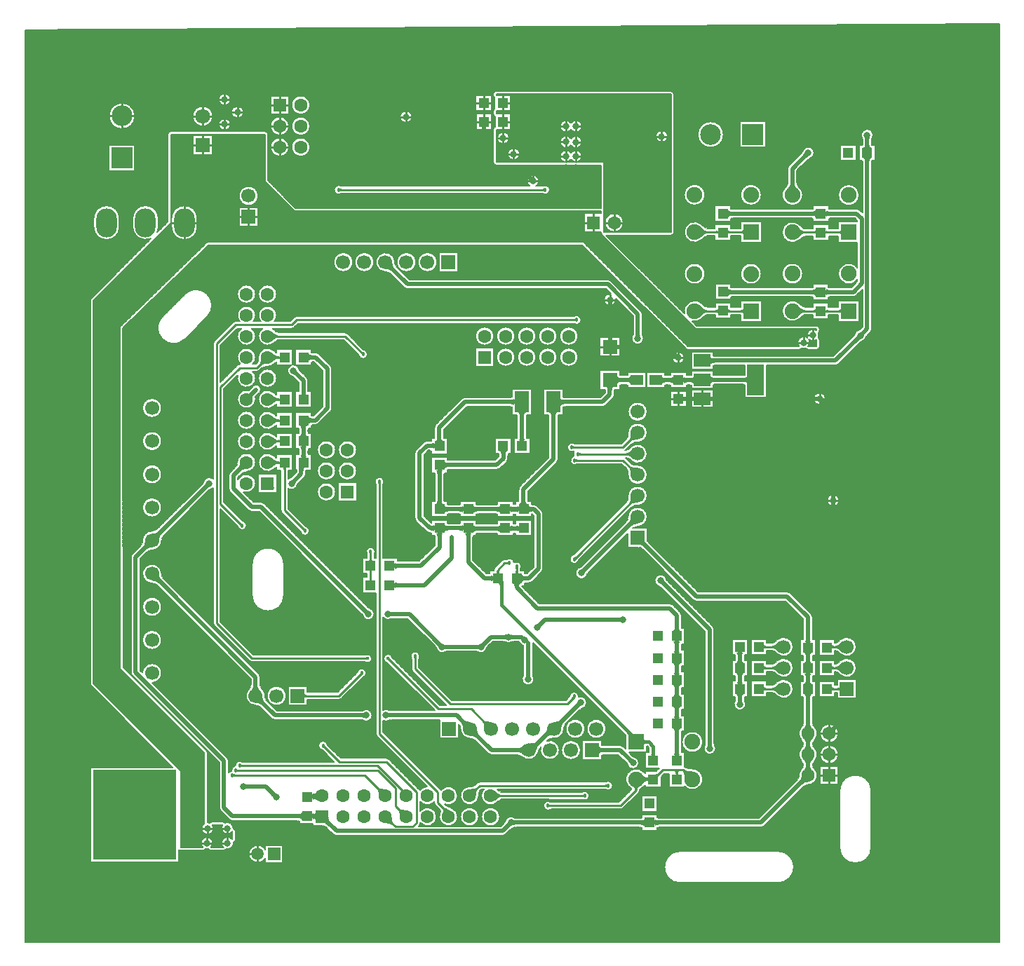
<source format=gbl>
G04*
G04 #@! TF.GenerationSoftware,Altium Limited,Altium Designer,19.0.4 (130)*
G04*
G04 Layer_Physical_Order=2*
G04 Layer_Color=16711680*
%FSLAX25Y25*%
%MOIN*%
G70*
G01*
G75*
%ADD10C,0.00500*%
%ADD11C,0.01000*%
%ADD15C,0.02000*%
%ADD22R,0.06000X0.05000*%
%ADD23R,0.05000X0.05000*%
%ADD24R,0.05000X0.05000*%
%ADD37R,0.39370X0.42520*%
%ADD38R,0.07900X0.05900*%
%ADD39R,0.07900X0.15000*%
%ADD78C,0.06693*%
%ADD79R,0.06693X0.06693*%
%ADD80O,0.09843X0.13780*%
%ADD81R,0.06693X0.06693*%
%ADD82R,0.07480X0.07480*%
%ADD83C,0.07480*%
%ADD84C,0.06299*%
%ADD85R,0.06299X0.06299*%
%ADD86R,0.06299X0.06299*%
%ADD87R,0.09843X0.09843*%
%ADD88C,0.09843*%
%ADD89C,0.07087*%
%ADD90R,0.07087X0.07087*%
%ADD91C,0.05906*%
%ADD92R,0.05906X0.05906*%
%ADD93R,0.09843X0.09843*%
%ADD94C,0.03200*%
%ADD95C,0.01800*%
%ADD96C,0.01600*%
%ADD97R,0.07087X0.06693*%
%ADD98R,0.07000X0.10000*%
%ADD99C,0.01500*%
G36*
X381697Y363025D02*
X381677Y362977D01*
X381659Y362912D01*
X381643Y362830D01*
X381630Y362732D01*
X381611Y362485D01*
X381600Y361991D01*
X379600D01*
X379599Y362172D01*
X379557Y362830D01*
X379541Y362912D01*
X379523Y362977D01*
X379503Y363025D01*
X379480Y363057D01*
X381720D01*
X381697Y363025D01*
D02*
G37*
G36*
X381610Y359906D02*
X381640Y359564D01*
X381690Y359262D01*
X381760Y359000D01*
X381850Y358779D01*
X381960Y358598D01*
X382090Y358457D01*
X382240Y358356D01*
X382410Y358296D01*
X382600Y358276D01*
X378600D01*
X378790Y358296D01*
X378960Y358356D01*
X379110Y358457D01*
X379240Y358598D01*
X379350Y358779D01*
X379440Y359000D01*
X379510Y359262D01*
X379560Y359564D01*
X379590Y359906D01*
X379600Y360288D01*
X381600D01*
X381610Y359906D01*
D02*
G37*
G36*
X352585Y354201D02*
X352546Y354194D01*
X352497Y354174D01*
X352439Y354141D01*
X352370Y354095D01*
X352291Y354034D01*
X352103Y353873D01*
X351746Y353532D01*
X350331Y354946D01*
X350459Y355075D01*
X350894Y355570D01*
X350941Y355639D01*
X350974Y355697D01*
X350994Y355746D01*
X351001Y355785D01*
X352585Y354201D01*
D02*
G37*
G36*
X382410Y353304D02*
X382240Y353243D01*
X382090Y353143D01*
X381960Y353002D01*
X381850Y352821D01*
X381760Y352600D01*
X381690Y352338D01*
X381640Y352036D01*
X381610Y351694D01*
X381600Y351312D01*
X379600D01*
X379590Y351694D01*
X379560Y352036D01*
X379510Y352338D01*
X379440Y352600D01*
X379350Y352821D01*
X379240Y353002D01*
X379110Y353143D01*
X378960Y353243D01*
X378790Y353304D01*
X378600Y353324D01*
X382600D01*
X382410Y353304D01*
D02*
G37*
G36*
X346044Y341248D02*
X346093Y340930D01*
X346174Y340612D01*
X346287Y340294D01*
X346433Y339976D01*
X346611Y339659D01*
X346821Y339341D01*
X347064Y339024D01*
X347339Y338706D01*
X347646Y338389D01*
X342410D01*
X342718Y338706D01*
X342993Y339024D01*
X343235Y339341D01*
X343446Y339659D01*
X343624Y339976D01*
X343769Y340294D01*
X343883Y340612D01*
X343964Y340930D01*
X344012Y341248D01*
X344028Y341566D01*
X346028D01*
X346044Y341248D01*
D02*
G37*
G36*
X226957Y337570D02*
X226928Y337595D01*
X226891Y337617D01*
X226846Y337636D01*
X226793Y337653D01*
X226732Y337667D01*
X226664Y337679D01*
X226503Y337695D01*
X226411Y337699D01*
X226312Y337700D01*
Y338700D01*
X226411Y338701D01*
X226664Y338721D01*
X226732Y338733D01*
X226793Y338747D01*
X226846Y338764D01*
X226891Y338783D01*
X226928Y338805D01*
X226957Y338830D01*
Y337570D01*
D02*
G37*
G36*
X130072Y338805D02*
X130109Y338783D01*
X130154Y338764D01*
X130207Y338747D01*
X130268Y338733D01*
X130336Y338721D01*
X130497Y338705D01*
X130589Y338701D01*
X130688Y338700D01*
Y337700D01*
X130589Y337699D01*
X130336Y337679D01*
X130268Y337667D01*
X130207Y337653D01*
X130154Y337636D01*
X130109Y337617D01*
X130072Y337595D01*
X130043Y337570D01*
Y338830D01*
X130072Y338805D01*
D02*
G37*
G36*
X361097Y328711D02*
X361157Y328541D01*
X361258Y328391D01*
X361399Y328261D01*
X361580Y328151D01*
X361801Y328061D01*
X362063Y327991D01*
X362364Y327941D01*
X362706Y327911D01*
X363089Y327901D01*
Y325901D01*
X362706Y325891D01*
X362364Y325861D01*
X362063Y325811D01*
X361801Y325741D01*
X361580Y325651D01*
X361399Y325541D01*
X361258Y325411D01*
X361157Y325261D01*
X361097Y325091D01*
X361077Y324901D01*
Y328901D01*
X361097Y328711D01*
D02*
G37*
G36*
X356125Y324901D02*
X356104Y325091D01*
X356044Y325261D01*
X355944Y325411D01*
X355803Y325541D01*
X355622Y325651D01*
X355400Y325741D01*
X355139Y325811D01*
X354837Y325861D01*
X354495Y325891D01*
X354113Y325901D01*
Y327901D01*
X354495Y327911D01*
X354837Y327941D01*
X355139Y327991D01*
X355400Y328061D01*
X355622Y328151D01*
X355803Y328261D01*
X355944Y328391D01*
X356044Y328541D01*
X356104Y328711D01*
X356125Y328901D01*
Y324901D01*
D02*
G37*
G36*
X314497Y328711D02*
X314557Y328541D01*
X314658Y328391D01*
X314799Y328261D01*
X314980Y328151D01*
X315201Y328061D01*
X315462Y327991D01*
X315764Y327941D01*
X316106Y327911D01*
X316489Y327901D01*
Y325901D01*
X316106Y325891D01*
X315764Y325861D01*
X315462Y325811D01*
X315201Y325741D01*
X314980Y325651D01*
X314799Y325541D01*
X314658Y325411D01*
X314557Y325261D01*
X314497Y325091D01*
X314477Y324901D01*
Y328901D01*
X314497Y328711D01*
D02*
G37*
G36*
X321627Y317102D02*
X321617Y317197D01*
X321587Y317282D01*
X321536Y317357D01*
X321465Y317422D01*
X321374Y317477D01*
X321263Y317522D01*
X321131Y317557D01*
X320979Y317582D01*
X320807Y317597D01*
X320615Y317602D01*
Y318602D01*
X320807Y318607D01*
X320979Y318622D01*
X321131Y318647D01*
X321263Y318682D01*
X321374Y318727D01*
X321465Y318782D01*
X321536Y318847D01*
X321587Y318922D01*
X321617Y319007D01*
X321627Y319102D01*
Y317102D01*
D02*
G37*
G36*
X314486Y319007D02*
X314516Y318922D01*
X314567Y318847D01*
X314638Y318782D01*
X314729Y318727D01*
X314840Y318682D01*
X314972Y318647D01*
X315124Y318622D01*
X315296Y318607D01*
X315488Y318602D01*
Y317602D01*
X315296Y317597D01*
X315124Y317582D01*
X314972Y317557D01*
X314840Y317522D01*
X314729Y317477D01*
X314638Y317422D01*
X314567Y317357D01*
X314516Y317282D01*
X314486Y317197D01*
X314476Y317102D01*
Y319102D01*
X314486Y319007D01*
D02*
G37*
G36*
X309524Y317102D02*
X309514Y317197D01*
X309484Y317282D01*
X309433Y317357D01*
X309362Y317422D01*
X309271Y317477D01*
X309160Y317522D01*
X309028Y317557D01*
X308876Y317582D01*
X308704Y317597D01*
X308512Y317602D01*
Y318602D01*
X308704Y318607D01*
X308876Y318622D01*
X309028Y318647D01*
X309160Y318682D01*
X309271Y318727D01*
X309362Y318782D01*
X309433Y318847D01*
X309484Y318922D01*
X309514Y319007D01*
X309524Y319102D01*
Y317102D01*
D02*
G37*
G36*
X368084Y317002D02*
X368074Y317097D01*
X368043Y317182D01*
X367993Y317257D01*
X367922Y317322D01*
X367831Y317377D01*
X367720Y317422D01*
X367588Y317457D01*
X367436Y317482D01*
X367264Y317497D01*
X367072Y317502D01*
Y318502D01*
X367264Y318507D01*
X367436Y318522D01*
X367588Y318547D01*
X367720Y318582D01*
X367831Y318627D01*
X367922Y318682D01*
X367993Y318747D01*
X368043Y318822D01*
X368074Y318907D01*
X368084Y319002D01*
Y317002D01*
D02*
G37*
G36*
X361086Y318907D02*
X361117Y318822D01*
X361167Y318747D01*
X361238Y318682D01*
X361329Y318627D01*
X361440Y318582D01*
X361572Y318547D01*
X361724Y318522D01*
X361896Y318507D01*
X362088Y318502D01*
Y317502D01*
X361896Y317497D01*
X361724Y317482D01*
X361572Y317457D01*
X361440Y317422D01*
X361329Y317377D01*
X361238Y317322D01*
X361167Y317257D01*
X361117Y317182D01*
X361086Y317097D01*
X361076Y317002D01*
Y319002D01*
X361086Y318907D01*
D02*
G37*
G36*
X356124Y317002D02*
X356114Y317097D01*
X356083Y317182D01*
X356033Y317257D01*
X355962Y317322D01*
X355871Y317377D01*
X355760Y317422D01*
X355628Y317457D01*
X355476Y317482D01*
X355304Y317497D01*
X355112Y317502D01*
Y318502D01*
X355304Y318507D01*
X355476Y318522D01*
X355628Y318547D01*
X355760Y318582D01*
X355871Y318627D01*
X355962Y318682D01*
X356033Y318747D01*
X356083Y318822D01*
X356114Y318907D01*
X356124Y319002D01*
Y317002D01*
D02*
G37*
G36*
X301649Y320317D02*
X302410Y319639D01*
X302764Y319364D01*
X303101Y319131D01*
X303420Y318940D01*
X303722Y318792D01*
X304006Y318686D01*
X304273Y318623D01*
X304522Y318602D01*
Y317602D01*
X304273Y317580D01*
X304006Y317517D01*
X303722Y317411D01*
X303420Y317263D01*
X303101Y317072D01*
X302764Y316839D01*
X302410Y316564D01*
X301649Y315886D01*
X301243Y315483D01*
Y320720D01*
X301649Y320317D01*
D02*
G37*
G36*
X348106Y320217D02*
X348867Y319539D01*
X349221Y319264D01*
X349557Y319031D01*
X349877Y318841D01*
X350178Y318692D01*
X350463Y318586D01*
X350730Y318523D01*
X350979Y318502D01*
Y317502D01*
X350730Y317480D01*
X350463Y317417D01*
X350178Y317311D01*
X349877Y317163D01*
X349557Y316972D01*
X349221Y316739D01*
X348867Y316464D01*
X348106Y315786D01*
X347699Y315384D01*
Y320620D01*
X348106Y320217D01*
D02*
G37*
G36*
X154953Y303399D02*
X154982Y303047D01*
X155032Y302713D01*
X155104Y302394D01*
X155197Y302092D01*
X155311Y301807D01*
X155447Y301538D01*
X155605Y301285D01*
X155784Y301049D01*
X155985Y300829D01*
X154571Y299415D01*
X154351Y299616D01*
X154115Y299795D01*
X153862Y299953D01*
X153593Y300089D01*
X153308Y300203D01*
X153006Y300296D01*
X152687Y300368D01*
X152352Y300418D01*
X152001Y300447D01*
X151634Y300454D01*
X154946Y303766D01*
X154953Y303399D01*
D02*
G37*
G36*
X360997Y291411D02*
X361057Y291241D01*
X361158Y291091D01*
X361299Y290961D01*
X361480Y290851D01*
X361701Y290761D01*
X361963Y290691D01*
X362264Y290641D01*
X362606Y290611D01*
X362989Y290601D01*
Y288601D01*
X362606Y288591D01*
X362264Y288561D01*
X361963Y288511D01*
X361701Y288441D01*
X361480Y288351D01*
X361299Y288241D01*
X361158Y288111D01*
X361057Y287961D01*
X360997Y287791D01*
X360977Y287601D01*
Y291601D01*
X360997Y291411D01*
D02*
G37*
G36*
X356025Y287601D02*
X356005Y287791D01*
X355944Y287961D01*
X355844Y288111D01*
X355703Y288241D01*
X355522Y288351D01*
X355300Y288441D01*
X355039Y288511D01*
X354737Y288561D01*
X354395Y288591D01*
X354013Y288601D01*
Y290601D01*
X354395Y290611D01*
X354737Y290641D01*
X355039Y290691D01*
X355300Y290761D01*
X355522Y290851D01*
X355703Y290961D01*
X355844Y291091D01*
X355944Y291241D01*
X356005Y291411D01*
X356025Y291601D01*
Y287601D01*
D02*
G37*
G36*
X314597Y291411D02*
X314657Y291241D01*
X314758Y291091D01*
X314899Y290961D01*
X315080Y290851D01*
X315301Y290761D01*
X315563Y290691D01*
X315864Y290641D01*
X316206Y290611D01*
X316589Y290601D01*
Y288601D01*
X316206Y288591D01*
X315864Y288561D01*
X315563Y288511D01*
X315301Y288441D01*
X315080Y288351D01*
X314899Y288241D01*
X314758Y288111D01*
X314657Y287961D01*
X314597Y287791D01*
X314577Y287601D01*
Y291601D01*
X314597Y291411D01*
D02*
G37*
G36*
X368084Y279600D02*
X368074Y279695D01*
X368043Y279780D01*
X367993Y279855D01*
X367922Y279920D01*
X367831Y279975D01*
X367720Y280020D01*
X367588Y280055D01*
X367436Y280080D01*
X367264Y280095D01*
X367072Y280100D01*
Y281100D01*
X367264Y281105D01*
X367436Y281120D01*
X367588Y281145D01*
X367720Y281180D01*
X367831Y281225D01*
X367922Y281280D01*
X367993Y281345D01*
X368043Y281420D01*
X368074Y281505D01*
X368084Y281600D01*
Y279600D01*
D02*
G37*
G36*
X360986Y281505D02*
X361017Y281420D01*
X361067Y281345D01*
X361138Y281280D01*
X361229Y281225D01*
X361340Y281180D01*
X361472Y281145D01*
X361624Y281120D01*
X361796Y281105D01*
X361988Y281100D01*
Y280100D01*
X361796Y280095D01*
X361624Y280080D01*
X361472Y280055D01*
X361340Y280020D01*
X361229Y279975D01*
X361138Y279920D01*
X361067Y279855D01*
X361017Y279780D01*
X360986Y279695D01*
X360976Y279600D01*
Y281600D01*
X360986Y281505D01*
D02*
G37*
G36*
X356024Y279600D02*
X356014Y279695D01*
X355983Y279780D01*
X355933Y279855D01*
X355862Y279920D01*
X355771Y279975D01*
X355660Y280020D01*
X355528Y280055D01*
X355376Y280080D01*
X355204Y280095D01*
X355012Y280100D01*
Y281100D01*
X355204Y281105D01*
X355376Y281120D01*
X355528Y281145D01*
X355660Y281180D01*
X355771Y281225D01*
X355862Y281280D01*
X355933Y281345D01*
X355983Y281420D01*
X356014Y281505D01*
X356024Y281600D01*
Y279600D01*
D02*
G37*
G36*
X321627Y279557D02*
X321617Y279652D01*
X321587Y279737D01*
X321536Y279812D01*
X321465Y279877D01*
X321374Y279932D01*
X321263Y279977D01*
X321131Y280012D01*
X320979Y280037D01*
X320807Y280052D01*
X320615Y280057D01*
Y281057D01*
X320807Y281062D01*
X320979Y281077D01*
X321131Y281102D01*
X321263Y281137D01*
X321374Y281182D01*
X321465Y281237D01*
X321536Y281302D01*
X321587Y281377D01*
X321617Y281462D01*
X321627Y281557D01*
Y279557D01*
D02*
G37*
G36*
X314586Y281462D02*
X314616Y281377D01*
X314667Y281302D01*
X314738Y281237D01*
X314829Y281182D01*
X314940Y281137D01*
X315072Y281102D01*
X315224Y281077D01*
X315396Y281062D01*
X315588Y281057D01*
Y280057D01*
X315396Y280052D01*
X315224Y280037D01*
X315072Y280012D01*
X314940Y279977D01*
X314829Y279932D01*
X314738Y279877D01*
X314667Y279812D01*
X314616Y279737D01*
X314586Y279652D01*
X314576Y279557D01*
Y281557D01*
X314586Y281462D01*
D02*
G37*
G36*
X309624Y279557D02*
X309614Y279652D01*
X309583Y279737D01*
X309533Y279812D01*
X309462Y279877D01*
X309371Y279932D01*
X309260Y279977D01*
X309128Y280012D01*
X308976Y280037D01*
X308804Y280052D01*
X308612Y280057D01*
Y281057D01*
X308804Y281062D01*
X308976Y281077D01*
X309128Y281102D01*
X309260Y281137D01*
X309371Y281182D01*
X309462Y281237D01*
X309533Y281302D01*
X309583Y281377D01*
X309614Y281462D01*
X309624Y281557D01*
Y279557D01*
D02*
G37*
G36*
X348106Y282816D02*
X348867Y282138D01*
X349221Y281862D01*
X349557Y281629D01*
X349877Y281439D01*
X350178Y281291D01*
X350463Y281185D01*
X350730Y281121D01*
X350979Y281100D01*
Y280100D01*
X350730Y280079D01*
X350463Y280015D01*
X350178Y279909D01*
X349877Y279761D01*
X349557Y279571D01*
X349221Y279338D01*
X348867Y279062D01*
X348106Y278384D01*
X347699Y277982D01*
Y283218D01*
X348106Y282816D01*
D02*
G37*
G36*
X301649Y282772D02*
X302410Y282095D01*
X302764Y281819D01*
X303101Y281586D01*
X303420Y281396D01*
X303722Y281247D01*
X304006Y281141D01*
X304273Y281078D01*
X304522Y281057D01*
Y280057D01*
X304273Y280035D01*
X304006Y279972D01*
X303722Y279866D01*
X303420Y279718D01*
X303101Y279527D01*
X302764Y279294D01*
X302410Y279019D01*
X301649Y278341D01*
X301243Y277939D01*
Y283175D01*
X301649Y282772D01*
D02*
G37*
G36*
X241857Y275670D02*
X241828Y275695D01*
X241791Y275717D01*
X241746Y275736D01*
X241693Y275753D01*
X241632Y275767D01*
X241564Y275779D01*
X241403Y275795D01*
X241311Y275799D01*
X241212Y275800D01*
Y276800D01*
X241311Y276801D01*
X241564Y276821D01*
X241632Y276833D01*
X241693Y276847D01*
X241746Y276864D01*
X241791Y276883D01*
X241828Y276905D01*
X241857Y276930D01*
Y275670D01*
D02*
G37*
G36*
X379669Y269755D02*
X379542Y269626D01*
X379106Y269131D01*
X379059Y269062D01*
X379026Y269003D01*
X379006Y268955D01*
X379000Y268916D01*
X377416Y270500D01*
X377455Y270506D01*
X377503Y270526D01*
X377562Y270559D01*
X377631Y270606D01*
X377710Y270666D01*
X377898Y270827D01*
X378255Y271169D01*
X379669Y269755D01*
D02*
G37*
G36*
X272600Y269722D02*
X272601Y269540D01*
X272644Y268807D01*
X272657Y268744D01*
X272672Y268699D01*
X272689Y268670D01*
X270454Y268810D01*
X270481Y268844D01*
X270506Y268894D01*
X270528Y268960D01*
X270547Y269043D01*
X270563Y269142D01*
X270587Y269389D01*
X270599Y269702D01*
X270600Y269883D01*
X272600Y269722D01*
D02*
G37*
G36*
X377384Y267300D02*
X377345Y267294D01*
X377297Y267274D01*
X377238Y267241D01*
X377169Y267194D01*
X377090Y267134D01*
X376902Y266973D01*
X376545Y266631D01*
X375131Y268045D01*
X375258Y268174D01*
X375694Y268669D01*
X375741Y268738D01*
X375774Y268797D01*
X375794Y268845D01*
X375800Y268884D01*
X377384Y267300D01*
D02*
G37*
G36*
X98177Y270481D02*
X98799Y269935D01*
X99091Y269714D01*
X99372Y269526D01*
X99641Y269373D01*
X99899Y269253D01*
X100144Y269168D01*
X100378Y269117D01*
X100599Y269100D01*
Y268100D01*
X100378Y268083D01*
X100144Y268032D01*
X99899Y267947D01*
X99641Y267827D01*
X99372Y267674D01*
X99091Y267486D01*
X98799Y267265D01*
X98177Y266719D01*
X97849Y266395D01*
Y270805D01*
X98177Y270481D01*
D02*
G37*
G36*
X140514Y261195D02*
X140706Y261030D01*
X140763Y260990D01*
X140816Y260957D01*
X140865Y260932D01*
X140911Y260914D01*
X140953Y260903D01*
X140991Y260900D01*
X140100Y260009D01*
X140097Y260047D01*
X140086Y260089D01*
X140068Y260135D01*
X140043Y260184D01*
X140010Y260237D01*
X139970Y260294D01*
X139867Y260418D01*
X139805Y260486D01*
X139735Y260557D01*
X140443Y261264D01*
X140514Y261195D01*
D02*
G37*
G36*
X98177Y260481D02*
X98799Y259935D01*
X99091Y259714D01*
X99372Y259526D01*
X99641Y259373D01*
X99899Y259253D01*
X100144Y259168D01*
X100378Y259117D01*
X100465Y259110D01*
X100576Y259120D01*
X100728Y259145D01*
X100860Y259180D01*
X100971Y259225D01*
X101062Y259280D01*
X101133Y259345D01*
X101183Y259420D01*
X101214Y259505D01*
X101224Y259600D01*
Y257600D01*
X101214Y257695D01*
X101183Y257780D01*
X101133Y257855D01*
X101062Y257920D01*
X100971Y257975D01*
X100860Y258020D01*
X100728Y258055D01*
X100576Y258080D01*
X100465Y258090D01*
X100378Y258083D01*
X100144Y258032D01*
X99899Y257947D01*
X99641Y257827D01*
X99372Y257674D01*
X99091Y257486D01*
X98799Y257265D01*
X98177Y256719D01*
X97849Y256395D01*
Y260805D01*
X98177Y260481D01*
D02*
G37*
G36*
X113717Y259643D02*
X113757Y259634D01*
X113815Y259626D01*
X113985Y259613D01*
X114537Y259600D01*
X114719Y259599D01*
X115045Y257599D01*
X114865Y257598D01*
X114305Y257557D01*
X114206Y257539D01*
X114123Y257517D01*
X114057Y257492D01*
X114007Y257463D01*
X113973Y257431D01*
X113694Y259654D01*
X113717Y259643D01*
D02*
G37*
G36*
X115197Y260409D02*
X115257Y260239D01*
X115358Y260089D01*
X115499Y259959D01*
X115680Y259849D01*
X115901Y259759D01*
X116163Y259689D01*
X116464Y259639D01*
X116806Y259609D01*
X117189Y259599D01*
Y257599D01*
X116806Y257589D01*
X116464Y257559D01*
X116163Y257509D01*
X115901Y257439D01*
X115680Y257349D01*
X115499Y257239D01*
X115358Y257109D01*
X115257Y256959D01*
X115197Y256789D01*
X115177Y256599D01*
Y260599D01*
X115197Y260409D01*
D02*
G37*
G36*
X306158Y258765D02*
X306218Y258595D01*
X306318Y258445D01*
X306458Y258315D01*
X306638Y258205D01*
X306858Y258115D01*
X307118Y258045D01*
X307418Y257995D01*
X307758Y257965D01*
X308138Y257955D01*
Y255955D01*
X307758Y255945D01*
X307418Y255915D01*
X307118Y255865D01*
X306858Y255795D01*
X306638Y255705D01*
X306458Y255595D01*
X306318Y255465D01*
X306218Y255315D01*
X306158Y255145D01*
X306138Y254955D01*
Y258955D01*
X306158Y258765D01*
D02*
G37*
G36*
X95569Y255451D02*
X95107Y255448D01*
X94283Y255394D01*
X93919Y255344D01*
X93587Y255278D01*
X93289Y255196D01*
X93022Y255098D01*
X92789Y254985D01*
X92587Y254856D01*
X92418Y254711D01*
X91711Y255418D01*
X91856Y255587D01*
X91985Y255789D01*
X92098Y256022D01*
X92196Y256289D01*
X92278Y256588D01*
X92344Y256919D01*
X92394Y257282D01*
X92448Y258107D01*
X92450Y258569D01*
X95569Y255451D01*
D02*
G37*
G36*
X323616Y245900D02*
X323596Y246090D01*
X323536Y246260D01*
X323436Y246410D01*
X323296Y246540D01*
X323116Y246650D01*
X322896Y246740D01*
X322636Y246810D01*
X322336Y246860D01*
X321996Y246890D01*
X321616Y246900D01*
Y248900D01*
X321996Y248910D01*
X322336Y248940D01*
X322636Y248990D01*
X322896Y249060D01*
X323116Y249150D01*
X323296Y249260D01*
X323436Y249390D01*
X323536Y249540D01*
X323596Y249710D01*
X323616Y249900D01*
Y245900D01*
D02*
G37*
G36*
X306158Y249710D02*
X306218Y249540D01*
X306318Y249390D01*
X306458Y249260D01*
X306638Y249150D01*
X306858Y249060D01*
X307118Y248990D01*
X307418Y248940D01*
X307758Y248910D01*
X308138Y248900D01*
Y246900D01*
X307758Y246890D01*
X307418Y246860D01*
X307118Y246810D01*
X306858Y246740D01*
X306638Y246650D01*
X306458Y246540D01*
X306318Y246410D01*
X306218Y246260D01*
X306158Y246090D01*
X306138Y245900D01*
Y249900D01*
X306158Y249710D01*
D02*
G37*
G36*
X268124Y245800D02*
X268104Y245990D01*
X268043Y246160D01*
X267943Y246310D01*
X267802Y246440D01*
X267621Y246550D01*
X267400Y246640D01*
X267138Y246710D01*
X266836Y246760D01*
X266494Y246790D01*
X266112Y246800D01*
Y248800D01*
X266494Y248810D01*
X266836Y248840D01*
X267138Y248890D01*
X267400Y248960D01*
X267621Y249050D01*
X267802Y249160D01*
X267943Y249290D01*
X268043Y249440D01*
X268104Y249610D01*
X268124Y249800D01*
Y245800D01*
D02*
G37*
G36*
X261839Y249610D02*
X261900Y249440D01*
X262000Y249290D01*
X262141Y249160D01*
X262322Y249050D01*
X262544Y248960D01*
X262805Y248890D01*
X263107Y248840D01*
X263449Y248810D01*
X263831Y248800D01*
Y246800D01*
X263449Y246790D01*
X263107Y246760D01*
X262805Y246710D01*
X262544Y246640D01*
X262322Y246550D01*
X262141Y246440D01*
X262000Y246310D01*
X261900Y246160D01*
X261839Y245990D01*
X261819Y245800D01*
Y249800D01*
X261839Y249610D01*
D02*
G37*
G36*
X298274Y245700D02*
X298254Y245890D01*
X298194Y246060D01*
X298093Y246210D01*
X297952Y246340D01*
X297771Y246450D01*
X297550Y246540D01*
X297288Y246610D01*
X296986Y246660D01*
X296644Y246690D01*
X296262Y246700D01*
Y248700D01*
X296644Y248710D01*
X296986Y248740D01*
X297288Y248790D01*
X297550Y248860D01*
X297771Y248950D01*
X297952Y249060D01*
X298093Y249190D01*
X298194Y249340D01*
X298254Y249510D01*
X298274Y249700D01*
Y245700D01*
D02*
G37*
G36*
X293396Y249510D02*
X293457Y249340D01*
X293557Y249190D01*
X293698Y249060D01*
X293879Y248950D01*
X294100Y248860D01*
X294362Y248790D01*
X294664Y248740D01*
X295006Y248710D01*
X295388Y248700D01*
Y246700D01*
X295006Y246690D01*
X294664Y246660D01*
X294362Y246610D01*
X294100Y246540D01*
X293879Y246450D01*
X293698Y246340D01*
X293557Y246210D01*
X293457Y246060D01*
X293396Y245890D01*
X293376Y245700D01*
Y249700D01*
X293396Y249510D01*
D02*
G37*
G36*
X288424Y245700D02*
X288404Y245890D01*
X288344Y246060D01*
X288243Y246210D01*
X288102Y246340D01*
X287921Y246450D01*
X287700Y246540D01*
X287438Y246610D01*
X287136Y246660D01*
X286794Y246690D01*
X286412Y246700D01*
Y248700D01*
X286794Y248710D01*
X287136Y248740D01*
X287438Y248790D01*
X287700Y248860D01*
X287921Y248950D01*
X288102Y249060D01*
X288243Y249190D01*
X288344Y249340D01*
X288404Y249510D01*
X288424Y249700D01*
Y245700D01*
D02*
G37*
G36*
X283096Y249510D02*
X283156Y249340D01*
X283257Y249190D01*
X283398Y249060D01*
X283579Y248950D01*
X283800Y248860D01*
X284062Y248790D01*
X284364Y248740D01*
X284706Y248710D01*
X285088Y248700D01*
Y246700D01*
X284706Y246690D01*
X284364Y246660D01*
X284062Y246610D01*
X283800Y246540D01*
X283579Y246450D01*
X283398Y246340D01*
X283257Y246210D01*
X283156Y246060D01*
X283096Y245890D01*
X283076Y245700D01*
Y249700D01*
X283096Y249510D01*
D02*
G37*
G36*
X260085Y244457D02*
X259915Y244397D01*
X259765Y244297D01*
X259635Y244156D01*
X259525Y243974D01*
X259435Y243753D01*
X259365Y243492D01*
X259315Y243190D01*
X259285Y242848D01*
X259275Y242465D01*
X257275D01*
X257265Y242848D01*
X257235Y243190D01*
X257185Y243492D01*
X257115Y243753D01*
X257025Y243974D01*
X256915Y244156D01*
X256785Y244297D01*
X256635Y244397D01*
X256465Y244457D01*
X256275Y244478D01*
X260275D01*
X260085Y244457D01*
D02*
G37*
G36*
X98177Y240481D02*
X98799Y239935D01*
X99091Y239714D01*
X99372Y239526D01*
X99641Y239373D01*
X99899Y239253D01*
X100144Y239168D01*
X100378Y239117D01*
X100465Y239110D01*
X100576Y239120D01*
X100728Y239145D01*
X100860Y239180D01*
X100971Y239225D01*
X101062Y239280D01*
X101133Y239345D01*
X101183Y239420D01*
X101214Y239505D01*
X101224Y239600D01*
Y237600D01*
X101214Y237695D01*
X101183Y237780D01*
X101133Y237855D01*
X101062Y237920D01*
X100971Y237975D01*
X100860Y238020D01*
X100728Y238055D01*
X100576Y238080D01*
X100465Y238090D01*
X100378Y238083D01*
X100144Y238032D01*
X99899Y237947D01*
X99641Y237827D01*
X99372Y237674D01*
X99091Y237486D01*
X98799Y237265D01*
X98177Y236719D01*
X97849Y236395D01*
Y240805D01*
X98177Y240481D01*
D02*
G37*
G36*
X234896Y239110D02*
X234957Y238940D01*
X235057Y238790D01*
X235198Y238660D01*
X235379Y238550D01*
X235600Y238460D01*
X235862Y238390D01*
X236164Y238340D01*
X236506Y238310D01*
X236888Y238300D01*
Y236300D01*
X236506Y236290D01*
X236164Y236260D01*
X235862Y236210D01*
X235600Y236140D01*
X235379Y236050D01*
X235198Y235940D01*
X235057Y235810D01*
X234957Y235660D01*
X234896Y235490D01*
X234876Y235300D01*
Y239300D01*
X234896Y239110D01*
D02*
G37*
G36*
X212924Y235300D02*
X212904Y235490D01*
X212843Y235660D01*
X212743Y235810D01*
X212602Y235940D01*
X212421Y236050D01*
X212199Y236140D01*
X211938Y236210D01*
X211636Y236260D01*
X211294Y236290D01*
X210912Y236300D01*
Y238300D01*
X211294Y238310D01*
X211636Y238340D01*
X211938Y238390D01*
X212199Y238460D01*
X212421Y238550D01*
X212602Y238660D01*
X212743Y238790D01*
X212843Y238940D01*
X212904Y239110D01*
X212924Y239300D01*
Y235300D01*
D02*
G37*
G36*
X218310Y232304D02*
X218140Y232244D01*
X217990Y232143D01*
X217860Y232002D01*
X217750Y231821D01*
X217660Y231600D01*
X217590Y231338D01*
X217540Y231037D01*
X217510Y230695D01*
X217500Y230312D01*
X215500D01*
X215490Y230695D01*
X215460Y231037D01*
X215410Y231338D01*
X215340Y231600D01*
X215250Y231821D01*
X215140Y232002D01*
X215010Y232143D01*
X214860Y232244D01*
X214690Y232304D01*
X214500Y232324D01*
X218500D01*
X218310Y232304D01*
D02*
G37*
G36*
X233210Y232292D02*
X233040Y232232D01*
X232890Y232132D01*
X232760Y231992D01*
X232650Y231812D01*
X232560Y231592D01*
X232490Y231332D01*
X232440Y231032D01*
X232410Y230692D01*
X232400Y230312D01*
X230400D01*
X230390Y230692D01*
X230360Y231032D01*
X230310Y231332D01*
X230240Y231592D01*
X230150Y231812D01*
X230040Y231992D01*
X229910Y232132D01*
X229760Y232232D01*
X229590Y232292D01*
X229400Y232312D01*
X233400D01*
X233210Y232292D01*
D02*
G37*
G36*
X98177Y230481D02*
X98799Y229935D01*
X99091Y229714D01*
X99372Y229526D01*
X99641Y229373D01*
X99899Y229253D01*
X100144Y229168D01*
X100378Y229117D01*
X100465Y229110D01*
X100576Y229120D01*
X100728Y229145D01*
X100860Y229180D01*
X100971Y229225D01*
X101062Y229280D01*
X101133Y229345D01*
X101183Y229420D01*
X101214Y229505D01*
X101224Y229600D01*
Y227600D01*
X101214Y227695D01*
X101183Y227780D01*
X101133Y227855D01*
X101062Y227920D01*
X100971Y227975D01*
X100860Y228020D01*
X100728Y228055D01*
X100576Y228080D01*
X100465Y228090D01*
X100378Y228083D01*
X100144Y228032D01*
X99899Y227947D01*
X99641Y227827D01*
X99372Y227674D01*
X99091Y227486D01*
X98799Y227265D01*
X98177Y226719D01*
X97849Y226395D01*
Y230805D01*
X98177Y230481D01*
D02*
G37*
G36*
X115197Y230409D02*
X115257Y230239D01*
X115358Y230089D01*
X115499Y229959D01*
X115680Y229849D01*
X115901Y229759D01*
X116163Y229689D01*
X116464Y229639D01*
X116806Y229609D01*
X117189Y229599D01*
Y227599D01*
X116806Y227589D01*
X116464Y227559D01*
X116163Y227509D01*
X115901Y227439D01*
X115680Y227349D01*
X115499Y227239D01*
X115358Y227109D01*
X115257Y226959D01*
X115197Y226789D01*
X115177Y226599D01*
Y230599D01*
X115197Y230409D01*
D02*
G37*
G36*
X114511Y226103D02*
X114341Y226043D01*
X114191Y225942D01*
X114061Y225801D01*
X113951Y225620D01*
X113861Y225399D01*
X113791Y225137D01*
X113741Y224836D01*
X113711Y224494D01*
X113701Y224111D01*
X111701D01*
X111691Y224494D01*
X111661Y224836D01*
X111611Y225137D01*
X111541Y225399D01*
X111451Y225620D01*
X111341Y225801D01*
X111211Y225942D01*
X111061Y226043D01*
X110891Y226103D01*
X110701Y226123D01*
X114701D01*
X114511Y226103D01*
D02*
G37*
G36*
X113711Y222805D02*
X113741Y222463D01*
X113791Y222161D01*
X113861Y221900D01*
X113951Y221678D01*
X114061Y221497D01*
X114191Y221356D01*
X114341Y221256D01*
X114511Y221196D01*
X114701Y221175D01*
X110701D01*
X110891Y221196D01*
X111061Y221256D01*
X111211Y221356D01*
X111341Y221497D01*
X111451Y221678D01*
X111541Y221900D01*
X111611Y222161D01*
X111661Y222463D01*
X111691Y222805D01*
X111701Y223187D01*
X113701D01*
X113711Y222805D01*
D02*
G37*
G36*
X217510Y220606D02*
X217540Y220264D01*
X217590Y219962D01*
X217660Y219700D01*
X217750Y219479D01*
X217860Y219298D01*
X217990Y219157D01*
X218140Y219057D01*
X218310Y218996D01*
X218500Y218976D01*
X214500D01*
X214690Y218996D01*
X214860Y219057D01*
X215010Y219157D01*
X215140Y219298D01*
X215250Y219479D01*
X215340Y219700D01*
X215410Y219962D01*
X215460Y220264D01*
X215490Y220606D01*
X215500Y220988D01*
X217500D01*
X217510Y220606D01*
D02*
G37*
G36*
X178176Y220406D02*
X178206Y220064D01*
X178256Y219762D01*
X178326Y219500D01*
X178416Y219279D01*
X178526Y219098D01*
X178656Y218957D01*
X178806Y218857D01*
X178976Y218796D01*
X179166Y218776D01*
X175166D01*
X175356Y218796D01*
X175526Y218857D01*
X175676Y218957D01*
X175806Y219098D01*
X175916Y219279D01*
X176006Y219500D01*
X176076Y219762D01*
X176126Y220064D01*
X176156Y220406D01*
X176166Y220788D01*
X178166D01*
X178176Y220406D01*
D02*
G37*
G36*
X271466Y219354D02*
X270968Y219351D01*
X270079Y219296D01*
X269689Y219243D01*
X269333Y219175D01*
X269014Y219090D01*
X268730Y218989D01*
X268483Y218871D01*
X268270Y218737D01*
X268094Y218587D01*
X267387Y219294D01*
X267537Y219470D01*
X267671Y219683D01*
X267789Y219931D01*
X267890Y220214D01*
X267975Y220533D01*
X268043Y220889D01*
X268095Y221279D01*
X268151Y222168D01*
X268154Y222667D01*
X271466Y219354D01*
D02*
G37*
G36*
X98121Y220557D02*
X98765Y220021D01*
X99067Y219803D01*
X99354Y219619D01*
X99627Y219468D01*
X99887Y219351D01*
X100132Y219267D01*
X100364Y219217D01*
X100457Y219210D01*
X100576Y219220D01*
X100728Y219245D01*
X100860Y219280D01*
X100971Y219325D01*
X101062Y219380D01*
X101133Y219445D01*
X101183Y219520D01*
X101214Y219605D01*
X101224Y219700D01*
Y217700D01*
X101214Y217795D01*
X101183Y217880D01*
X101133Y217955D01*
X101062Y218020D01*
X100971Y218075D01*
X100860Y218120D01*
X100728Y218155D01*
X100576Y218180D01*
X100472Y218189D01*
X100389Y218183D01*
X100153Y218131D01*
X99908Y218044D01*
X99653Y217923D01*
X99389Y217767D01*
X99114Y217576D01*
X98830Y217351D01*
X98536Y217091D01*
X97918Y216468D01*
X97778Y220875D01*
X98121Y220557D01*
D02*
G37*
G36*
X240938Y216305D02*
X240975Y216283D01*
X241020Y216264D01*
X241073Y216247D01*
X241134Y216232D01*
X241202Y216221D01*
X241363Y216205D01*
X241455Y216201D01*
X241554Y216200D01*
Y215200D01*
X241455Y215199D01*
X241202Y215179D01*
X241134Y215167D01*
X241073Y215153D01*
X241020Y215136D01*
X240975Y215117D01*
X240938Y215095D01*
X240909Y215070D01*
Y216330D01*
X240938Y216305D01*
D02*
G37*
G36*
X174824Y214535D02*
X174804Y214725D01*
X174743Y214895D01*
X174643Y215045D01*
X174502Y215175D01*
X174321Y215285D01*
X174100Y215375D01*
X173838Y215445D01*
X173536Y215495D01*
X173194Y215525D01*
X172812Y215535D01*
Y217535D01*
X173194Y217545D01*
X173536Y217575D01*
X173838Y217625D01*
X174100Y217695D01*
X174321Y217785D01*
X174502Y217895D01*
X174643Y218025D01*
X174743Y218175D01*
X174804Y218345D01*
X174824Y218535D01*
Y214535D01*
D02*
G37*
G36*
X114511Y216203D02*
X114341Y216143D01*
X114191Y216042D01*
X114061Y215901D01*
X113951Y215720D01*
X113861Y215499D01*
X113791Y215237D01*
X113741Y214936D01*
X113711Y214594D01*
X113701Y214211D01*
X111701D01*
X111691Y214594D01*
X111661Y214936D01*
X111611Y215237D01*
X111541Y215499D01*
X111451Y215720D01*
X111341Y215901D01*
X111211Y216042D01*
X111061Y216143D01*
X110891Y216203D01*
X110701Y216223D01*
X114701D01*
X114511Y216203D01*
D02*
G37*
G36*
X209510Y214004D02*
X209340Y213944D01*
X209190Y213844D01*
X209060Y213703D01*
X208950Y213522D01*
X208860Y213300D01*
X208790Y213039D01*
X208740Y212737D01*
X208710Y212395D01*
X208700Y212013D01*
X206700D01*
X206690Y212395D01*
X206660Y212737D01*
X206610Y213039D01*
X206540Y213300D01*
X206450Y213522D01*
X206340Y213703D01*
X206210Y213844D01*
X206060Y213944D01*
X205890Y214004D01*
X205700Y214025D01*
X209700D01*
X209510Y214004D01*
D02*
G37*
G36*
X243772Y213205D02*
X243809Y213183D01*
X243854Y213164D01*
X243907Y213147D01*
X243968Y213133D01*
X244036Y213121D01*
X244197Y213105D01*
X244289Y213101D01*
X244388Y213100D01*
Y212100D01*
X244289Y212099D01*
X244036Y212079D01*
X243968Y212068D01*
X243907Y212053D01*
X243854Y212036D01*
X243809Y212017D01*
X243772Y211995D01*
X243743Y211970D01*
Y213230D01*
X243772Y213205D01*
D02*
G37*
G36*
X113711Y212705D02*
X113741Y212363D01*
X113791Y212061D01*
X113861Y211800D01*
X113951Y211578D01*
X114061Y211397D01*
X114191Y211256D01*
X114341Y211156D01*
X114511Y211095D01*
X114701Y211075D01*
X110701D01*
X110891Y211095D01*
X111061Y211156D01*
X111211Y211256D01*
X111341Y211397D01*
X111451Y211578D01*
X111541Y211800D01*
X111611Y212061D01*
X111661Y212363D01*
X111691Y212705D01*
X111701Y213087D01*
X113701D01*
X113711Y212705D01*
D02*
G37*
G36*
X269181Y210287D02*
X268812Y210632D01*
X267799Y211447D01*
X267493Y211647D01*
X267202Y211810D01*
X266928Y211937D01*
X266670Y212028D01*
X266427Y212082D01*
X266200Y212100D01*
X266170Y213100D01*
X266405Y213119D01*
X266651Y213175D01*
X266909Y213268D01*
X267179Y213399D01*
X267460Y213567D01*
X267753Y213773D01*
X268058Y214016D01*
X268702Y214615D01*
X269041Y214970D01*
X269181Y210287D01*
D02*
G37*
G36*
X242197Y210179D02*
X242233Y210162D01*
X242277Y210148D01*
X242329Y210135D01*
X242389Y210124D01*
X242534Y210109D01*
X242710Y210101D01*
X242811Y210100D01*
X242946Y209100D01*
X242847Y209099D01*
X242672Y209086D01*
X242596Y209075D01*
X242529Y209061D01*
X242469Y209044D01*
X242417Y209024D01*
X242373Y209001D01*
X242337Y208975D01*
X242309Y208945D01*
X242169Y210197D01*
X242197Y210179D01*
D02*
G37*
G36*
X98177Y210481D02*
X98799Y209935D01*
X99091Y209714D01*
X99372Y209526D01*
X99641Y209373D01*
X99899Y209253D01*
X100144Y209168D01*
X100378Y209117D01*
X100465Y209110D01*
X100576Y209120D01*
X100728Y209145D01*
X100860Y209180D01*
X100971Y209225D01*
X101062Y209280D01*
X101133Y209345D01*
X101183Y209420D01*
X101214Y209505D01*
X101224Y209600D01*
Y207600D01*
X101214Y207695D01*
X101183Y207780D01*
X101133Y207855D01*
X101062Y207920D01*
X100971Y207975D01*
X100860Y208020D01*
X100728Y208055D01*
X100576Y208080D01*
X100465Y208090D01*
X100378Y208083D01*
X100144Y208032D01*
X99899Y207947D01*
X99641Y207827D01*
X99372Y207674D01*
X99091Y207486D01*
X98799Y207265D01*
X98177Y206719D01*
X97849Y206395D01*
Y210805D01*
X98177Y210481D01*
D02*
G37*
G36*
X179796Y209210D02*
X179856Y209040D01*
X179956Y208890D01*
X180097Y208760D01*
X180278Y208650D01*
X180500Y208560D01*
X180761Y208490D01*
X181063Y208440D01*
X181405Y208410D01*
X181787Y208400D01*
Y206400D01*
X181405Y206390D01*
X181063Y206360D01*
X180761Y206310D01*
X180500Y206240D01*
X180278Y206150D01*
X180097Y206040D01*
X179956Y205910D01*
X179856Y205760D01*
X179796Y205590D01*
X179775Y205400D01*
Y209400D01*
X179796Y209210D01*
D02*
G37*
G36*
X104605Y206114D02*
X104520Y206083D01*
X104445Y206033D01*
X104380Y205962D01*
X104325Y205871D01*
X104280Y205760D01*
X104245Y205628D01*
X104220Y205476D01*
X104205Y205304D01*
X104200Y205112D01*
X103200D01*
X103195Y205304D01*
X103180Y205476D01*
X103155Y205628D01*
X103120Y205760D01*
X103075Y205871D01*
X103020Y205962D01*
X102955Y206033D01*
X102880Y206083D01*
X102795Y206114D01*
X102700Y206124D01*
X104700D01*
X104605Y206114D01*
D02*
G37*
G36*
X85568Y205451D02*
X85238Y205444D01*
X84920Y205416D01*
X84616Y205367D01*
X84325Y205298D01*
X84048Y205207D01*
X83783Y205097D01*
X83532Y204965D01*
X83295Y204812D01*
X83070Y204639D01*
X82859Y204445D01*
X81445Y205859D01*
X81639Y206070D01*
X81812Y206295D01*
X81965Y206532D01*
X82097Y206783D01*
X82208Y207048D01*
X82298Y207325D01*
X82367Y207616D01*
X82416Y207920D01*
X82443Y208238D01*
X82450Y208569D01*
X85568Y205451D01*
D02*
G37*
G36*
X113409Y206103D02*
X113239Y206042D01*
X113089Y205941D01*
X112959Y205800D01*
X112849Y205619D01*
X112759Y205397D01*
X112689Y205136D01*
X112639Y204835D01*
X112609Y204493D01*
X112599Y204111D01*
X110599D01*
X110596Y204491D01*
X110538Y205391D01*
X110503Y205611D01*
X110460Y205791D01*
X110410Y205931D01*
X110352Y206031D01*
X110286Y206091D01*
X110213Y206111D01*
X113599Y206123D01*
X113409Y206103D01*
D02*
G37*
G36*
X179110Y204803D02*
X178940Y204743D01*
X178790Y204642D01*
X178660Y204501D01*
X178550Y204320D01*
X178460Y204099D01*
X178390Y203837D01*
X178340Y203536D01*
X178310Y203194D01*
X178300Y202811D01*
X176300D01*
X176290Y203194D01*
X176260Y203536D01*
X176210Y203837D01*
X176140Y204099D01*
X176050Y204320D01*
X175940Y204501D01*
X175810Y204642D01*
X175660Y204743D01*
X175490Y204803D01*
X175300Y204823D01*
X179300D01*
X179110Y204803D01*
D02*
G37*
G36*
X268270Y206663D02*
X268483Y206529D01*
X268730Y206411D01*
X269014Y206310D01*
X269333Y206225D01*
X269689Y206157D01*
X270079Y206104D01*
X270968Y206049D01*
X271466Y206046D01*
X268154Y202733D01*
X268151Y203232D01*
X268095Y204121D01*
X268043Y204511D01*
X267975Y204867D01*
X267890Y205186D01*
X267789Y205469D01*
X267671Y205717D01*
X267537Y205930D01*
X267387Y206106D01*
X268094Y206813D01*
X268270Y206663D01*
D02*
G37*
G36*
X109269Y199355D02*
X109142Y199226D01*
X108706Y198731D01*
X108659Y198662D01*
X108626Y198603D01*
X108606Y198555D01*
X108600Y198516D01*
X107016Y200100D01*
X107055Y200106D01*
X107103Y200126D01*
X107162Y200159D01*
X107231Y200206D01*
X107310Y200266D01*
X107498Y200427D01*
X107855Y200769D01*
X109269Y199355D01*
D02*
G37*
G36*
X149405Y198828D02*
X149383Y198791D01*
X149364Y198746D01*
X149347Y198693D01*
X149332Y198632D01*
X149321Y198564D01*
X149305Y198403D01*
X149301Y198311D01*
X149300Y198212D01*
X148300D01*
X148299Y198311D01*
X148279Y198564D01*
X148267Y198632D01*
X148253Y198693D01*
X148236Y198746D01*
X148217Y198791D01*
X148195Y198828D01*
X148170Y198857D01*
X149430D01*
X149405Y198828D01*
D02*
G37*
G36*
X67881Y197000D02*
X67842Y196994D01*
X67794Y196974D01*
X67735Y196941D01*
X67666Y196894D01*
X67587Y196834D01*
X67399Y196673D01*
X67042Y196331D01*
X65631Y197749D01*
X65758Y197878D01*
X66194Y198372D01*
X66240Y198441D01*
X66274Y198500D01*
X66294Y198548D01*
X66300Y198587D01*
X67881Y197000D01*
D02*
G37*
G36*
X218214Y190506D02*
X218244Y190164D01*
X218294Y189863D01*
X218364Y189601D01*
X218454Y189380D01*
X218564Y189199D01*
X218694Y189058D01*
X218844Y188957D01*
X219014Y188897D01*
X219204Y188877D01*
X215204D01*
X215394Y188897D01*
X215564Y188957D01*
X215714Y189058D01*
X215844Y189199D01*
X215954Y189380D01*
X216044Y189601D01*
X216114Y189863D01*
X216164Y190164D01*
X216194Y190506D01*
X216204Y190889D01*
X218204D01*
X218214Y190506D01*
D02*
G37*
G36*
X178310D02*
X178340Y190164D01*
X178390Y189863D01*
X178460Y189601D01*
X178550Y189380D01*
X178660Y189199D01*
X178790Y189058D01*
X178940Y188957D01*
X179110Y188897D01*
X179300Y188877D01*
X175300D01*
X175490Y188897D01*
X175660Y188957D01*
X175810Y189058D01*
X175940Y189199D01*
X176050Y189380D01*
X176140Y189601D01*
X176210Y189863D01*
X176260Y190164D01*
X176290Y190506D01*
X176300Y190889D01*
X178300D01*
X178310Y190506D01*
D02*
G37*
G36*
X271466Y189354D02*
X270968Y189351D01*
X270079Y189295D01*
X269689Y189243D01*
X269333Y189175D01*
X269014Y189090D01*
X268730Y188989D01*
X268483Y188871D01*
X268270Y188737D01*
X268094Y188587D01*
X267387Y189294D01*
X267537Y189470D01*
X267671Y189683D01*
X267789Y189930D01*
X267890Y190214D01*
X267975Y190533D01*
X268043Y190889D01*
X268095Y191279D01*
X268151Y192168D01*
X268154Y192666D01*
X271466Y189354D01*
D02*
G37*
G36*
X214825Y184300D02*
X214805Y184490D01*
X214744Y184660D01*
X214644Y184810D01*
X214503Y184940D01*
X214322Y185050D01*
X214100Y185140D01*
X213839Y185210D01*
X213537Y185260D01*
X213195Y185290D01*
X212951Y185296D01*
X212706Y185290D01*
X212364Y185260D01*
X212063Y185210D01*
X211801Y185140D01*
X211580Y185050D01*
X211399Y184940D01*
X211258Y184810D01*
X211157Y184660D01*
X211097Y184490D01*
X211077Y184300D01*
Y188300D01*
X211097Y188110D01*
X211157Y187940D01*
X211258Y187790D01*
X211399Y187660D01*
X211580Y187550D01*
X211801Y187460D01*
X212063Y187390D01*
X212364Y187340D01*
X212706Y187310D01*
X212951Y187304D01*
X213195Y187310D01*
X213537Y187340D01*
X213839Y187390D01*
X214100Y187460D01*
X214322Y187550D01*
X214503Y187660D01*
X214644Y187790D01*
X214744Y187940D01*
X214805Y188110D01*
X214825Y188300D01*
Y184300D01*
D02*
G37*
G36*
X219797Y188110D02*
X219857Y187940D01*
X219958Y187790D01*
X220099Y187660D01*
X220280Y187550D01*
X220501Y187460D01*
X220762Y187390D01*
X221064Y187340D01*
X221406Y187310D01*
X221789Y187300D01*
Y185300D01*
X221406Y185290D01*
X221064Y185260D01*
X220762Y185210D01*
X220501Y185140D01*
X220280Y185050D01*
X220099Y184940D01*
X219958Y184810D01*
X219857Y184660D01*
X219797Y184490D01*
X219777Y184300D01*
Y188300D01*
X219797Y188110D01*
D02*
G37*
G36*
X206125Y184300D02*
X206104Y184490D01*
X206044Y184660D01*
X205944Y184810D01*
X205803Y184940D01*
X205622Y185050D01*
X205400Y185140D01*
X205139Y185210D01*
X204837Y185260D01*
X204495Y185290D01*
X204113Y185300D01*
Y187300D01*
X204495Y187310D01*
X204837Y187340D01*
X205139Y187390D01*
X205400Y187460D01*
X205622Y187550D01*
X205803Y187660D01*
X205944Y187790D01*
X206044Y187940D01*
X206104Y188110D01*
X206125Y188300D01*
Y184300D01*
D02*
G37*
G36*
X193497Y188110D02*
X193557Y187940D01*
X193658Y187790D01*
X193799Y187660D01*
X193980Y187550D01*
X194201Y187460D01*
X194463Y187390D01*
X194764Y187340D01*
X195106Y187310D01*
X195489Y187300D01*
Y185300D01*
X195106Y185290D01*
X194764Y185260D01*
X194463Y185210D01*
X194201Y185140D01*
X193980Y185050D01*
X193799Y184940D01*
X193658Y184810D01*
X193557Y184660D01*
X193497Y184490D01*
X193477Y184300D01*
Y188300D01*
X193497Y188110D01*
D02*
G37*
G36*
X188525Y184300D02*
X188505Y184490D01*
X188444Y184660D01*
X188344Y184810D01*
X188203Y184940D01*
X188022Y185050D01*
X187800Y185140D01*
X187539Y185210D01*
X187237Y185260D01*
X186895Y185290D01*
X186513Y185300D01*
Y187300D01*
X186895Y187310D01*
X187237Y187340D01*
X187539Y187390D01*
X187800Y187460D01*
X188022Y187550D01*
X188203Y187660D01*
X188344Y187790D01*
X188444Y187940D01*
X188505Y188110D01*
X188525Y188300D01*
Y184300D01*
D02*
G37*
G36*
X179797Y188110D02*
X179857Y187940D01*
X179958Y187790D01*
X180099Y187660D01*
X180280Y187550D01*
X180501Y187460D01*
X180763Y187390D01*
X181064Y187340D01*
X181406Y187310D01*
X181789Y187300D01*
Y185300D01*
X181406Y185290D01*
X181064Y185260D01*
X180763Y185210D01*
X180501Y185140D01*
X180280Y185050D01*
X180099Y184940D01*
X179958Y184810D01*
X179857Y184660D01*
X179797Y184490D01*
X179777Y184300D01*
Y188300D01*
X179797Y188110D01*
D02*
G37*
G36*
X83014Y179795D02*
X83206Y179630D01*
X83263Y179590D01*
X83316Y179557D01*
X83365Y179532D01*
X83411Y179514D01*
X83453Y179503D01*
X83491Y179500D01*
X82600Y178609D01*
X82597Y178647D01*
X82586Y178689D01*
X82568Y178735D01*
X82543Y178784D01*
X82510Y178837D01*
X82470Y178894D01*
X82367Y179018D01*
X82305Y179086D01*
X82235Y179157D01*
X82943Y179865D01*
X83014Y179795D01*
D02*
G37*
G36*
X271466Y179354D02*
X271099Y179347D01*
X270747Y179318D01*
X270413Y179268D01*
X270094Y179197D01*
X269792Y179103D01*
X269507Y178989D01*
X269238Y178853D01*
X268985Y178695D01*
X268749Y178516D01*
X268529Y178315D01*
X267115Y179729D01*
X267316Y179949D01*
X267495Y180185D01*
X267653Y180438D01*
X267789Y180707D01*
X267903Y180992D01*
X267997Y181294D01*
X268068Y181613D01*
X268118Y181948D01*
X268147Y182299D01*
X268154Y182667D01*
X271466Y179354D01*
D02*
G37*
G36*
X214824Y175200D02*
X214804Y175390D01*
X214743Y175560D01*
X214643Y175710D01*
X214502Y175840D01*
X214321Y175950D01*
X214100Y176040D01*
X213838Y176110D01*
X213536Y176160D01*
X213194Y176190D01*
X212950Y176196D01*
X212706Y176190D01*
X212364Y176160D01*
X212062Y176110D01*
X211800Y176040D01*
X211579Y175950D01*
X211398Y175840D01*
X211257Y175710D01*
X211157Y175560D01*
X211096Y175390D01*
X211076Y175200D01*
Y179200D01*
X211096Y179010D01*
X211157Y178840D01*
X211257Y178690D01*
X211398Y178560D01*
X211579Y178450D01*
X211800Y178360D01*
X212062Y178290D01*
X212364Y178240D01*
X212706Y178210D01*
X212950Y178204D01*
X213194Y178210D01*
X213536Y178240D01*
X213838Y178290D01*
X214100Y178360D01*
X214321Y178450D01*
X214502Y178560D01*
X214643Y178690D01*
X214743Y178840D01*
X214804Y179010D01*
X214824Y179200D01*
Y175200D01*
D02*
G37*
G36*
X112914Y177195D02*
X113106Y177030D01*
X113163Y176990D01*
X113216Y176957D01*
X113265Y176932D01*
X113311Y176914D01*
X113353Y176903D01*
X113391Y176900D01*
X112500Y176009D01*
X112497Y176047D01*
X112486Y176089D01*
X112468Y176135D01*
X112443Y176184D01*
X112410Y176237D01*
X112370Y176294D01*
X112267Y176418D01*
X112205Y176486D01*
X112136Y176557D01*
X112843Y177264D01*
X112914Y177195D01*
D02*
G37*
G36*
X188524Y175300D02*
X188504Y175490D01*
X188444Y175660D01*
X188343Y175810D01*
X188202Y175940D01*
X188021Y176050D01*
X187800Y176140D01*
X187538Y176210D01*
X187236Y176260D01*
X186894Y176290D01*
X186512Y176300D01*
Y178300D01*
X186894Y178310D01*
X187236Y178340D01*
X187538Y178390D01*
X187800Y178460D01*
X188021Y178550D01*
X188202Y178660D01*
X188343Y178790D01*
X188444Y178940D01*
X188504Y179110D01*
X188524Y179300D01*
Y175300D01*
D02*
G37*
G36*
X179796Y179110D02*
X179857Y178940D01*
X179957Y178790D01*
X180098Y178660D01*
X180279Y178550D01*
X180500Y178460D01*
X180762Y178390D01*
X181064Y178340D01*
X181406Y178310D01*
X181788Y178300D01*
Y176300D01*
X181406Y176290D01*
X181064Y176260D01*
X180762Y176210D01*
X180500Y176140D01*
X180279Y176050D01*
X180098Y175940D01*
X179957Y175810D01*
X179857Y175660D01*
X179796Y175490D01*
X179776Y175300D01*
Y179300D01*
X179796Y179110D01*
D02*
G37*
G36*
X174824Y175300D02*
X174804Y175490D01*
X174743Y175660D01*
X174643Y175810D01*
X174502Y175940D01*
X174321Y176050D01*
X174100Y176140D01*
X173838Y176210D01*
X173536Y176260D01*
X173194Y176290D01*
X172812Y176300D01*
Y178300D01*
X173194Y178310D01*
X173536Y178340D01*
X173838Y178390D01*
X174100Y178460D01*
X174321Y178550D01*
X174502Y178660D01*
X174643Y178790D01*
X174743Y178940D01*
X174804Y179110D01*
X174824Y179300D01*
Y175300D01*
D02*
G37*
G36*
X206124Y175100D02*
X206104Y175290D01*
X206044Y175460D01*
X205943Y175610D01*
X205802Y175740D01*
X205621Y175850D01*
X205400Y175940D01*
X205138Y176010D01*
X204836Y176060D01*
X204494Y176090D01*
X204112Y176100D01*
Y178100D01*
X204494Y178110D01*
X204836Y178140D01*
X205138Y178190D01*
X205400Y178260D01*
X205621Y178350D01*
X205802Y178460D01*
X205943Y178590D01*
X206044Y178740D01*
X206104Y178910D01*
X206124Y179100D01*
Y175100D01*
D02*
G37*
G36*
X193496Y178910D02*
X193556Y178740D01*
X193657Y178590D01*
X193798Y178460D01*
X193979Y178350D01*
X194200Y178260D01*
X194462Y178190D01*
X194764Y178140D01*
X195106Y178110D01*
X195488Y178100D01*
Y176100D01*
X195106Y176090D01*
X194764Y176060D01*
X194462Y176010D01*
X194200Y175940D01*
X193979Y175850D01*
X193798Y175740D01*
X193657Y175610D01*
X193556Y175460D01*
X193496Y175290D01*
X193476Y175100D01*
Y179100D01*
X193496Y178910D01*
D02*
G37*
G36*
X192810Y174904D02*
X192640Y174844D01*
X192490Y174743D01*
X192360Y174602D01*
X192250Y174421D01*
X192160Y174200D01*
X192090Y173938D01*
X192040Y173636D01*
X192010Y173294D01*
X192000Y172912D01*
X190000D01*
X189990Y173294D01*
X189960Y173636D01*
X189910Y173938D01*
X189840Y174200D01*
X189750Y174421D01*
X189640Y174602D01*
X189510Y174743D01*
X189360Y174844D01*
X189190Y174904D01*
X189000Y174924D01*
X193000D01*
X192810Y174904D01*
D02*
G37*
G36*
X179110D02*
X178940Y174844D01*
X178790Y174743D01*
X178660Y174602D01*
X178550Y174421D01*
X178460Y174200D01*
X178390Y173938D01*
X178340Y173636D01*
X178310Y173294D01*
X178300Y172912D01*
X176300D01*
X176290Y173294D01*
X176260Y173636D01*
X176210Y173938D01*
X176140Y174200D01*
X176050Y174421D01*
X175940Y174602D01*
X175810Y174743D01*
X175660Y174844D01*
X175490Y174904D01*
X175300Y174924D01*
X179300D01*
X179110Y174904D01*
D02*
G37*
G36*
X45085Y174375D02*
X44884Y174155D01*
X44705Y173919D01*
X44547Y173666D01*
X44411Y173397D01*
X44297Y173112D01*
X44203Y172810D01*
X44132Y172491D01*
X44082Y172156D01*
X44053Y171805D01*
X44046Y171437D01*
X40734Y174750D01*
X41101Y174757D01*
X41453Y174786D01*
X41787Y174836D01*
X42106Y174907D01*
X42408Y175001D01*
X42693Y175115D01*
X42962Y175251D01*
X43215Y175409D01*
X43451Y175588D01*
X43671Y175789D01*
X45085Y174375D01*
D02*
G37*
G36*
X274721Y172038D02*
X274665Y171855D01*
Y171642D01*
X274721Y171402D01*
X274834Y171133D01*
X275004Y170836D01*
X275230Y170511D01*
X275513Y170158D01*
X276249Y169366D01*
X274834Y167951D01*
X274424Y168347D01*
X273689Y168970D01*
X273364Y169196D01*
X273067Y169366D01*
X272798Y169479D01*
X272558Y169535D01*
X272345D01*
X272162Y169479D01*
X272006Y169366D01*
X274834Y172194D01*
X274721Y172038D01*
D02*
G37*
G36*
X40666Y168058D02*
X40299Y168051D01*
X39948Y168022D01*
X39613Y167972D01*
X39294Y167901D01*
X38992Y167807D01*
X38707Y167693D01*
X38438Y167557D01*
X38185Y167399D01*
X37949Y167220D01*
X37729Y167019D01*
X36315Y168433D01*
X36516Y168653D01*
X36695Y168889D01*
X36853Y169142D01*
X36989Y169411D01*
X37103Y169696D01*
X37196Y169998D01*
X37268Y170317D01*
X37318Y170651D01*
X37347Y171003D01*
X37354Y171370D01*
X40666Y168058D01*
D02*
G37*
G36*
X145205Y165428D02*
X145183Y165391D01*
X145164Y165346D01*
X145147Y165293D01*
X145133Y165232D01*
X145121Y165164D01*
X145105Y165003D01*
X145101Y164911D01*
X145100Y164812D01*
X144100D01*
X144099Y164911D01*
X144079Y165164D01*
X144068Y165232D01*
X144053Y165293D01*
X144036Y165346D01*
X144017Y165391D01*
X143995Y165428D01*
X143970Y165457D01*
X145230D01*
X145205Y165428D01*
D02*
G37*
G36*
X242665Y163157D02*
X242595Y163086D01*
X242430Y162894D01*
X242390Y162837D01*
X242357Y162784D01*
X242332Y162735D01*
X242314Y162689D01*
X242303Y162647D01*
X242300Y162609D01*
X241409Y163500D01*
X241447Y163503D01*
X241489Y163514D01*
X241535Y163532D01*
X241584Y163557D01*
X241637Y163590D01*
X241694Y163630D01*
X241818Y163733D01*
X241886Y163795D01*
X241957Y163865D01*
X242665Y163157D01*
D02*
G37*
G36*
X145105Y162696D02*
X145120Y162524D01*
X145145Y162372D01*
X145180Y162240D01*
X145225Y162129D01*
X145280Y162038D01*
X145345Y161967D01*
X145420Y161916D01*
X145505Y161886D01*
X145600Y161876D01*
X143600D01*
X143695Y161886D01*
X143780Y161916D01*
X143855Y161967D01*
X143920Y162038D01*
X143975Y162129D01*
X144020Y162240D01*
X144055Y162372D01*
X144080Y162524D01*
X144095Y162696D01*
X144100Y162888D01*
X145100D01*
X145105Y162696D01*
D02*
G37*
G36*
X210074Y160070D02*
X210048Y160084D01*
X210014Y160098D01*
X209972Y160109D01*
X209921Y160119D01*
X209862Y160128D01*
X209719Y160140D01*
X209441Y160147D01*
X209230Y161147D01*
X209329Y161149D01*
X209503Y161162D01*
X209578Y161173D01*
X209645Y161188D01*
X209704Y161206D01*
X209755Y161228D01*
X209798Y161252D01*
X209833Y161280D01*
X209859Y161311D01*
X210074Y160070D01*
D02*
G37*
G36*
X214605Y158528D02*
X214583Y158491D01*
X214564Y158446D01*
X214547Y158393D01*
X214532Y158332D01*
X214521Y158264D01*
X214505Y158103D01*
X214501Y158011D01*
X214500Y157912D01*
X213500D01*
X213499Y158011D01*
X213479Y158264D01*
X213468Y158332D01*
X213453Y158393D01*
X213436Y158446D01*
X213417Y158491D01*
X213395Y158528D01*
X213370Y158557D01*
X214630D01*
X214605Y158528D01*
D02*
G37*
G36*
X156097Y161209D02*
X156157Y161039D01*
X156258Y160889D01*
X156399Y160759D01*
X156580Y160649D01*
X156801Y160559D01*
X157062Y160489D01*
X157364Y160439D01*
X157706Y160409D01*
X158089Y160399D01*
Y158399D01*
X157706Y158389D01*
X157364Y158359D01*
X157062Y158309D01*
X156801Y158239D01*
X156580Y158149D01*
X156399Y158039D01*
X156258Y157909D01*
X156157Y157759D01*
X156097Y157589D01*
X156077Y157399D01*
Y161399D01*
X156097Y161209D01*
D02*
G37*
G36*
X247069Y156855D02*
X246942Y156726D01*
X246506Y156231D01*
X246459Y156162D01*
X246426Y156103D01*
X246406Y156055D01*
X246400Y156016D01*
X244816Y157600D01*
X244855Y157606D01*
X244903Y157626D01*
X244962Y157659D01*
X245031Y157706D01*
X245110Y157766D01*
X245298Y157927D01*
X245655Y158269D01*
X247069Y156855D01*
D02*
G37*
G36*
X145505Y156914D02*
X145420Y156884D01*
X145345Y156833D01*
X145280Y156762D01*
X145225Y156671D01*
X145180Y156560D01*
X145145Y156428D01*
X145120Y156276D01*
X145105Y156104D01*
X145100Y155912D01*
X144100D01*
X144095Y156104D01*
X144080Y156276D01*
X144055Y156428D01*
X144020Y156560D01*
X143975Y156671D01*
X143920Y156762D01*
X143855Y156833D01*
X143780Y156884D01*
X143695Y156914D01*
X143600Y156924D01*
X145600D01*
X145505Y156914D01*
D02*
G37*
G36*
X214505Y156796D02*
X214520Y156624D01*
X214545Y156472D01*
X214580Y156340D01*
X214625Y156229D01*
X214680Y156138D01*
X214745Y156067D01*
X214820Y156017D01*
X214905Y155986D01*
X215000Y155976D01*
X214503D01*
X214602Y154488D01*
X214633Y154359D01*
X214668Y154266D01*
X214707Y154207D01*
X213293D01*
X213332Y154266D01*
X213367Y154359D01*
X213398Y154488D01*
X213425Y154652D01*
X213467Y155084D01*
X213497Y155976D01*
X213000D01*
X213095Y155986D01*
X213180Y156017D01*
X213255Y156067D01*
X213320Y156138D01*
X213375Y156229D01*
X213420Y156340D01*
X213455Y156472D01*
X213480Y156624D01*
X213495Y156796D01*
X213500Y156988D01*
X214500D01*
X214505Y156796D01*
D02*
G37*
G36*
X205504Y156796D02*
X205519Y156624D01*
X205544Y156473D01*
X205579Y156341D01*
X205624Y156230D01*
X205679Y156139D01*
X205744Y156068D01*
X205819Y156017D01*
X205904Y155987D01*
X205999Y155977D01*
X205503D01*
X205601Y154489D01*
X205632Y154360D01*
X205667Y154266D01*
X205707Y154207D01*
X205526D01*
X205530Y154031D01*
X204469D01*
X204474Y154051D01*
X204480Y154102D01*
X204485Y154207D01*
X204292D01*
X204331Y154266D01*
X204366Y154360D01*
X204398Y154489D01*
X204425Y154653D01*
X204466Y155084D01*
X204497Y155977D01*
X203999D01*
X204094Y155987D01*
X204179Y156017D01*
X204254Y156068D01*
X204319Y156139D01*
X204374Y156230D01*
X204419Y156341D01*
X204454Y156473D01*
X204479Y156624D01*
X204494Y156796D01*
X204499Y156989D01*
X205499D01*
X205504Y156796D01*
D02*
G37*
G36*
X145105Y153496D02*
X145120Y153324D01*
X145145Y153172D01*
X145180Y153040D01*
X145225Y152929D01*
X145280Y152838D01*
X145345Y152767D01*
X145420Y152717D01*
X145505Y152686D01*
X145600Y152676D01*
X143600D01*
X143695Y152686D01*
X143780Y152717D01*
X143855Y152767D01*
X143920Y152838D01*
X143975Y152929D01*
X144020Y153040D01*
X144055Y153172D01*
X144080Y153324D01*
X144095Y153496D01*
X144100Y153688D01*
X145100D01*
X145105Y153496D01*
D02*
G37*
G36*
X202523Y151501D02*
X202503Y151691D01*
X202443Y151861D01*
X202342Y152011D01*
X202201Y152141D01*
X202020Y152251D01*
X201799Y152341D01*
X201537Y152411D01*
X201236Y152461D01*
X200894Y152491D01*
X200511Y152501D01*
Y154501D01*
X200894Y154511D01*
X201236Y154541D01*
X201537Y154591D01*
X201799Y154661D01*
X202020Y154751D01*
X202201Y154861D01*
X202342Y154991D01*
X202443Y155141D01*
X202503Y155311D01*
X202523Y155501D01*
Y151501D01*
D02*
G37*
G36*
X216496Y155310D02*
X216557Y155140D01*
X216657Y154990D01*
X216798Y154860D01*
X216979Y154750D01*
X217200Y154660D01*
X217462Y154590D01*
X217764Y154540D01*
X218106Y154510D01*
X218488Y154500D01*
Y152500D01*
X218106Y152490D01*
X217764Y152460D01*
X217462Y152410D01*
X217200Y152340D01*
X216979Y152250D01*
X216798Y152140D01*
X216657Y152010D01*
X216557Y151860D01*
X216496Y151690D01*
X216476Y151500D01*
Y155500D01*
X216496Y155310D01*
D02*
G37*
G36*
X44053Y155255D02*
X44082Y154903D01*
X44132Y154569D01*
X44203Y154250D01*
X44297Y153948D01*
X44411Y153663D01*
X44547Y153394D01*
X44705Y153141D01*
X44884Y152905D01*
X45085Y152685D01*
X43671Y151271D01*
X43451Y151472D01*
X43215Y151651D01*
X42962Y151809D01*
X42693Y151945D01*
X42408Y152059D01*
X42106Y152152D01*
X41787Y152224D01*
X41453Y152274D01*
X41101Y152303D01*
X40734Y152310D01*
X44046Y155622D01*
X44053Y155255D01*
D02*
G37*
G36*
X206009Y153565D02*
X206048Y153524D01*
X207280Y152281D01*
X206219Y151220D01*
X204918Y152504D01*
X205996Y153582D01*
X206009Y153565D01*
D02*
G37*
G36*
X284006Y152345D02*
X284026Y152297D01*
X284059Y152238D01*
X284106Y152169D01*
X284166Y152090D01*
X284327Y151902D01*
X284669Y151545D01*
X283255Y150131D01*
X283126Y150258D01*
X282631Y150694D01*
X282562Y150741D01*
X282503Y150774D01*
X282455Y150794D01*
X282416Y150800D01*
X284000Y152384D01*
X284006Y152345D01*
D02*
G37*
G36*
X207487Y151013D02*
X207499Y149513D01*
X205999D01*
X205992Y149799D01*
X205969Y150056D01*
X205932Y150282D01*
X205879Y150478D01*
X205812Y150645D01*
X205729Y150781D01*
X205632Y150887D01*
X205519Y150963D01*
X205392Y151009D01*
X205249Y151025D01*
X207487Y151013D01*
D02*
G37*
G36*
X215810Y151004D02*
X215640Y150944D01*
X215490Y150843D01*
X215360Y150702D01*
X215250Y150521D01*
X215160Y150300D01*
X215090Y150038D01*
X215040Y149736D01*
X215010Y149394D01*
X215000Y149012D01*
X213000D01*
X212990Y149394D01*
X212960Y149736D01*
X212910Y150038D01*
X212840Y150300D01*
X212750Y150521D01*
X212640Y150702D01*
X212510Y150843D01*
X212360Y150944D01*
X212190Y151004D01*
X212000Y151024D01*
X216000D01*
X215810Y151004D01*
D02*
G37*
G36*
X156097Y152009D02*
X156157Y151839D01*
X156258Y151689D01*
X156399Y151559D01*
X156580Y151449D01*
X156801Y151359D01*
X157062Y151289D01*
X157364Y151239D01*
X157706Y151209D01*
X158089Y151199D01*
Y149199D01*
X157706Y149189D01*
X157364Y149159D01*
X157062Y149109D01*
X156801Y149039D01*
X156580Y148949D01*
X156399Y148839D01*
X156258Y148709D01*
X156157Y148559D01*
X156097Y148389D01*
X156077Y148199D01*
Y152199D01*
X156097Y152009D01*
D02*
G37*
G36*
X142774Y138642D02*
X143269Y138206D01*
X143338Y138159D01*
X143397Y138126D01*
X143445Y138106D01*
X143484Y138100D01*
X141900Y136516D01*
X141894Y136555D01*
X141874Y136603D01*
X141841Y136662D01*
X141794Y136731D01*
X141734Y136810D01*
X141573Y136998D01*
X141231Y137355D01*
X142645Y138769D01*
X142774Y138642D01*
D02*
G37*
G36*
X154075Y137597D02*
X154123Y137577D01*
X154188Y137559D01*
X154270Y137543D01*
X154368Y137530D01*
X154615Y137511D01*
X155109Y137500D01*
Y135500D01*
X154928Y135499D01*
X154270Y135457D01*
X154188Y135441D01*
X154123Y135423D01*
X154075Y135403D01*
X154043Y135380D01*
Y137620D01*
X154075Y137597D01*
D02*
G37*
G36*
X263457Y132580D02*
X263425Y132603D01*
X263377Y132623D01*
X263312Y132641D01*
X263230Y132657D01*
X263132Y132670D01*
X262885Y132689D01*
X262391Y132700D01*
Y134700D01*
X262572Y134701D01*
X263230Y134743D01*
X263312Y134759D01*
X263377Y134777D01*
X263425Y134797D01*
X263457Y134820D01*
Y132580D01*
D02*
G37*
G36*
X226069Y130955D02*
X225942Y130826D01*
X225506Y130331D01*
X225459Y130262D01*
X225426Y130203D01*
X225406Y130155D01*
X225400Y130116D01*
X223816Y131700D01*
X223855Y131706D01*
X223903Y131726D01*
X223962Y131759D01*
X224031Y131806D01*
X224110Y131866D01*
X224298Y132027D01*
X224655Y132369D01*
X226069Y130955D01*
D02*
G37*
G36*
X291111Y130099D02*
X291141Y129757D01*
X291191Y129456D01*
X291261Y129194D01*
X291351Y128973D01*
X291461Y128792D01*
X291591Y128651D01*
X291741Y128550D01*
X291911Y128490D01*
X292101Y128470D01*
X288101D01*
X288291Y128490D01*
X288461Y128550D01*
X288611Y128651D01*
X288741Y128792D01*
X288851Y128973D01*
X288941Y129194D01*
X289011Y129456D01*
X289061Y129757D01*
X289091Y130099D01*
X289101Y130482D01*
X291101D01*
X291111Y130099D01*
D02*
G37*
G36*
X211374Y126697D02*
X211423Y126677D01*
X211488Y126659D01*
X211570Y126643D01*
X211668Y126630D01*
X211915Y126611D01*
X212409Y126600D01*
Y124600D01*
X212228Y124599D01*
X211570Y124557D01*
X211488Y124541D01*
X211423Y124523D01*
X211374Y124503D01*
X211343Y124480D01*
Y126720D01*
X211374Y126697D01*
D02*
G37*
G36*
X209057Y124480D02*
X209026Y124503D01*
X208977Y124523D01*
X208912Y124541D01*
X208830Y124557D01*
X208732Y124570D01*
X208485Y124589D01*
X207991Y124600D01*
Y126600D01*
X208172Y126601D01*
X208830Y126643D01*
X208912Y126659D01*
X208977Y126677D01*
X209026Y126697D01*
X209057Y126720D01*
Y124480D01*
D02*
G37*
G36*
X353409Y124706D02*
X353439Y124364D01*
X353489Y124063D01*
X353559Y123801D01*
X353649Y123580D01*
X353759Y123399D01*
X353889Y123258D01*
X354039Y123157D01*
X354209Y123097D01*
X354399Y123077D01*
X350399D01*
X350589Y123097D01*
X350759Y123157D01*
X350909Y123258D01*
X351039Y123399D01*
X351149Y123580D01*
X351239Y123801D01*
X351309Y124063D01*
X351359Y124364D01*
X351389Y124706D01*
X351399Y125089D01*
X353399D01*
X353409Y124706D01*
D02*
G37*
G36*
X291911Y123498D02*
X291741Y123437D01*
X291591Y123337D01*
X291461Y123196D01*
X291351Y123015D01*
X291261Y122793D01*
X291191Y122532D01*
X291141Y122230D01*
X291111Y121888D01*
X291101Y121506D01*
X289101D01*
X289091Y121888D01*
X289061Y122230D01*
X289011Y122532D01*
X288941Y122793D01*
X288851Y123015D01*
X288741Y123196D01*
X288611Y123337D01*
X288461Y123437D01*
X288291Y123498D01*
X288101Y123518D01*
X292101D01*
X291911Y123498D01*
D02*
G37*
G36*
X199268Y121756D02*
X199141Y121626D01*
X198705Y121132D01*
X198659Y121063D01*
X198626Y121004D01*
X198606Y120955D01*
X198599Y120917D01*
X197015Y122501D01*
X197054Y122507D01*
X197103Y122527D01*
X197161Y122560D01*
X197230Y122607D01*
X197309Y122667D01*
X197497Y122828D01*
X197854Y123170D01*
X199268Y121756D01*
D02*
G37*
G36*
X177874Y123042D02*
X178368Y122607D01*
X178437Y122560D01*
X178496Y122527D01*
X178545Y122507D01*
X178583Y122501D01*
X176999Y120917D01*
X176993Y120955D01*
X176973Y121004D01*
X176940Y121063D01*
X176893Y121132D01*
X176833Y121210D01*
X176672Y121398D01*
X176330Y121756D01*
X177744Y123170D01*
X177874Y123042D01*
D02*
G37*
G36*
X363886Y121805D02*
X363916Y121720D01*
X363967Y121645D01*
X364038Y121580D01*
X364129Y121525D01*
X364240Y121480D01*
X364372Y121445D01*
X364524Y121420D01*
X364696Y121405D01*
X364888Y121400D01*
Y120400D01*
X364696Y120395D01*
X364524Y120380D01*
X364372Y120355D01*
X364240Y120320D01*
X364129Y120275D01*
X364038Y120220D01*
X363967Y120155D01*
X363916Y120080D01*
X363886Y119995D01*
X363876Y119900D01*
Y121900D01*
X363886Y121805D01*
D02*
G37*
G36*
X331587D02*
X331617Y121720D01*
X331668Y121645D01*
X331739Y121580D01*
X331830Y121525D01*
X331941Y121480D01*
X332072Y121445D01*
X332224Y121420D01*
X332396Y121405D01*
X332589Y121400D01*
Y120400D01*
X332396Y120395D01*
X332224Y120380D01*
X332072Y120355D01*
X331941Y120320D01*
X331830Y120275D01*
X331739Y120220D01*
X331668Y120155D01*
X331617Y120080D01*
X331587Y119995D01*
X331577Y119900D01*
Y121900D01*
X331587Y121805D01*
D02*
G37*
G36*
X195857Y119781D02*
X195825Y119803D01*
X195776Y119824D01*
X195711Y119842D01*
X195630Y119857D01*
X195531Y119871D01*
X195285Y119890D01*
X194790Y119901D01*
Y121901D01*
X194972Y121902D01*
X195630Y121944D01*
X195711Y121959D01*
X195776Y121977D01*
X195825Y121998D01*
X195857Y122021D01*
Y119781D01*
D02*
G37*
G36*
X179774Y121998D02*
X179822Y121977D01*
X179887Y121959D01*
X179969Y121944D01*
X180067Y121931D01*
X180314Y121911D01*
X180808Y121901D01*
Y119901D01*
X180627Y119899D01*
X179969Y119857D01*
X179887Y119842D01*
X179822Y119824D01*
X179774Y119803D01*
X179742Y119781D01*
Y122021D01*
X179774Y121998D01*
D02*
G37*
G36*
X368510Y118558D02*
X368156Y118908D01*
X367488Y119497D01*
X367175Y119737D01*
X366875Y119939D01*
X366590Y120105D01*
X366317Y120234D01*
X366059Y120326D01*
X365814Y120382D01*
X365583Y120400D01*
Y121400D01*
X365814Y121418D01*
X366059Y121474D01*
X366317Y121566D01*
X366590Y121695D01*
X366875Y121861D01*
X367175Y122063D01*
X367488Y122303D01*
X368156Y122892D01*
X368510Y123242D01*
Y118558D01*
D02*
G37*
G36*
X338510D02*
X338156Y118908D01*
X337488Y119497D01*
X337175Y119737D01*
X336875Y119939D01*
X336590Y120105D01*
X336317Y120234D01*
X336059Y120326D01*
X335814Y120382D01*
X335583Y120400D01*
Y121400D01*
X335814Y121418D01*
X336059Y121474D01*
X336317Y121566D01*
X336590Y121695D01*
X336875Y121861D01*
X337175Y122063D01*
X337488Y122303D01*
X338156Y122892D01*
X338510Y123242D01*
Y118558D01*
D02*
G37*
G36*
X291111Y119702D02*
X291141Y119360D01*
X291191Y119058D01*
X291261Y118796D01*
X291351Y118575D01*
X291461Y118394D01*
X291591Y118253D01*
X291741Y118152D01*
X291911Y118092D01*
X292101Y118072D01*
X288101D01*
X288291Y118092D01*
X288461Y118152D01*
X288611Y118253D01*
X288741Y118394D01*
X288851Y118575D01*
X288941Y118796D01*
X289011Y119058D01*
X289061Y119360D01*
X289091Y119702D01*
X289101Y120084D01*
X291101D01*
X291111Y119702D01*
D02*
G37*
G36*
X321910Y118204D02*
X321740Y118143D01*
X321590Y118043D01*
X321460Y117902D01*
X321350Y117721D01*
X321260Y117500D01*
X321190Y117238D01*
X321140Y116936D01*
X321110Y116594D01*
X321100Y116212D01*
X319100D01*
X319090Y116594D01*
X319060Y116936D01*
X319010Y117238D01*
X318940Y117500D01*
X318850Y117721D01*
X318740Y117902D01*
X318610Y118043D01*
X318460Y118143D01*
X318290Y118204D01*
X318100Y118224D01*
X322100D01*
X321910Y118204D01*
D02*
G37*
G36*
X354209Y118105D02*
X354039Y118044D01*
X353889Y117944D01*
X353759Y117803D01*
X353649Y117622D01*
X353559Y117400D01*
X353489Y117139D01*
X353439Y116837D01*
X353409Y116495D01*
X353399Y116113D01*
X351399D01*
X351389Y116495D01*
X351359Y116837D01*
X351309Y117139D01*
X351239Y117400D01*
X351149Y117622D01*
X351039Y117803D01*
X350909Y117944D01*
X350759Y118044D01*
X350589Y118105D01*
X350399Y118125D01*
X354399D01*
X354209Y118105D01*
D02*
G37*
G36*
X166405Y115928D02*
X166383Y115891D01*
X166364Y115846D01*
X166347Y115793D01*
X166332Y115732D01*
X166321Y115664D01*
X166305Y115503D01*
X166301Y115411D01*
X166300Y115312D01*
X165300D01*
X165299Y115411D01*
X165279Y115664D01*
X165268Y115732D01*
X165253Y115793D01*
X165236Y115846D01*
X165217Y115891D01*
X165195Y115928D01*
X165170Y115957D01*
X166430D01*
X166405Y115928D01*
D02*
G37*
G36*
X142787Y115985D02*
X142507Y114901D01*
X142491Y114919D01*
X142467Y114936D01*
X142435Y114951D01*
X142395Y114964D01*
X142346Y114975D01*
X142289Y114984D01*
X142150Y114996D01*
X141978Y115000D01*
X142333Y116000D01*
X142787Y115985D01*
D02*
G37*
G36*
X153703Y115273D02*
X153713Y115248D01*
X153730Y115219D01*
X153753Y115185D01*
X153783Y115145D01*
X153864Y115051D01*
X154034Y114873D01*
X153327Y114165D01*
X153263Y114229D01*
X153015Y114447D01*
X152981Y114470D01*
X152952Y114487D01*
X152927Y114497D01*
X152908Y114500D01*
X153700Y115292D01*
X153703Y115273D01*
D02*
G37*
G36*
X321110Y114906D02*
X321140Y114564D01*
X321190Y114262D01*
X321260Y114000D01*
X321350Y113779D01*
X321460Y113598D01*
X321590Y113457D01*
X321740Y113356D01*
X321910Y113296D01*
X322100Y113276D01*
X318100D01*
X318290Y113296D01*
X318460Y113356D01*
X318610Y113457D01*
X318740Y113598D01*
X318850Y113779D01*
X318940Y114000D01*
X319010Y114262D01*
X319060Y114564D01*
X319090Y114906D01*
X319100Y115288D01*
X321100D01*
X321110Y114906D01*
D02*
G37*
G36*
X353409Y114806D02*
X353439Y114464D01*
X353489Y114163D01*
X353559Y113901D01*
X353649Y113680D01*
X353759Y113499D01*
X353889Y113358D01*
X354039Y113257D01*
X354209Y113197D01*
X354399Y113177D01*
X350399D01*
X350589Y113197D01*
X350759Y113257D01*
X350909Y113358D01*
X351039Y113499D01*
X351149Y113680D01*
X351239Y113901D01*
X351309Y114163D01*
X351359Y114464D01*
X351389Y114806D01*
X351399Y115189D01*
X353399D01*
X353409Y114806D01*
D02*
G37*
G36*
X291911Y113100D02*
X291741Y113039D01*
X291591Y112939D01*
X291461Y112798D01*
X291351Y112617D01*
X291261Y112396D01*
X291191Y112134D01*
X291141Y111832D01*
X291111Y111490D01*
X291101Y111108D01*
X289101D01*
X289091Y111490D01*
X289061Y111832D01*
X289011Y112134D01*
X288941Y112396D01*
X288851Y112617D01*
X288741Y112798D01*
X288611Y112939D01*
X288461Y113039D01*
X288291Y113100D01*
X288101Y113120D01*
X292101D01*
X291911Y113100D01*
D02*
G37*
G36*
X363886Y111805D02*
X363916Y111720D01*
X363967Y111645D01*
X364038Y111580D01*
X364129Y111525D01*
X364240Y111480D01*
X364372Y111445D01*
X364524Y111420D01*
X364696Y111405D01*
X364888Y111400D01*
Y110400D01*
X364696Y110395D01*
X364524Y110380D01*
X364372Y110355D01*
X364240Y110320D01*
X364129Y110275D01*
X364038Y110220D01*
X363967Y110155D01*
X363916Y110080D01*
X363886Y109995D01*
X363876Y109900D01*
Y111900D01*
X363886Y111805D01*
D02*
G37*
G36*
X331587D02*
X331617Y111720D01*
X331668Y111645D01*
X331739Y111580D01*
X331830Y111525D01*
X331941Y111480D01*
X332072Y111445D01*
X332224Y111420D01*
X332396Y111405D01*
X332589Y111400D01*
Y110400D01*
X332396Y110395D01*
X332224Y110380D01*
X332072Y110355D01*
X331941Y110320D01*
X331830Y110275D01*
X331739Y110220D01*
X331668Y110155D01*
X331617Y110080D01*
X331587Y109995D01*
X331577Y109900D01*
Y111900D01*
X331587Y111805D01*
D02*
G37*
G36*
X368510Y108557D02*
X368156Y108908D01*
X367488Y109497D01*
X367175Y109737D01*
X366875Y109939D01*
X366590Y110105D01*
X366317Y110234D01*
X366059Y110326D01*
X365814Y110382D01*
X365583Y110400D01*
Y111400D01*
X365814Y111418D01*
X366059Y111474D01*
X366317Y111566D01*
X366590Y111695D01*
X366875Y111861D01*
X367175Y112063D01*
X367488Y112303D01*
X368156Y112892D01*
X368510Y113242D01*
Y108557D01*
D02*
G37*
G36*
X338510D02*
X338156Y108908D01*
X337488Y109497D01*
X337175Y109737D01*
X336875Y109939D01*
X336590Y110105D01*
X336317Y110234D01*
X336059Y110326D01*
X335814Y110382D01*
X335583Y110400D01*
Y111400D01*
X335814Y111418D01*
X336059Y111474D01*
X336317Y111566D01*
X336590Y111695D01*
X336875Y111861D01*
X337175Y112063D01*
X337488Y112303D01*
X338156Y112892D01*
X338510Y113242D01*
Y108557D01*
D02*
G37*
G36*
X291111Y109304D02*
X291141Y108962D01*
X291191Y108660D01*
X291261Y108398D01*
X291351Y108177D01*
X291461Y107996D01*
X291591Y107855D01*
X291741Y107754D01*
X291911Y107694D01*
X292101Y107674D01*
X288101D01*
X288291Y107694D01*
X288461Y107754D01*
X288611Y107855D01*
X288741Y107996D01*
X288851Y108177D01*
X288941Y108398D01*
X289011Y108660D01*
X289061Y108962D01*
X289091Y109304D01*
X289101Y109686D01*
X291101D01*
X291111Y109304D01*
D02*
G37*
G36*
X140391Y107512D02*
X140353Y107509D01*
X140311Y107498D01*
X140265Y107480D01*
X140216Y107454D01*
X140163Y107422D01*
X140106Y107381D01*
X139982Y107279D01*
X139914Y107217D01*
X139843Y107147D01*
X139136Y107854D01*
X139205Y107926D01*
X139370Y108118D01*
X139410Y108175D01*
X139443Y108228D01*
X139468Y108277D01*
X139486Y108323D01*
X139497Y108365D01*
X139500Y108403D01*
X140391Y107512D01*
D02*
G37*
G36*
X220402Y107528D02*
X220444Y106870D01*
X220459Y106789D01*
X220477Y106724D01*
X220498Y106675D01*
X220521Y106643D01*
X218281D01*
X218303Y106675D01*
X218324Y106724D01*
X218342Y106789D01*
X218357Y106870D01*
X218371Y106969D01*
X218390Y107215D01*
X218401Y107710D01*
X220401D01*
X220402Y107528D01*
D02*
G37*
G36*
X321910Y108304D02*
X321740Y108244D01*
X321590Y108143D01*
X321460Y108002D01*
X321350Y107821D01*
X321260Y107600D01*
X321190Y107338D01*
X321140Y107036D01*
X321110Y106694D01*
X321100Y106312D01*
X319100D01*
X319090Y106694D01*
X319060Y107036D01*
X319010Y107338D01*
X318940Y107600D01*
X318850Y107821D01*
X318740Y108002D01*
X318610Y108143D01*
X318460Y108244D01*
X318290Y108304D01*
X318100Y108324D01*
X322100D01*
X321910Y108304D01*
D02*
G37*
G36*
X354209Y108204D02*
X354039Y108144D01*
X353889Y108044D01*
X353759Y107903D01*
X353649Y107722D01*
X353559Y107500D01*
X353489Y107239D01*
X353439Y106937D01*
X353409Y106595D01*
X353399Y106213D01*
X351399D01*
X351389Y106595D01*
X351359Y106937D01*
X351309Y107239D01*
X351239Y107500D01*
X351149Y107722D01*
X351039Y107903D01*
X350909Y108044D01*
X350759Y108144D01*
X350589Y108204D01*
X350399Y108225D01*
X354399D01*
X354209Y108204D01*
D02*
G37*
G36*
X321110Y105006D02*
X321140Y104664D01*
X321190Y104362D01*
X321260Y104100D01*
X321350Y103879D01*
X321460Y103698D01*
X321590Y103557D01*
X321740Y103456D01*
X321910Y103396D01*
X322100Y103376D01*
X318100D01*
X318290Y103396D01*
X318460Y103456D01*
X318610Y103557D01*
X318740Y103698D01*
X318850Y103879D01*
X318940Y104100D01*
X319010Y104362D01*
X319060Y104664D01*
X319090Y105006D01*
X319100Y105388D01*
X321100D01*
X321110Y105006D01*
D02*
G37*
G36*
X353409Y104906D02*
X353439Y104564D01*
X353489Y104262D01*
X353559Y104001D01*
X353649Y103780D01*
X353759Y103599D01*
X353889Y103458D01*
X354039Y103357D01*
X354209Y103297D01*
X354399Y103277D01*
X350399D01*
X350589Y103297D01*
X350759Y103357D01*
X350909Y103458D01*
X351039Y103599D01*
X351149Y103780D01*
X351239Y104001D01*
X351309Y104262D01*
X351359Y104564D01*
X351389Y104906D01*
X351399Y105289D01*
X353399D01*
X353409Y104906D01*
D02*
G37*
G36*
X291911Y102702D02*
X291741Y102641D01*
X291591Y102541D01*
X291461Y102400D01*
X291351Y102219D01*
X291261Y101998D01*
X291191Y101736D01*
X291141Y101434D01*
X291111Y101092D01*
X291101Y100710D01*
X289101D01*
X289091Y101092D01*
X289061Y101434D01*
X289011Y101736D01*
X288941Y101998D01*
X288851Y102219D01*
X288741Y102400D01*
X288611Y102541D01*
X288461Y102641D01*
X288291Y102702D01*
X288101Y102722D01*
X292101D01*
X291911Y102702D01*
D02*
G37*
G36*
X90913Y102504D02*
X90954Y102210D01*
X91021Y101920D01*
X91115Y101634D01*
X91236Y101351D01*
X91383Y101071D01*
X91558Y100796D01*
X91759Y100523D01*
X91987Y100255D01*
X92242Y99990D01*
X87558D01*
X87813Y100255D01*
X88041Y100523D01*
X88242Y100796D01*
X88417Y101071D01*
X88564Y101351D01*
X88685Y101634D01*
X88779Y101920D01*
X88846Y102210D01*
X88887Y102504D01*
X88900Y102801D01*
X90900D01*
X90913Y102504D01*
D02*
G37*
G36*
X367578Y99900D02*
X367567Y99995D01*
X367537Y100080D01*
X367487Y100155D01*
X367416Y100220D01*
X367324Y100275D01*
X367213Y100320D01*
X367082Y100355D01*
X366930Y100380D01*
X366758Y100395D01*
X366565Y100400D01*
Y101400D01*
X366758Y101405D01*
X366930Y101420D01*
X367082Y101445D01*
X367213Y101480D01*
X367324Y101525D01*
X367416Y101580D01*
X367487Y101645D01*
X367537Y101720D01*
X367567Y101805D01*
X367578Y101900D01*
Y99900D01*
D02*
G37*
G36*
X363886Y101805D02*
X363916Y101720D01*
X363967Y101645D01*
X364038Y101580D01*
X364129Y101525D01*
X364240Y101480D01*
X364372Y101445D01*
X364524Y101420D01*
X364696Y101405D01*
X364888Y101400D01*
Y100400D01*
X364696Y100395D01*
X364524Y100380D01*
X364372Y100355D01*
X364240Y100320D01*
X364129Y100275D01*
X364038Y100220D01*
X363967Y100155D01*
X363916Y100080D01*
X363886Y99995D01*
X363876Y99900D01*
Y101900D01*
X363886Y101805D01*
D02*
G37*
G36*
X331587D02*
X331617Y101720D01*
X331668Y101645D01*
X331739Y101580D01*
X331830Y101525D01*
X331941Y101480D01*
X332072Y101445D01*
X332224Y101420D01*
X332396Y101405D01*
X332589Y101400D01*
Y100400D01*
X332396Y100395D01*
X332224Y100380D01*
X332072Y100355D01*
X331941Y100320D01*
X331830Y100275D01*
X331739Y100220D01*
X331668Y100155D01*
X331617Y100080D01*
X331587Y99995D01*
X331577Y99900D01*
Y101900D01*
X331587Y101805D01*
D02*
G37*
G36*
X338510Y98558D02*
X338156Y98908D01*
X337488Y99497D01*
X337175Y99737D01*
X336875Y99939D01*
X336590Y100105D01*
X336317Y100234D01*
X336059Y100326D01*
X335814Y100382D01*
X335583Y100400D01*
Y101400D01*
X335814Y101418D01*
X336059Y101474D01*
X336317Y101566D01*
X336590Y101695D01*
X336875Y101861D01*
X337175Y102063D01*
X337488Y102303D01*
X338156Y102892D01*
X338510Y103243D01*
Y98558D01*
D02*
G37*
G36*
X291111Y98906D02*
X291141Y98564D01*
X291191Y98262D01*
X291261Y98000D01*
X291351Y97779D01*
X291461Y97598D01*
X291591Y97457D01*
X291741Y97356D01*
X291911Y97296D01*
X292101Y97276D01*
X288101D01*
X288291Y97296D01*
X288461Y97356D01*
X288611Y97457D01*
X288741Y97598D01*
X288851Y97779D01*
X288941Y98000D01*
X289011Y98262D01*
X289061Y98564D01*
X289091Y98906D01*
X289101Y99288D01*
X291101D01*
X291111Y98906D01*
D02*
G37*
G36*
X113233Y98505D02*
X113263Y98420D01*
X113313Y98345D01*
X113384Y98280D01*
X113476Y98225D01*
X113587Y98180D01*
X113718Y98145D01*
X113870Y98120D01*
X114042Y98105D01*
X114234Y98100D01*
Y97100D01*
X114042Y97095D01*
X113870Y97080D01*
X113718Y97055D01*
X113587Y97020D01*
X113476Y96975D01*
X113384Y96920D01*
X113313Y96855D01*
X113263Y96780D01*
X113233Y96695D01*
X113223Y96600D01*
Y98600D01*
X113233Y98505D01*
D02*
G37*
G36*
X321910Y98404D02*
X321740Y98343D01*
X321590Y98243D01*
X321460Y98102D01*
X321350Y97921D01*
X321260Y97700D01*
X321190Y97438D01*
X321140Y97136D01*
X321110Y96794D01*
X321100Y96412D01*
X319100D01*
X319090Y96794D01*
X319060Y97136D01*
X319010Y97438D01*
X318940Y97700D01*
X318850Y97921D01*
X318740Y98102D01*
X318610Y98243D01*
X318460Y98343D01*
X318290Y98404D01*
X318100Y98424D01*
X322100D01*
X321910Y98404D01*
D02*
G37*
G36*
X354260Y98304D02*
X354090Y98244D01*
X353940Y98144D01*
X353810Y98003D01*
X353700Y97822D01*
X353610Y97600D01*
X353540Y97339D01*
X353490Y97037D01*
X353460Y96695D01*
X353450Y96313D01*
X351450D01*
X351440Y96695D01*
X351410Y97037D01*
X351360Y97339D01*
X351290Y97600D01*
X351200Y97822D01*
X351090Y98003D01*
X350960Y98144D01*
X350810Y98244D01*
X350640Y98304D01*
X350450Y98325D01*
X354450D01*
X354260Y98304D01*
D02*
G37*
G36*
X241444Y96412D02*
X241416Y96404D01*
X241383Y96389D01*
X241344Y96367D01*
X241301Y96339D01*
X241254Y96303D01*
X241143Y96210D01*
X240942Y96018D01*
X240086Y96576D01*
X240155Y96648D01*
X240269Y96780D01*
X240314Y96841D01*
X240350Y96899D01*
X240379Y96954D01*
X240400Y97005D01*
X240413Y97053D01*
X240418Y97097D01*
X240415Y97138D01*
X241444Y96412D01*
D02*
G37*
G36*
X321101Y95628D02*
X321143Y94970D01*
X321159Y94888D01*
X321177Y94823D01*
X321197Y94775D01*
X321220Y94743D01*
X318980D01*
X319003Y94775D01*
X319023Y94823D01*
X319041Y94888D01*
X319057Y94970D01*
X319070Y95068D01*
X319089Y95315D01*
X319100Y95809D01*
X321100D01*
X321101Y95628D01*
D02*
G37*
G36*
X93253Y97199D02*
X93282Y96847D01*
X93332Y96513D01*
X93404Y96194D01*
X93497Y95892D01*
X93611Y95607D01*
X93747Y95338D01*
X93905Y95085D01*
X94084Y94849D01*
X94285Y94629D01*
X92871Y93215D01*
X92651Y93416D01*
X92415Y93595D01*
X92162Y93753D01*
X91893Y93889D01*
X91608Y94003D01*
X91306Y94096D01*
X90987Y94168D01*
X90653Y94218D01*
X90301Y94247D01*
X89934Y94254D01*
X93246Y97566D01*
X93253Y97199D01*
D02*
G37*
G36*
X244343Y92708D02*
X244298Y92705D01*
X244244Y92688D01*
X244180Y92658D01*
X244107Y92614D01*
X244025Y92556D01*
X243832Y92398D01*
X243603Y92186D01*
X243474Y92059D01*
X242221Y93635D01*
X242350Y93765D01*
X242875Y94357D01*
X242897Y94397D01*
X242905Y94425D01*
X244343Y92708D01*
D02*
G37*
G36*
X291839Y92305D02*
X291684Y92247D01*
X291547Y92151D01*
X291429Y92016D01*
X291329Y91843D01*
X291247Y91631D01*
X291183Y91381D01*
X291137Y91093D01*
X291110Y90766D01*
X291101Y90400D01*
X289101D01*
X289091Y90766D01*
X289064Y91093D01*
X289019Y91381D01*
X288955Y91631D01*
X288873Y91843D01*
X288772Y92016D01*
X288654Y92151D01*
X288517Y92247D01*
X288362Y92305D01*
X288189Y92324D01*
X292013D01*
X291839Y92305D01*
D02*
G37*
G36*
X152999Y89472D02*
X153044Y89457D01*
X153107Y89444D01*
X153186Y89432D01*
X153396Y89414D01*
X153840Y89401D01*
X154022Y89400D01*
X154183Y87400D01*
X154002Y87398D01*
X153442Y87363D01*
X153343Y87347D01*
X153260Y87328D01*
X153194Y87306D01*
X153144Y87281D01*
X153110Y87254D01*
X152970Y89489D01*
X152999Y89472D01*
D02*
G37*
G36*
X141357Y87180D02*
X141325Y87203D01*
X141277Y87223D01*
X141212Y87241D01*
X141130Y87257D01*
X141032Y87270D01*
X140785Y87289D01*
X140291Y87300D01*
Y89300D01*
X140472Y89301D01*
X141130Y89343D01*
X141212Y89359D01*
X141277Y89377D01*
X141325Y89397D01*
X141357Y89420D01*
Y87180D01*
D02*
G37*
G36*
X291111Y88606D02*
X291141Y88264D01*
X291191Y87962D01*
X291261Y87700D01*
X291351Y87479D01*
X291461Y87298D01*
X291591Y87157D01*
X291741Y87056D01*
X291911Y86996D01*
X292101Y86976D01*
X288101D01*
X288291Y86996D01*
X288461Y87056D01*
X288611Y87157D01*
X288741Y87298D01*
X288851Y87479D01*
X288941Y87700D01*
X289011Y87962D01*
X289061Y88264D01*
X289091Y88606D01*
X289101Y88988D01*
X291101D01*
X291111Y88606D01*
D02*
G37*
G36*
X236285Y84871D02*
X236084Y84651D01*
X235905Y84415D01*
X235747Y84162D01*
X235611Y83893D01*
X235497Y83608D01*
X235403Y83306D01*
X235332Y82987D01*
X235282Y82652D01*
X235253Y82301D01*
X235246Y81933D01*
X231933Y85246D01*
X232301Y85253D01*
X232652Y85282D01*
X232987Y85332D01*
X233306Y85404D01*
X233608Y85497D01*
X233893Y85611D01*
X234162Y85747D01*
X234415Y85905D01*
X234651Y86084D01*
X234871Y86285D01*
X236285Y84871D01*
D02*
G37*
G36*
X198670Y85863D02*
X198883Y85729D01*
X199130Y85611D01*
X199414Y85510D01*
X199733Y85425D01*
X200089Y85357D01*
X200479Y85304D01*
X201368Y85249D01*
X201867Y85246D01*
X198554Y81933D01*
X198551Y82432D01*
X198495Y83321D01*
X198443Y83711D01*
X198375Y84066D01*
X198290Y84386D01*
X198189Y84670D01*
X198071Y84917D01*
X197937Y85130D01*
X197787Y85306D01*
X198494Y86013D01*
X198670Y85863D01*
D02*
G37*
G36*
X189149Y86084D02*
X189385Y85905D01*
X189638Y85747D01*
X189907Y85611D01*
X190192Y85497D01*
X190494Y85404D01*
X190813Y85332D01*
X191147Y85282D01*
X191499Y85253D01*
X191867Y85246D01*
X188554Y81933D01*
X188547Y82301D01*
X188518Y82652D01*
X188468Y82987D01*
X188397Y83306D01*
X188303Y83608D01*
X188189Y83893D01*
X188053Y84162D01*
X187895Y84415D01*
X187716Y84651D01*
X187515Y84871D01*
X188929Y86285D01*
X189149Y86084D01*
D02*
G37*
G36*
X353462Y84305D02*
X353498Y84024D01*
X353559Y83748D01*
X353645Y83479D01*
X353754Y83215D01*
X353889Y82957D01*
X354047Y82705D01*
X354230Y82459D01*
X354437Y82219D01*
X354668Y81984D01*
X350260Y81914D01*
X350486Y82157D01*
X350688Y82405D01*
X350867Y82658D01*
X351021Y82915D01*
X351152Y83177D01*
X351259Y83444D01*
X351343Y83716D01*
X351402Y83992D01*
X351438Y84273D01*
X351450Y84559D01*
X353450Y84593D01*
X353462Y84305D01*
D02*
G37*
G36*
X291911Y82004D02*
X291741Y81944D01*
X291591Y81843D01*
X291461Y81702D01*
X291351Y81521D01*
X291261Y81300D01*
X291191Y81038D01*
X291141Y80736D01*
X291111Y80394D01*
X291101Y80012D01*
X289101D01*
X289091Y80394D01*
X289061Y80736D01*
X289011Y81038D01*
X288941Y81300D01*
X288851Y81521D01*
X288741Y81702D01*
X288611Y81843D01*
X288461Y81944D01*
X288291Y82004D01*
X288101Y82024D01*
X292101D01*
X291911Y82004D01*
D02*
G37*
G36*
X231160Y78636D02*
X230822Y78699D01*
X230497Y78732D01*
X230183Y78735D01*
X229882Y78708D01*
X229593Y78651D01*
X229316Y78564D01*
X229051Y78447D01*
X228799Y78300D01*
X228558Y78123D01*
X228330Y77916D01*
X227238Y79652D01*
X227429Y79859D01*
X227609Y80085D01*
X227777Y80329D01*
X227933Y80593D01*
X228077Y80876D01*
X228209Y81177D01*
X228330Y81498D01*
X228537Y82197D01*
X228622Y82574D01*
X231160Y78636D01*
D02*
G37*
G36*
X268278Y80193D02*
X268771Y79784D01*
X269001Y79628D01*
X269219Y79504D01*
X269425Y79413D01*
X269620Y79355D01*
X269803Y79329D01*
X269975Y79335D01*
X270135Y79374D01*
X267030Y78260D01*
X267159Y78331D01*
X267234Y78434D01*
X267258Y78568D01*
X267229Y78733D01*
X267148Y78929D01*
X267015Y79157D01*
X266829Y79416D01*
X266591Y79707D01*
X265958Y80382D01*
X268014Y80447D01*
X268278Y80193D01*
D02*
G37*
G36*
X195253Y81499D02*
X195282Y81147D01*
X195332Y80813D01*
X195404Y80494D01*
X195497Y80192D01*
X195611Y79907D01*
X195747Y79638D01*
X195905Y79385D01*
X196084Y79149D01*
X196285Y78929D01*
X194871Y77515D01*
X194651Y77716D01*
X194415Y77895D01*
X194162Y78053D01*
X193893Y78189D01*
X193608Y78303D01*
X193306Y78396D01*
X192987Y78468D01*
X192652Y78518D01*
X192301Y78547D01*
X191934Y78554D01*
X195246Y81867D01*
X195253Y81499D01*
D02*
G37*
G36*
X224462Y74048D02*
X224271Y73841D01*
X224091Y73615D01*
X223923Y73371D01*
X223767Y73107D01*
X223623Y72824D01*
X223491Y72523D01*
X223370Y72202D01*
X223163Y71503D01*
X223078Y71126D01*
X220540Y75064D01*
X220878Y75001D01*
X221203Y74968D01*
X221517Y74965D01*
X221818Y74992D01*
X222107Y75049D01*
X222384Y75136D01*
X222649Y75253D01*
X222901Y75400D01*
X223142Y75577D01*
X223370Y75784D01*
X224462Y74048D01*
D02*
G37*
G36*
X354668Y77416D02*
X354437Y77181D01*
X354230Y76941D01*
X354047Y76695D01*
X353889Y76443D01*
X353754Y76185D01*
X353645Y75921D01*
X353559Y75652D01*
X353498Y75376D01*
X353462Y75095D01*
X353450Y74807D01*
X351450Y74841D01*
X351438Y75127D01*
X351402Y75408D01*
X351343Y75684D01*
X351259Y75956D01*
X351152Y76223D01*
X351021Y76485D01*
X350867Y76742D01*
X350688Y76995D01*
X350486Y77243D01*
X350260Y77486D01*
X354668Y77416D01*
D02*
G37*
G36*
X274478Y77016D02*
X274523Y76888D01*
X274599Y76776D01*
X274705Y76678D01*
X274841Y76596D01*
X275007Y76528D01*
X275203Y76476D01*
X275430Y76438D01*
X275687Y76416D01*
X275975Y76408D01*
Y74908D01*
X275687Y74901D01*
X275430Y74878D01*
X275203Y74841D01*
X275007Y74788D01*
X274841Y74721D01*
X274705Y74638D01*
X274599Y74541D01*
X274523Y74428D01*
X274478Y74301D01*
X274463Y74158D01*
Y77158D01*
X274478Y77016D01*
D02*
G37*
G36*
X306701Y74702D02*
X306737Y74142D01*
X306753Y74043D01*
X306772Y73960D01*
X306794Y73894D01*
X306819Y73844D01*
X306846Y73810D01*
X304611Y73670D01*
X304628Y73699D01*
X304643Y73744D01*
X304656Y73807D01*
X304668Y73886D01*
X304686Y74097D01*
X304699Y74540D01*
X304700Y74722D01*
X306700Y74883D01*
X306701Y74702D01*
D02*
G37*
G36*
X122903Y73853D02*
X122914Y73811D01*
X122932Y73765D01*
X122957Y73716D01*
X122990Y73663D01*
X123030Y73606D01*
X123133Y73482D01*
X123195Y73414D01*
X123265Y73343D01*
X122557Y72636D01*
X122486Y72705D01*
X122294Y72870D01*
X122237Y72910D01*
X122184Y72943D01*
X122135Y72968D01*
X122089Y72986D01*
X122047Y72997D01*
X122009Y73000D01*
X122900Y73891D01*
X122903Y73853D01*
D02*
G37*
G36*
X253143Y73610D02*
X253203Y73440D01*
X253304Y73290D01*
X253444Y73160D01*
X253625Y73050D01*
X253847Y72960D01*
X254108Y72890D01*
X254410Y72840D01*
X254752Y72810D01*
X255135Y72800D01*
Y70800D01*
X254752Y70790D01*
X254410Y70760D01*
X254108Y70710D01*
X253847Y70640D01*
X253625Y70550D01*
X253444Y70440D01*
X253304Y70310D01*
X253203Y70160D01*
X253143Y69990D01*
X253122Y69800D01*
Y73800D01*
X253143Y73610D01*
D02*
G37*
G36*
X353462Y74305D02*
X353498Y74024D01*
X353559Y73748D01*
X353645Y73479D01*
X353754Y73215D01*
X353889Y72957D01*
X354047Y72705D01*
X354230Y72459D01*
X354437Y72219D01*
X354668Y71984D01*
X352430Y69700D01*
X350260Y71914D01*
X350486Y72157D01*
X350688Y72405D01*
X350867Y72658D01*
X351021Y72915D01*
X351152Y73177D01*
X351259Y73444D01*
X351343Y73716D01*
X351402Y73992D01*
X351438Y74273D01*
X351450Y74559D01*
X353450Y74593D01*
X353462Y74305D01*
D02*
G37*
G36*
X217410Y69458D02*
X217145Y69713D01*
X216877Y69941D01*
X216604Y70142D01*
X216329Y70317D01*
X216049Y70464D01*
X215766Y70585D01*
X215480Y70679D01*
X215190Y70746D01*
X214896Y70787D01*
X214599Y70800D01*
Y72800D01*
X214896Y72813D01*
X215190Y72854D01*
X215480Y72921D01*
X215766Y73015D01*
X216049Y73136D01*
X216329Y73283D01*
X216604Y73458D01*
X216877Y73659D01*
X217145Y73887D01*
X217410Y74142D01*
Y69458D01*
D02*
G37*
G36*
X291111Y71006D02*
X291141Y70664D01*
X291191Y70363D01*
X291261Y70101D01*
X291351Y69880D01*
X291461Y69699D01*
X291591Y69558D01*
X291741Y69457D01*
X291911Y69397D01*
X292101Y69377D01*
X288101D01*
X288291Y69397D01*
X288461Y69457D01*
X288611Y69558D01*
X288741Y69699D01*
X288851Y69880D01*
X288941Y70101D01*
X289011Y70363D01*
X289061Y70664D01*
X289091Y71006D01*
X289101Y71389D01*
X291101D01*
X291111Y71006D01*
D02*
G37*
G36*
X279658Y70601D02*
X279680Y70344D01*
X279717Y70117D01*
X279770Y69921D01*
X279837Y69755D01*
X279920Y69619D01*
X280017Y69513D01*
X280130Y69437D01*
X280258Y69392D01*
X280400Y69377D01*
X277400D01*
X277542Y69392D01*
X277670Y69437D01*
X277783Y69513D01*
X277880Y69619D01*
X277962Y69755D01*
X278030Y69921D01*
X278082Y70117D01*
X278120Y70344D01*
X278142Y70601D01*
X278150Y70889D01*
X279650D01*
X279658Y70601D01*
D02*
G37*
G36*
X268574Y67842D02*
X269069Y67406D01*
X269138Y67359D01*
X269197Y67326D01*
X269245Y67306D01*
X269284Y67300D01*
X267700Y65716D01*
X267694Y65755D01*
X267674Y65803D01*
X267641Y65862D01*
X267594Y65931D01*
X267534Y66010D01*
X267373Y66198D01*
X267031Y66555D01*
X268445Y67969D01*
X268574Y67842D01*
D02*
G37*
G36*
X354668Y67416D02*
X354437Y67181D01*
X354230Y66941D01*
X354047Y66695D01*
X353889Y66443D01*
X353754Y66185D01*
X353645Y65921D01*
X353559Y65652D01*
X353498Y65376D01*
X353462Y65095D01*
X353450Y64807D01*
X351450Y64841D01*
X351438Y65127D01*
X351402Y65408D01*
X351343Y65684D01*
X351259Y65956D01*
X351152Y66223D01*
X351021Y66485D01*
X350867Y66742D01*
X350688Y66995D01*
X350486Y67243D01*
X350260Y67486D01*
X352430Y69700D01*
X354668Y67416D01*
D02*
G37*
G36*
X83072Y65005D02*
X83109Y64983D01*
X83154Y64964D01*
X83207Y64947D01*
X83268Y64933D01*
X83336Y64921D01*
X83497Y64905D01*
X83589Y64901D01*
X83688Y64900D01*
Y63900D01*
X83589Y63899D01*
X83336Y63879D01*
X83268Y63867D01*
X83207Y63853D01*
X83154Y63836D01*
X83109Y63817D01*
X83072Y63795D01*
X83043Y63770D01*
Y65030D01*
X83072Y65005D01*
D02*
G37*
G36*
X353462Y64305D02*
X353498Y64024D01*
X353559Y63748D01*
X353645Y63479D01*
X353754Y63215D01*
X353889Y62957D01*
X354047Y62705D01*
X354230Y62459D01*
X354437Y62219D01*
X354668Y61984D01*
X350260Y61914D01*
X350486Y62157D01*
X350688Y62405D01*
X350867Y62658D01*
X351021Y62915D01*
X351152Y63177D01*
X351259Y63444D01*
X351343Y63716D01*
X351402Y63992D01*
X351438Y64273D01*
X351450Y64559D01*
X353450Y64593D01*
X353462Y64305D01*
D02*
G37*
G36*
X81392Y62639D02*
X81425Y62610D01*
X81467Y62584D01*
X81517Y62562D01*
X81575Y62543D01*
X81641Y62527D01*
X81716Y62515D01*
X81798Y62507D01*
X81989Y62500D01*
X81706Y61500D01*
X81604Y61499D01*
X81180Y61472D01*
X81140Y61463D01*
X81109Y61454D01*
X81087Y61443D01*
X81367Y62671D01*
X81392Y62639D01*
D02*
G37*
G36*
X291600Y61842D02*
X291410Y61832D01*
X291240Y61802D01*
X291090Y61752D01*
X290960Y61682D01*
X290850Y61592D01*
X290760Y61482D01*
X290690Y61352D01*
X290640Y61202D01*
X290616Y61068D01*
X290620Y61028D01*
X290645Y60878D01*
X290680Y60748D01*
X290725Y60638D01*
X290780Y60548D01*
X290845Y60478D01*
X290920Y60428D01*
X291005Y60398D01*
X291100Y60388D01*
X289100D01*
X289195Y60398D01*
X289280Y60428D01*
X289355Y60478D01*
X289420Y60548D01*
X289475Y60638D01*
X289520Y60748D01*
X289555Y60878D01*
X289580Y61028D01*
X289584Y61068D01*
X289560Y61202D01*
X289510Y61352D01*
X289440Y61482D01*
X289350Y61592D01*
X289240Y61682D01*
X289110Y61752D01*
X288960Y61802D01*
X288790Y61832D01*
X288600Y61842D01*
X290100Y62842D01*
X291600Y61842D01*
D02*
G37*
G36*
X282095Y60388D02*
X281896Y60183D01*
X281585Y59815D01*
X281472Y59653D01*
X281387Y59504D01*
X281331Y59370D01*
X281302Y59250D01*
Y59144D01*
X281331Y59052D01*
X281387Y58974D01*
X279973Y60388D01*
X280051Y60331D01*
X280143Y60303D01*
X280249D01*
X280369Y60331D01*
X280504Y60388D01*
X280652Y60473D01*
X280815Y60586D01*
X280991Y60727D01*
X281387Y61095D01*
X282095Y60388D01*
D02*
G37*
G36*
X79572Y60405D02*
X79609Y60383D01*
X79654Y60364D01*
X79707Y60347D01*
X79768Y60333D01*
X79836Y60321D01*
X79997Y60305D01*
X80089Y60301D01*
X80188Y60300D01*
Y59300D01*
X80089Y59299D01*
X79836Y59279D01*
X79768Y59267D01*
X79707Y59253D01*
X79654Y59236D01*
X79609Y59217D01*
X79572Y59195D01*
X79543Y59170D01*
Y60430D01*
X79572Y60405D01*
D02*
G37*
G36*
X293855Y62342D02*
X294089Y62198D01*
X294365Y62072D01*
X294683Y61963D01*
X295044Y61872D01*
X295446Y61799D01*
X295892Y61743D01*
X296909Y61685D01*
X297481Y61682D01*
X293778Y57979D01*
X293775Y58551D01*
X293717Y59568D01*
X293661Y60013D01*
X293588Y60416D01*
X293497Y60777D01*
X293388Y61095D01*
X293262Y61371D01*
X293118Y61605D01*
X292957Y61796D01*
X293664Y62503D01*
X293855Y62342D01*
D02*
G37*
G36*
X273824Y60157D02*
X274585Y59480D01*
X274939Y59204D01*
X275275Y58971D01*
X275595Y58781D01*
X275897Y58632D01*
X276123Y58548D01*
X276170Y58567D01*
X276261Y58622D01*
X276332Y58687D01*
X276383Y58762D01*
X276413Y58847D01*
X276423Y58942D01*
Y58469D01*
X276448Y58463D01*
X276697Y58442D01*
Y57442D01*
X276448Y57421D01*
X276423Y57415D01*
Y56942D01*
X276413Y57037D01*
X276383Y57122D01*
X276332Y57197D01*
X276261Y57262D01*
X276170Y57317D01*
X276123Y57336D01*
X275897Y57251D01*
X275595Y57103D01*
X275275Y56912D01*
X274939Y56679D01*
X274585Y56404D01*
X273824Y55726D01*
X273417Y55324D01*
Y60560D01*
X273824Y60157D01*
D02*
G37*
G36*
X352468Y56551D02*
X352138Y56543D01*
X351820Y56516D01*
X351516Y56467D01*
X351225Y56398D01*
X350948Y56308D01*
X350683Y56197D01*
X350432Y56065D01*
X350195Y55912D01*
X349970Y55739D01*
X349759Y55545D01*
X348345Y56959D01*
X348539Y57170D01*
X348712Y57395D01*
X348865Y57632D01*
X348997Y57883D01*
X349108Y58148D01*
X349198Y58425D01*
X349267Y58716D01*
X349316Y59020D01*
X349343Y59338D01*
X349351Y59668D01*
X352468Y56551D01*
D02*
G37*
G36*
X256857Y54270D02*
X256828Y54295D01*
X256791Y54317D01*
X256746Y54336D01*
X256693Y54353D01*
X256632Y54368D01*
X256564Y54379D01*
X256403Y54395D01*
X256311Y54399D01*
X256212Y54400D01*
Y55400D01*
X256311Y55401D01*
X256564Y55421D01*
X256632Y55432D01*
X256693Y55447D01*
X256746Y55464D01*
X256791Y55483D01*
X256828Y55505D01*
X256857Y55530D01*
Y54270D01*
D02*
G37*
G36*
X85360Y55483D02*
X85409Y55463D01*
X85474Y55445D01*
X85556Y55429D01*
X85654Y55416D01*
X85900Y55397D01*
X86395Y55386D01*
Y53386D01*
X86213Y53385D01*
X85556Y53343D01*
X85474Y53327D01*
X85409Y53309D01*
X85360Y53289D01*
X85329Y53266D01*
Y55506D01*
X85360Y55483D01*
D02*
G37*
G36*
X272122Y54444D02*
X271938Y54323D01*
X271776Y54187D01*
X271636Y54037D01*
X271517Y53874D01*
X271419Y53696D01*
X271344Y53505D01*
X271290Y53299D01*
X271257Y53080D01*
X271247Y52846D01*
X270247D01*
X270236Y53080D01*
X270203Y53299D01*
X270149Y53505D01*
X270074Y53696D01*
X269976Y53874D01*
X269857Y54037D01*
X269717Y54187D01*
X269555Y54323D01*
X269371Y54444D01*
X269165Y54552D01*
X272327D01*
X272122Y54444D01*
D02*
G37*
G36*
X119610Y47659D02*
X119341Y47866D01*
X119072Y48052D01*
X118801Y48215D01*
X118528Y48357D01*
X118254Y48477D01*
X117979Y48575D01*
X117815Y48621D01*
X117700Y48590D01*
X117479Y48500D01*
X117298Y48390D01*
X117157Y48260D01*
X117057Y48110D01*
X116996Y47940D01*
X116976Y47750D01*
Y48746D01*
X116865Y48750D01*
X116628Y50750D01*
X116920Y50763D01*
X116976Y50771D01*
Y51750D01*
X116996Y51560D01*
X117057Y51390D01*
X117157Y51240D01*
X117298Y51110D01*
X117479Y51000D01*
X117655Y50928D01*
X117738Y50957D01*
X117992Y51073D01*
X118236Y51215D01*
X118471Y51383D01*
X118697Y51576D01*
X118913Y51796D01*
X119120Y52041D01*
X119610Y47659D01*
D02*
G37*
G36*
X195489Y53282D02*
X195344Y53113D01*
X195215Y52911D01*
X195102Y52678D01*
X195004Y52411D01*
X194922Y52113D01*
X194856Y51781D01*
X194806Y51417D01*
X194753Y50593D01*
X194749Y50131D01*
X191631Y53250D01*
X192093Y53253D01*
X192918Y53306D01*
X193281Y53356D01*
X193613Y53422D01*
X193911Y53504D01*
X194178Y53602D01*
X194411Y53715D01*
X194613Y53844D01*
X194782Y53989D01*
X195489Y53282D01*
D02*
G37*
G36*
X148587Y53844D02*
X148789Y53715D01*
X149022Y53602D01*
X149289Y53504D01*
X149588Y53422D01*
X149919Y53356D01*
X150283Y53306D01*
X151107Y53253D01*
X151568Y53250D01*
X148451Y50131D01*
X148448Y50593D01*
X148394Y51417D01*
X148344Y51781D01*
X148278Y52113D01*
X148196Y52411D01*
X148098Y52678D01*
X147985Y52911D01*
X147856Y53113D01*
X147711Y53282D01*
X148418Y53989D01*
X148587Y53844D01*
D02*
G37*
G36*
X245715Y49416D02*
X245686Y49436D01*
X245650Y49454D01*
X245605Y49470D01*
X245553Y49483D01*
X245493Y49495D01*
X245348Y49512D01*
X245264Y49517D01*
X245071Y49522D01*
X244965Y50522D01*
X245064Y50524D01*
X245239Y50535D01*
X245315Y50546D01*
X245383Y50559D01*
X245443Y50575D01*
X245495Y50595D01*
X245540Y50617D01*
X245576Y50643D01*
X245605Y50671D01*
X245715Y49416D01*
D02*
G37*
G36*
X99125Y51492D02*
X99619Y51056D01*
X99688Y51010D01*
X99747Y50977D01*
X99796Y50957D01*
X99834Y50950D01*
X98250Y49366D01*
X98244Y49405D01*
X98224Y49454D01*
X98191Y49512D01*
X98144Y49581D01*
X98084Y49660D01*
X97923Y49848D01*
X97581Y50205D01*
X98995Y51619D01*
X99125Y51492D01*
D02*
G37*
G36*
X204181Y51976D02*
X204801Y51430D01*
X205093Y51207D01*
X205374Y51019D01*
X205643Y50866D01*
X205900Y50746D01*
X206145Y50660D01*
X206379Y50608D01*
X206600Y50591D01*
X206598Y49591D01*
X206377Y49574D01*
X206143Y49524D01*
X205897Y49439D01*
X205640Y49320D01*
X205371Y49167D01*
X205089Y48980D01*
X204796Y48759D01*
X204174Y48215D01*
X203845Y47891D01*
X203853Y52301D01*
X204181Y51976D01*
D02*
G37*
G36*
X229497Y45979D02*
X229533Y45962D01*
X229577Y45948D01*
X229629Y45935D01*
X229689Y45924D01*
X229834Y45909D01*
X230010Y45901D01*
X230111Y45900D01*
X230246Y44900D01*
X230147Y44899D01*
X229972Y44886D01*
X229896Y44875D01*
X229829Y44861D01*
X229769Y44844D01*
X229717Y44824D01*
X229673Y44801D01*
X229637Y44775D01*
X229609Y44745D01*
X229469Y45998D01*
X229497Y45979D01*
D02*
G37*
G36*
X118474Y41421D02*
X118605Y41409D01*
X118987Y41399D01*
Y39399D01*
X118605Y39389D01*
X118474Y39378D01*
Y38399D01*
X118454Y38589D01*
X118394Y38759D01*
X118293Y38909D01*
X118152Y39039D01*
X117971Y39149D01*
X117750Y39239D01*
X117725Y39246D01*
X117700Y39239D01*
X117478Y39149D01*
X117297Y39039D01*
X117156Y38909D01*
X117056Y38759D01*
X116996Y38589D01*
X116975Y38399D01*
Y39378D01*
X116845Y39389D01*
X116462Y39399D01*
Y41399D01*
X116845Y41409D01*
X116975Y41421D01*
Y42399D01*
X116996Y42209D01*
X117056Y42039D01*
X117156Y41889D01*
X117297Y41759D01*
X117478Y41649D01*
X117700Y41559D01*
X117725Y41553D01*
X117750Y41559D01*
X117971Y41649D01*
X118152Y41759D01*
X118293Y41889D01*
X118394Y42039D01*
X118454Y42209D01*
X118474Y42399D01*
Y41421D01*
D02*
G37*
G36*
X179690Y44434D02*
X179836Y44339D01*
X180031Y44229D01*
X180568Y43962D01*
X182234Y43242D01*
X182773Y43023D01*
X178701Y41332D01*
X178843Y41695D01*
X178951Y42040D01*
X179024Y42366D01*
X179064Y42672D01*
X179070Y42959D01*
X179042Y43226D01*
X178980Y43474D01*
X178884Y43704D01*
X178754Y43913D01*
X178590Y44104D01*
X179594Y44514D01*
X179690Y44434D01*
D02*
G37*
G36*
X158587Y43844D02*
X158789Y43715D01*
X159022Y43602D01*
X159289Y43504D01*
X159588Y43422D01*
X159919Y43356D01*
X160283Y43306D01*
X161107Y43253D01*
X161568Y43249D01*
X158450Y40132D01*
X158448Y40593D01*
X158394Y41418D01*
X158344Y41781D01*
X158278Y42112D01*
X158196Y42411D01*
X158098Y42678D01*
X157985Y42911D01*
X157856Y43113D01*
X157711Y43282D01*
X158418Y43989D01*
X158587Y43844D01*
D02*
G37*
G36*
X112023Y38399D02*
X112003Y38589D01*
X111943Y38759D01*
X111842Y38909D01*
X111701Y39039D01*
X111520Y39149D01*
X111299Y39239D01*
X111038Y39309D01*
X110736Y39359D01*
X110394Y39389D01*
X110011Y39399D01*
Y41399D01*
X110394Y41409D01*
X110736Y41439D01*
X111038Y41489D01*
X111299Y41559D01*
X111520Y41649D01*
X111701Y41759D01*
X111842Y41889D01*
X111943Y42039D01*
X112003Y42209D01*
X112023Y42399D01*
Y38399D01*
D02*
G37*
G36*
X154753Y39607D02*
X154806Y38783D01*
X154856Y38419D01*
X154922Y38087D01*
X155004Y37789D01*
X155102Y37522D01*
X155215Y37289D01*
X155344Y37087D01*
X155489Y36918D01*
X154782Y36211D01*
X154613Y36356D01*
X154411Y36485D01*
X154178Y36598D01*
X153911Y36696D01*
X153612Y36778D01*
X153281Y36844D01*
X152918Y36894D01*
X152093Y36948D01*
X151631Y36950D01*
X154750Y40069D01*
X154753Y39607D01*
D02*
G37*
G36*
X212474Y38397D02*
X212523Y38377D01*
X212588Y38359D01*
X212670Y38343D01*
X212768Y38330D01*
X213015Y38311D01*
X213509Y38300D01*
Y36300D01*
X213328Y36299D01*
X212670Y36257D01*
X212588Y36241D01*
X212523Y36223D01*
X212474Y36203D01*
X212443Y36180D01*
Y38420D01*
X212474Y38397D01*
D02*
G37*
G36*
X124625Y39635D02*
X124568Y39451D01*
Y39239D01*
X124625Y38999D01*
X124738Y38730D01*
X124907Y38433D01*
X125134Y38108D01*
X125416Y37754D01*
X126152Y36962D01*
X124738Y35548D01*
X124328Y35944D01*
X123592Y36566D01*
X123267Y36793D01*
X122970Y36962D01*
X122701Y37075D01*
X122461Y37132D01*
X122249D01*
X122065Y37075D01*
X121909Y36962D01*
X124738Y39791D01*
X124625Y39635D01*
D02*
G37*
G36*
X279696Y39110D02*
X279756Y38940D01*
X279857Y38790D01*
X279998Y38660D01*
X280179Y38550D01*
X280400Y38460D01*
X280662Y38390D01*
X280964Y38340D01*
X281306Y38310D01*
X281688Y38300D01*
Y36300D01*
X281306Y36290D01*
X280964Y36260D01*
X280662Y36210D01*
X280400Y36140D01*
X280179Y36050D01*
X279998Y35940D01*
X279857Y35810D01*
X279756Y35660D01*
X279696Y35490D01*
X279676Y35300D01*
Y39300D01*
X279696Y39110D01*
D02*
G37*
G36*
X274724Y35300D02*
X274704Y35490D01*
X274643Y35660D01*
X274543Y35810D01*
X274402Y35940D01*
X274221Y36050D01*
X274000Y36140D01*
X273738Y36210D01*
X273436Y36260D01*
X273094Y36290D01*
X272712Y36300D01*
Y38300D01*
X273094Y38310D01*
X273436Y38340D01*
X273738Y38390D01*
X274000Y38460D01*
X274221Y38550D01*
X274402Y38660D01*
X274543Y38790D01*
X274643Y38940D01*
X274704Y39110D01*
X274724Y39300D01*
Y35300D01*
D02*
G37*
G36*
X211284Y35700D02*
X211245Y35694D01*
X211197Y35674D01*
X211138Y35641D01*
X211069Y35594D01*
X210990Y35534D01*
X210802Y35373D01*
X210445Y35031D01*
X209031Y36445D01*
X209158Y36574D01*
X209594Y37069D01*
X209641Y37138D01*
X209674Y37197D01*
X209694Y37245D01*
X209700Y37284D01*
X211284Y35700D01*
D02*
G37*
D10*
X382891Y362504D02*
G03*
X383450Y364200I-2291J1696D01*
G01*
D02*
G03*
X378300Y362517I-2850J0D01*
G01*
X355451Y355801D02*
G03*
X349784Y356237I-2850J0D01*
G01*
X353021Y352982D02*
G03*
X355451Y355801I-421J2819D01*
G01*
X350019Y335718D02*
G03*
X348626Y339176I-4990J0D01*
G01*
X376790Y335718D02*
G03*
X376790Y335718I-4990J0D01*
G01*
X377190Y328492D02*
G03*
X375599Y329151I-1591J-1591D01*
G01*
X377189Y328492D02*
G03*
X375599Y329151I-1590J-1592D01*
G01*
X375850Y301232D02*
G03*
X375850Y295401I-4050J-2915D01*
G01*
X312371Y364500D02*
G03*
X312371Y364500I-6171J0D01*
G01*
X343436Y349818D02*
G03*
X342778Y348228I1592J-1590D01*
G01*
X343437Y349819D02*
G03*
X342778Y348228I1591J-1591D01*
G01*
X341430Y339176D02*
G03*
X350019Y335718I3598J-3458D01*
G01*
X348491Y321595D02*
G03*
X348491Y314408I-3463J-3593D01*
G01*
X350019Y298317D02*
G03*
X350019Y298317I-4990J0D01*
G01*
X330333Y335818D02*
G03*
X330333Y335818I-4990J0D01*
G01*
Y298273D02*
G03*
X330333Y298273I-4990J0D01*
G01*
X374001Y287351D02*
G03*
X375591Y288009I0J2250D01*
G01*
X374001Y287351D02*
G03*
X375592Y288010I0J2250D01*
G01*
X382192Y270510D02*
G03*
X382850Y272100I-1592J1590D01*
G01*
X382191Y270509D02*
G03*
X382850Y272100I-1591J1591D01*
G01*
X376979Y271719D02*
G03*
X374584Y269337I421J-2819D01*
G01*
X377821Y266081D02*
G03*
X380216Y268463I-421J2819D01*
G01*
X348491Y284193D02*
G03*
X348491Y277007I-3463J-3593D01*
G01*
X358000Y272000D02*
G03*
X356500Y273500I-1500J0D01*
G01*
X357426Y270207D02*
G03*
X358000Y271388I-926J1180D01*
G01*
X357426Y270207D02*
G03*
X358000Y271388I-926J1180D01*
G01*
Y272000D02*
G03*
X356500Y273500I-1500J0D01*
G01*
X357426Y267993D02*
G03*
X357650Y269100I-2626J1107D01*
G01*
D02*
G03*
X357426Y270207I-2850J0D01*
G01*
X365455Y254705D02*
G03*
X367045Y255363I0J2250D01*
G01*
X365455Y254705D02*
G03*
X367046Y255364I0J2250D01*
G01*
X358000Y266812D02*
G03*
X357426Y267992I-1500J0D01*
G01*
X358000Y266812D02*
G03*
X357426Y267992I-1500J0D01*
G01*
X356500Y262200D02*
G03*
X358000Y263700I0J1500D01*
G01*
X356500Y262200D02*
G03*
X358000Y263700I0J1500D01*
G01*
X349535Y262884D02*
G03*
X351265Y262884I865J2716D01*
G01*
X360817Y238833D02*
G03*
X360817Y238833I-2850J0D01*
G01*
X351265Y262884D02*
G03*
X352524Y262200I1259J816D01*
G01*
X351265Y262884D02*
G03*
X352524Y262200I1259J816D01*
G01*
X348276D02*
G03*
X349535Y262884I0J1500D01*
G01*
X348276Y262200D02*
G03*
X349535Y262884I0J1500D01*
G01*
X303562Y335818D02*
G03*
X303562Y335818I-4990J0D01*
G01*
X302034Y321695D02*
G03*
X302034Y314509I-3463J-3593D01*
G01*
X303562Y298273D02*
G03*
X303562Y298273I-4990J0D01*
G01*
X288800Y383400D02*
G03*
X288361Y384461I-1500J0D01*
G01*
X288061Y384761D02*
G03*
X287000Y385200I-1061J-1061D01*
G01*
X288800Y383400D02*
G03*
X288361Y384460I-1500J0D01*
G01*
X287300Y316500D02*
G03*
X288800Y318000I0J1500D01*
G01*
X288060Y384761D02*
G03*
X287000Y385200I-1060J-1061D01*
G01*
X287300Y316500D02*
G03*
X288800Y318000I0J1500D01*
G01*
X258891Y294891D02*
G03*
X257300Y295550I-1591J-1591D01*
G01*
X258890Y294892D02*
G03*
X257300Y295550I-1590J-1592D01*
G01*
X261150Y285900D02*
G03*
X261122Y286296I-2850J0D01*
G01*
X302034Y284150D02*
G03*
X293716Y279405I-3463J-3593D01*
G01*
X297420Y275701D02*
G03*
X302034Y276964I1151J4856D01*
G01*
X294339Y262639D02*
G03*
X295400Y262200I1061J1061D01*
G01*
X294340Y262639D02*
G03*
X295400Y262200I1060J1061D01*
G01*
X293650Y258300D02*
G03*
X293650Y258300I-2850J0D01*
G01*
X273850Y279000D02*
G03*
X273191Y280591I-2250J0D01*
G01*
X273850Y279000D02*
G03*
X273192Y280590I-2250J0D01*
G01*
X258696Y288722D02*
G03*
X261150Y285900I-396J-2822D01*
G01*
X274350Y267600D02*
G03*
X273901Y269135I-2850J0D01*
G01*
X269310Y269424D02*
G03*
X274350Y267600I2190J-1824D01*
G01*
X242200Y349997D02*
G03*
X242731Y349900I532J1403D01*
G01*
X242200Y349997D02*
G03*
X242731Y349900I532J1403D01*
G01*
X241669D02*
G03*
X242200Y349997I0J1500D01*
G01*
X241669Y349900D02*
G03*
X242200Y349997I0J1500D01*
G01*
X237400D02*
G03*
X237931Y349900I532J1403D01*
G01*
X237400Y349997D02*
G03*
X237931Y349900I532J1403D01*
G01*
X236869D02*
G03*
X237400Y349997I0J1500D01*
G01*
X236869Y349900D02*
G03*
X237400Y349997I0J1500D01*
G01*
X229750Y338200D02*
G03*
X226391Y339978I-2150J0D01*
G01*
X202800Y351400D02*
G03*
X204300Y349900I1500J0D01*
G01*
X204300Y385200D02*
G03*
X202800Y383700I0J-1500D01*
G01*
X202800Y351400D02*
G03*
X204300Y349900I1500J0D01*
G01*
X204300Y385200D02*
G03*
X202800Y383700I0J-1500D01*
G01*
Y374350D02*
G03*
X203650Y372998I1500J0D01*
G01*
Y368202D02*
G03*
X202800Y366850I650J-1352D01*
G01*
X203650Y368202D02*
G03*
X202800Y366850I650J-1352D01*
G01*
X224550Y342400D02*
G03*
X220244Y339950I-2850J0D01*
G01*
X223156D02*
G03*
X224550Y342400I-1456J2450D01*
G01*
X226388Y336424D02*
G03*
X229750Y338200I1212J1776D01*
G01*
X244650Y276300D02*
G03*
X241291Y278078I-2150J0D01*
G01*
X241288Y274524D02*
G03*
X244650Y276300I1212J1776D01*
G01*
X202800Y383150D02*
G03*
X203550Y381851I1500J0D01*
G01*
X202800Y383150D02*
G03*
X203550Y381851I1500J0D01*
G01*
Y376949D02*
G03*
X202800Y375650I750J-1299D01*
G01*
Y374350D02*
G03*
X203650Y372998I1500J0D01*
G01*
X203550Y376949D02*
G03*
X202800Y375650I750J-1299D01*
G01*
X243200Y268600D02*
G03*
X243200Y268600I-4400J0D01*
G01*
X233200D02*
G03*
X233200Y268600I-4400J0D01*
G01*
X243200Y258600D02*
G03*
X243200Y258600I-4400J0D01*
G01*
X233200D02*
G03*
X233200Y258600I-4400J0D01*
G01*
X223200Y268600D02*
G03*
X223200Y268600I-4400J0D01*
G01*
X213200D02*
G03*
X213200Y268600I-4400J0D01*
G01*
X203200D02*
G03*
X203200Y268600I-4400J0D01*
G01*
X223200Y258600D02*
G03*
X223200Y258600I-4400J0D01*
G01*
X213200D02*
G03*
X213200Y258600I-4400J0D01*
G01*
X259867Y239185D02*
G03*
X260525Y240775I-1592J1590D01*
G01*
X259866Y239184D02*
G03*
X260525Y240775I-1591J1591D01*
G01*
X276097Y232700D02*
G03*
X276097Y232700I-4597J0D01*
G01*
X271598Y218105D02*
G03*
X276097Y222700I-98J4595D01*
G01*
D02*
G03*
X266905Y222798I-4597J0D01*
G01*
X276097Y212700D02*
G03*
X268222Y215923I-4597J0D01*
G01*
X268420Y209288D02*
G03*
X276097Y212700I3080J3412D01*
G01*
Y202700D02*
G03*
X271598Y207295I-4597J0D01*
G01*
X266905Y202602D02*
G03*
X276097Y202700I4595J98D01*
G01*
Y192700D02*
G03*
X266905Y192798I-4597J0D01*
G01*
X254800Y235050D02*
G03*
X256391Y235709I0J2250D01*
G01*
X254800Y235050D02*
G03*
X256390Y235708I0J2250D01*
G01*
X241478Y217476D02*
G03*
X241343Y213839I-1212J-1776D01*
G01*
D02*
G03*
X241191Y211611I1757J-1239D01*
G01*
D02*
G03*
X242948Y207825I409J-2111D01*
G01*
X232992Y208410D02*
G03*
X233650Y210000I-1592J1590D01*
G01*
X232991Y208409D02*
G03*
X233650Y210000I-1591J1591D01*
G01*
X189400Y239550D02*
G03*
X187810Y238892I0J-2250D01*
G01*
X189400Y239550D02*
G03*
X187809Y238891I0J-2250D01*
G01*
X175574Y226656D02*
G03*
X174916Y225066I1592J-1590D01*
G01*
X175575Y226657D02*
G03*
X174916Y225066I1591J-1591D01*
G01*
X215612Y197394D02*
G03*
X214954Y195804I1592J-1590D01*
G01*
X215613Y197395D02*
G03*
X214954Y195804I1591J-1591D01*
G01*
X209292Y208910D02*
G03*
X209950Y210500I-1592J1590D01*
G01*
X209291Y208909D02*
G03*
X209950Y210500I-1591J1591D01*
G01*
X204600Y205150D02*
G03*
X206191Y205809I0J2250D01*
G01*
X204600Y205150D02*
G03*
X206190Y205808I0J2250D01*
G01*
X367720Y117581D02*
G03*
X375497Y120900I3180J3319D01*
G01*
D02*
G03*
X367720Y124219I-4597J0D01*
G01*
X367250Y190500D02*
G03*
X367250Y190500I-2850J0D01*
G01*
X354649Y135001D02*
G03*
X353991Y136591I-2250J0D01*
G01*
X354649Y135001D02*
G03*
X353990Y136592I-2250J0D01*
G01*
X344191Y146391D02*
G03*
X342600Y147050I-1591J-1591D01*
G01*
X344190Y146392D02*
G03*
X342600Y147050I-1590J-1592D01*
G01*
X345497Y120900D02*
G03*
X337720Y124219I-4597J0D01*
G01*
Y117581D02*
G03*
X345497Y120900I3180J3319D01*
G01*
X375497Y110900D02*
G03*
X367720Y114219I-4597J0D01*
G01*
Y107581D02*
G03*
X375497Y110900I3180J3319D01*
G01*
X345497D02*
G03*
X337720Y114219I-4597J0D01*
G01*
Y107581D02*
G03*
X345497Y110900I3180J3319D01*
G01*
Y100900D02*
G03*
X337720Y104219I-4597J0D01*
G01*
X307950Y129100D02*
G03*
X307292Y130690I-2250J0D01*
G01*
X307950Y129100D02*
G03*
X307291Y130691I-2250J0D01*
G01*
X366900Y79700D02*
G03*
X366900Y79700I-4400J0D01*
G01*
X356900D02*
G03*
X355640Y82782I-4400J0D01*
G01*
X349264Y82681D02*
G03*
X349264Y76719I3236J-2981D01*
G01*
X355640Y76618D02*
G03*
X356900Y79700I-3140J3082D01*
G01*
Y69700D02*
G03*
X355640Y72782I-4400J0D01*
G01*
X349264Y72681D02*
G03*
X349264Y66719I3236J-2981D01*
G01*
X355640Y66618D02*
G03*
X356900Y69700I-3140J3082D01*
G01*
X366900D02*
G03*
X366900Y69700I-4400J0D01*
G01*
X382549Y52386D02*
G03*
X367451Y52386I-7549J0D01*
G01*
X349264Y62681D02*
G03*
X348102Y59811I3236J-2981D01*
G01*
X356900Y59700D02*
G03*
X355640Y62782I-4400J0D01*
G01*
X352611Y55302D02*
G03*
X356900Y59700I-111J4398D01*
G01*
X367451Y25614D02*
G03*
X382549Y25614I7549J0D01*
G01*
X337720Y97581D02*
G03*
X345497Y100900I3180J3319D01*
G01*
X322950Y93600D02*
G03*
X322400Y95283I-2850J0D01*
G01*
X317809Y95296D02*
G03*
X322950Y93600I2291J-1696D01*
G01*
X308650Y72600D02*
G03*
X307996Y74416I-2850J0D01*
G01*
X303412Y74155D02*
G03*
X308650Y72600I2388J-1555D01*
G01*
X345778Y16200D02*
G03*
X338228Y23749I-7549J0D01*
G01*
Y8651D02*
G03*
X345778Y16200I0J7549D01*
G01*
X330100Y35050D02*
G03*
X331691Y35709I0J2250D01*
G01*
X330100Y35050D02*
G03*
X331690Y35708I0J2250D01*
G01*
X271598Y188105D02*
G03*
X276097Y192700I-98J4595D01*
G01*
Y182700D02*
G03*
X266905Y182807I-4597J0D01*
G01*
X271607Y178105D02*
G03*
X276097Y182700I-106J4595D01*
G01*
X226550Y184100D02*
G03*
X225892Y185690I-2250J0D01*
G01*
X226550Y184100D02*
G03*
X225891Y185691I-2250J0D01*
G01*
X297809Y143209D02*
G03*
X299400Y142550I1591J1591D01*
G01*
X297810Y143208D02*
G03*
X299400Y142550I1590J1592D01*
G01*
X241001Y164713D02*
G03*
X243512Y162197I399J-2113D01*
G01*
X244379Y158819D02*
G03*
X247616Y155563I421J-2819D01*
G01*
X225892Y156410D02*
G03*
X226550Y158000I-1592J1590D01*
G01*
X225891Y156409D02*
G03*
X226550Y158000I-1591J1591D01*
G01*
X292351Y135899D02*
G03*
X291692Y137490I-2250J0D01*
G01*
X292351Y135899D02*
G03*
X291692Y137489I-2250J0D01*
G01*
X288390Y140792D02*
G03*
X286800Y141450I-1590J-1592D01*
G01*
X288391Y140791D02*
G03*
X286800Y141450I-1591J-1591D01*
G01*
X285219Y152821D02*
G03*
X281963Y149584I-2819J-421D01*
G01*
X223690Y187892D02*
G03*
X222100Y188550I-1590J-1592D01*
G01*
X223691Y187891D02*
G03*
X222100Y188550I-1591J-1591D01*
G01*
X212745Y160946D02*
G03*
X209181Y162415I-2145J-146D01*
G01*
X208047Y162397D02*
G03*
X206809Y161884I0J-1750D01*
G01*
X208047Y162397D02*
G03*
X206809Y161884I0J-1750D01*
G01*
X171109Y175709D02*
G03*
X172672Y175050I1591J1591D01*
G01*
X171110Y175708D02*
G03*
X172672Y175050I1590J1592D01*
G01*
X222251Y105501D02*
G03*
X221701Y107183I-2850J0D01*
G01*
X217110Y107196D02*
G03*
X222251Y105501I2291J-1696D01*
G01*
X215776Y157988D02*
G03*
X216150Y159200I-1776J1212D01*
G01*
D02*
G03*
X212745Y160946I-2150J0D01*
G01*
X219800Y151250D02*
G03*
X221390Y151908I0J2250D01*
G01*
X219800Y151250D02*
G03*
X221391Y151909I0J2250D01*
G01*
X215180Y123350D02*
G03*
X217151Y121450I2720J850D01*
G01*
X203762Y158837D02*
G03*
X203249Y157599I1237J-1237D01*
G01*
X203762Y158837D02*
G03*
X203249Y157599I1237J-1237D01*
G01*
X208504Y123309D02*
G03*
X211883Y123300I1696J2291D01*
G01*
X195304Y118610D02*
G03*
X199816Y120464I1696J2291D01*
G01*
X175781Y120480D02*
G03*
X180282Y118600I2819J421D01*
G01*
X264790Y73392D02*
G03*
X263200Y74050I-1590J-1592D01*
G01*
X264791Y73391D02*
G03*
X263200Y74050I-1591J-1591D01*
G01*
X256497Y81900D02*
G03*
X256497Y81900I-4597J0D01*
G01*
X247350Y94300D02*
G03*
X243419Y96937I-2850J0D01*
G01*
X244694Y91457D02*
G03*
X247350Y94300I-194J2843D01*
G01*
X243419Y96937D02*
G03*
X243450Y97300I-2119J363D01*
G01*
X294356Y63579D02*
G03*
X293851Y63931I-1237J-1237D01*
G01*
X294356Y63579D02*
G03*
X293851Y63931I-1237J-1237D01*
G01*
X302508Y75658D02*
G03*
X302508Y75658I-4990J0D01*
G01*
Y57942D02*
G03*
X297610Y62931I-4990J0D01*
G01*
X293850Y54558D02*
G03*
X302508Y57942I3668J3383D01*
G01*
X291772Y23749D02*
G03*
X291772Y8651I0J-7549D01*
G01*
X272150Y65700D02*
G03*
X269737Y68516I-2850J0D01*
G01*
X266481Y65279D02*
G03*
X272150Y65700I2819J421D01*
G01*
X274209Y61535D02*
G03*
X268490Y53491I-3463J-3593D01*
G01*
X259650Y54900D02*
G03*
X256291Y56678I-2150J0D01*
G01*
X256288Y53124D02*
G03*
X259650Y54900I1212J1776D01*
G01*
X273003Y53491D02*
G03*
X274209Y54349I-2256J4451D01*
G01*
X271984Y51609D02*
G03*
X272485Y52649I-1237J1237D01*
G01*
X271984Y51609D02*
G03*
X272485Y52649I-1237J1237D01*
G01*
X248450Y50100D02*
G03*
X244980Y51797I-2150J0D01*
G01*
X263300Y43650D02*
G03*
X264537Y44163I0J1750D01*
G01*
X245216Y48243D02*
G03*
X248450Y50100I1084J1857D01*
G01*
X263300Y43650D02*
G03*
X264537Y44163I0J1750D01*
G01*
X243450Y97300D02*
G03*
X239155Y97439I-2150J0D01*
G01*
X246497Y81900D02*
G03*
X246497Y81900I-4597J0D01*
G01*
X231040Y77385D02*
G03*
X236495Y81793I860J4515D01*
G01*
X244396Y71800D02*
G03*
X244396Y71800I-4597J0D01*
G01*
X234397D02*
G03*
X228341Y76159I-4597J0D01*
G01*
X187305Y81793D02*
G03*
X191794Y77305I4595J106D01*
G01*
X225437Y73247D02*
G03*
X234397Y71800I4363J-1447D01*
G01*
X200410Y70208D02*
G03*
X202000Y69550I1590J1592D01*
G01*
X200409Y70209D02*
G03*
X202000Y69550I1591J1591D01*
G01*
X216626Y68475D02*
G03*
X224270Y70731I3174J3325D01*
G01*
X196400Y56650D02*
G03*
X195163Y56137I0J-1750D01*
G01*
X196400Y56650D02*
G03*
X195163Y56137I0J-1750D01*
G01*
X178078Y52737D02*
G03*
X177837Y53037I-1478J-937D01*
G01*
X178078Y52737D02*
G03*
X177837Y53037I-1478J-937D01*
G01*
X229944Y47180D02*
G03*
X230248Y43625I-1044J-1880D01*
G01*
X206000Y40100D02*
G03*
X206000Y40100I-4400J0D01*
G01*
X198429Y53150D02*
G03*
X204633Y46913I3171J-3050D01*
G01*
X212996Y39591D02*
G03*
X208484Y37737I-1696J-2291D01*
G01*
X211721Y34481D02*
G03*
X212983Y35000I-421J2819D01*
G01*
X207300Y31050D02*
G03*
X208890Y31708I0J2250D01*
G01*
X207300Y31050D02*
G03*
X208891Y31709I0J2250D01*
G01*
X191499Y54498D02*
G03*
X195999Y49999I101J-4399D01*
G01*
X196000Y40100D02*
G03*
X196000Y40100I-4400J0D01*
G01*
X186000Y50100D02*
G03*
X178078Y52737I-4400J0D01*
G01*
X179782Y46093D02*
G03*
X186000Y50100I1818J4007D01*
G01*
X174850Y46801D02*
G03*
X175363Y45563I1750J0D01*
G01*
X174850Y46801D02*
G03*
X175363Y45563I1750J0D01*
G01*
X186000Y40100D02*
G03*
X183368Y44129I-4400J0D01*
G01*
X177493Y41678D02*
G03*
X186000Y40100I4107J-1578D01*
G01*
X115800Y378500D02*
G03*
X115800Y378500I-4400J0D01*
G01*
X164250Y372900D02*
G03*
X164250Y372900I-2850J0D01*
G01*
X115800Y368500D02*
G03*
X115800Y368500I-4400J0D01*
G01*
Y358500D02*
G03*
X115800Y358500I-4400J0D01*
G01*
X130612Y339976D02*
G03*
X130609Y336422I-1212J-1776D01*
G01*
X176197Y303800D02*
G03*
X176197Y303800I-4597J0D01*
G01*
X166197D02*
G03*
X166197Y303800I-4597J0D01*
G01*
X160509Y291709D02*
G03*
X162100Y291050I1591J1591D01*
G01*
X160510Y291708D02*
G03*
X162100Y291050I1590J1592D01*
G01*
X156195Y303907D02*
G03*
X151494Y299205I-4595J-106D01*
G01*
X146196Y303800D02*
G03*
X146196Y303800I-4597J0D01*
G01*
X136196D02*
G03*
X136196Y303800I-4597J0D01*
G01*
X133637Y269837D02*
G03*
X132400Y270350I-1237J-1237D01*
G01*
X143150Y260000D02*
G03*
X141402Y262112I-2150J0D01*
G01*
X138887Y259601D02*
G03*
X143150Y260000I2113J399D01*
G01*
X133637Y269837D02*
G03*
X132400Y270350I-1237J-1237D01*
G01*
X120092Y260190D02*
G03*
X118501Y260849I-1591J-1591D01*
G01*
X120091Y260191D02*
G03*
X118501Y260849I-1590J-1592D01*
G01*
X109400Y278050D02*
G03*
X108163Y277537I0J-1750D01*
G01*
X109400Y278050D02*
G03*
X108163Y277537I0J-1750D01*
G01*
X107050Y272200D02*
G03*
X108288Y272713I0J1750D01*
G01*
X107050Y272200D02*
G03*
X108288Y272713I0J1750D01*
G01*
X105800Y368500D02*
G03*
X105800Y368500I-4400J0D01*
G01*
Y358500D02*
G03*
X105800Y358500I-4400J0D01*
G01*
X95900Y364500D02*
G03*
X94400Y366000I-1500J0D01*
G01*
X95900Y364500D02*
G03*
X94400Y366000I-1500J0D01*
G01*
X100000Y288600D02*
G03*
X100000Y288600I-4400J0D01*
G01*
Y278600D02*
G03*
X92291Y275700I-4400J0D01*
G01*
X98909D02*
G03*
X100000Y278600I-3309J2900D01*
G01*
X98639Y271781D02*
G03*
X98129Y272200I-3039J-3181D01*
G01*
X93071D02*
G03*
X98639Y265419I2529J-3600D01*
G01*
Y261781D02*
G03*
X91202Y258701I-3039J-3181D01*
G01*
X126250Y253100D02*
G03*
X125591Y254691I-2250J0D01*
G01*
X126250Y253100D02*
G03*
X125592Y254690I-2250J0D01*
G01*
X125591Y232709D02*
G03*
X126250Y234300I-1591J1591D01*
G01*
X125592Y232710D02*
G03*
X126250Y234300I-1592J1590D01*
G01*
X118299Y226349D02*
G03*
X119889Y227008I0J2250D01*
G01*
X118299Y226349D02*
G03*
X119890Y227008I0J2250D01*
G01*
X171335Y218785D02*
G03*
X169745Y218127I0J-2250D01*
G01*
X171335Y218785D02*
G03*
X169744Y218126I0J-2250D01*
G01*
X166209Y214591D02*
G03*
X165550Y213000I1591J-1591D01*
G01*
X166208Y214590D02*
G03*
X165550Y213000I1592J-1590D01*
G01*
X150950Y199500D02*
G03*
X147022Y198291I-2150J0D01*
G01*
X150576Y198288D02*
G03*
X150950Y199500I-1776J1212D01*
G01*
X138000Y214567D02*
G03*
X138000Y214567I-4400J0D01*
G01*
X128000D02*
G03*
X128000Y214567I-4400J0D01*
G01*
X138000Y204567D02*
G03*
X138000Y204567I-4400J0D01*
G01*
X128000D02*
G03*
X128000Y204567I-4400J0D01*
G01*
X114951Y247422D02*
G03*
X114292Y249013I-2250J0D01*
G01*
X114951Y247422D02*
G03*
X114293Y249012I-2250J0D01*
G01*
X110751Y252554D02*
G03*
X108973Y254849I-2828J-354D01*
G01*
X108951Y254858D02*
G03*
X107450Y255011I-1028J-2658D01*
G01*
D02*
G03*
X106874Y254850I473J-2811D01*
G01*
D02*
G03*
X107569Y249372I1049J-2650D01*
G01*
X95701Y254202D02*
G03*
X98639Y255419I-101J4399D01*
G01*
X100000Y248600D02*
G03*
X100000Y248600I-4400J0D01*
G01*
X98639Y241781D02*
G03*
X98639Y235419I-3039J-3181D01*
G01*
X113191Y201509D02*
G03*
X113849Y203099I-1592J1590D01*
G01*
X113190Y201508D02*
G03*
X113849Y203099I-1591J1591D01*
G01*
X98639Y231781D02*
G03*
X98639Y225419I-3039J-3181D01*
G01*
X98537Y221876D02*
G03*
X98729Y215507I-2937J-3276D01*
G01*
X98639Y211781D02*
G03*
X98639Y205419I-3039J-3181D01*
G01*
X106579Y201319D02*
G03*
X105450Y200892I421J-2819D01*
G01*
X78050Y381100D02*
G03*
X78050Y381100I-2850J0D01*
G01*
X84150Y375100D02*
G03*
X84150Y375100I-2850J0D01*
G01*
X78050Y369300D02*
G03*
X78050Y369300I-2850J0D01*
G01*
X69593Y373200D02*
G03*
X69593Y373200I-4793J0D01*
G01*
X49654Y366000D02*
G03*
X48154Y364500I0J-1500D01*
G01*
X49654Y366000D02*
G03*
X48154Y364500I0J-1500D01*
G01*
X43771Y324569D02*
G03*
X31429Y324569I-6171J0D01*
G01*
X43224Y318091D02*
G03*
X43771Y320632I-5624J2540D01*
G01*
X31429D02*
G03*
X40140Y315007I6171J0D01*
G01*
X90000Y288600D02*
G03*
X90000Y288600I-4400J0D01*
G01*
Y278600D02*
G03*
X82291Y275700I-4400J0D01*
G01*
X88909D02*
G03*
X90000Y278600I-3309J2900D01*
G01*
Y268600D02*
G03*
X88129Y272200I-4400J0D01*
G01*
X83071D02*
G03*
X90000Y268600I2529J-3600D01*
G01*
X69139Y283189D02*
G03*
X56251Y288527I-7549J0D01*
G01*
X80450Y275700D02*
G03*
X79213Y275188I0J-1750D01*
G01*
X80450Y275700D02*
G03*
X79213Y275188I0J-1750D01*
G01*
X66927Y277851D02*
G03*
X69139Y283189I-5338J5338D01*
G01*
X45673Y277949D02*
G03*
X56349Y267272I5338J-5338D01*
G01*
X70263Y266237D02*
G03*
X69750Y265000I1237J-1237D01*
G01*
X70263Y266237D02*
G03*
X69750Y265000I1237J-1237D01*
G01*
X32571Y373300D02*
G03*
X32571Y373300I-6171J0D01*
G01*
X25267Y324569D02*
G03*
X12925Y324569I-6171J0D01*
G01*
Y320632D02*
G03*
X25267Y320632I6171J0D01*
G01*
X11739Y286606D02*
G03*
X11300Y285546I1061J-1060D01*
G01*
X11739Y286606D02*
G03*
X11300Y285546I1061J-1061D01*
G01*
X90600Y251850D02*
G03*
X91837Y252363I0J1750D01*
G01*
X90600Y251850D02*
G03*
X91837Y252363I0J1750D01*
G01*
X88565Y255350D02*
G03*
X90000Y258600I-2966J3250D01*
G01*
D02*
G03*
X82635Y255350I-4400J0D01*
G01*
X90000Y248600D02*
G03*
X88565Y251850I-4400J0D01*
G01*
X81458Y250083D02*
G03*
X90000Y248600I4142J-1483D01*
G01*
X91841Y241659D02*
G03*
X92500Y243250I-1591J1591D01*
G01*
X90000Y238600D02*
G03*
X89864Y239682I-4400J0D01*
G01*
X92500Y243250D02*
G03*
X88659Y244841I-2250J0D01*
G01*
X86682Y242864D02*
G03*
X90000Y238600I-1082J-4264D01*
G01*
X82500Y255350D02*
G03*
X81263Y254837I0J-1750D01*
G01*
X82500Y255350D02*
G03*
X81263Y254837I0J-1750D01*
G01*
X90000Y228600D02*
G03*
X90000Y228600I-4400J0D01*
G01*
Y218600D02*
G03*
X90000Y218600I-4400J0D01*
G01*
Y208600D02*
G03*
X81202Y208711I-4400J0D01*
G01*
X85711Y204202D02*
G03*
X90000Y208600I-111J4398D01*
G01*
Y198600D02*
G03*
X81550Y200319I-4400J0D01*
G01*
X77708Y203890D02*
G03*
X77050Y202300I1592J-1590D01*
G01*
X77709Y203891D02*
G03*
X77050Y202300I1591J-1591D01*
G01*
X69750Y200768D02*
G03*
X65084Y199041I-1850J-2168D01*
G01*
X45296Y234459D02*
G03*
X45296Y234459I-4597J0D01*
G01*
Y218711D02*
G03*
X45296Y218711I-4597J0D01*
G01*
Y202900D02*
G03*
X45296Y202900I-4597J0D01*
G01*
X165550Y182200D02*
G03*
X166209Y180609I2250J0D01*
G01*
X165550Y182200D02*
G03*
X166208Y180610I2250J0D01*
G01*
X128000Y194567D02*
G03*
X128000Y194567I-4400J0D01*
G01*
X146376Y164888D02*
G03*
X146750Y166100I-1776J1212D01*
G01*
D02*
G03*
X142822Y164891I-2150J0D01*
G01*
X150550Y134888D02*
G03*
X154583Y134200I2350J1612D01*
G01*
X167576Y115388D02*
G03*
X167950Y116600I-1776J1212D01*
G01*
D02*
G03*
X164022Y115391I-2150J0D01*
G01*
X154879Y115833D02*
G03*
X152366Y113321I-1980J-533D01*
G01*
X146350Y136500D02*
G03*
X143937Y139316I-2850J0D01*
G01*
X140681Y136079D02*
G03*
X146350Y136500I2819J421D01*
G01*
X145250Y115300D02*
G03*
X142618Y117266I-2050J0D01*
G01*
X105450Y196108D02*
G03*
X109816Y198063I1550J2392D01*
G01*
X115550Y176000D02*
G03*
X113803Y178112I-2150J0D01*
G01*
X111287Y175601D02*
G03*
X115550Y176000I2113J399D01*
G01*
X94191Y188991D02*
G03*
X92600Y189650I-1591J-1591D01*
G01*
X94190Y188992D02*
G03*
X92600Y189650I-1590J-1592D01*
G01*
X84278Y194404D02*
G03*
X90000Y198600I1322J4196D01*
G01*
X101950Y185700D02*
G03*
X102463Y184463I1750J0D01*
G01*
X101950Y185700D02*
G03*
X102463Y184463I1750J0D01*
G01*
X103349Y160380D02*
G03*
X88251Y160380I-7549J0D01*
G01*
Y145420D02*
G03*
X103349Y145420I7549J0D01*
G01*
X164050Y110300D02*
G03*
X164563Y109063I1750J0D01*
G01*
X164050Y110300D02*
G03*
X164563Y109063I1750J0D01*
G01*
X141865Y113745D02*
G03*
X145250Y115300I1335J1555D01*
G01*
X142550Y108412D02*
G03*
X138288Y108814I-2150J0D01*
G01*
X140799Y106299D02*
G03*
X142550Y108412I-399J2113D01*
G01*
X153455Y90688D02*
G03*
X150550Y90810I-1555J-2388D01*
G01*
X129588Y95850D02*
G03*
X130826Y96363I0J1750D01*
G01*
X129588Y95850D02*
G03*
X130826Y96363I0J1750D01*
G01*
X171429Y54496D02*
G03*
X168012Y52646I171J-4396D01*
G01*
X176000Y40100D02*
G03*
X168236Y42935I-4400J0D01*
G01*
Y37265D02*
G03*
X176000Y40100I3364J2835D01*
G01*
X168236Y47265D02*
G03*
X174850Y47135I3364J2835D01*
G01*
X145350Y88300D02*
G03*
X140817Y90600I-2850J0D01*
G01*
X150550Y85790D02*
G03*
X153716Y86104I1350J2510D01*
G01*
X153313Y67437D02*
G03*
X152076Y67950I-1237J-1237D01*
G01*
X153313Y67437D02*
G03*
X152076Y67950I-1237J-1237D01*
G01*
X140804Y86009D02*
G03*
X145350Y88300I1696J2291D01*
G01*
X147050Y79600D02*
G03*
X147563Y78363I1750J0D01*
G01*
X147050Y79600D02*
G03*
X147563Y78363I1750J0D01*
G01*
X167723Y35948D02*
G03*
X168236Y37186I-1237J1237D01*
G01*
X168012Y52646D02*
G03*
X167723Y53027I-1526J-856D01*
G01*
X168012Y52646D02*
G03*
X167723Y53027I-1526J-856D01*
G01*
Y35948D02*
G03*
X168236Y37186I-1237J1237D01*
G01*
X126810Y31708D02*
G03*
X128400Y31050I1590J1592D01*
G01*
X126809Y31709D02*
G03*
X128400Y31050I1591J1591D01*
G01*
X124113Y74299D02*
G03*
X121598Y71788I-2113J-399D01*
G01*
X104497Y97600D02*
G03*
X104497Y97600I-4597J0D01*
G01*
X92150Y106456D02*
G03*
X91492Y108046I-2250J0D01*
G01*
X92150Y106456D02*
G03*
X91491Y108047I-2250J0D01*
G01*
X94495Y97707D02*
G03*
X93225Y100774I-4595J-106D01*
G01*
X86575Y100774D02*
G03*
X89793Y93005I3325J-3174D01*
G01*
X97610Y86708D02*
G03*
X99200Y86050I1590J1592D01*
G01*
X97609Y86709D02*
G03*
X99200Y86050I1591J1591D01*
G01*
X94546Y24446D02*
G03*
X94546Y20354I-3671J-2046D01*
G01*
X77050Y196200D02*
G03*
X77708Y194610I2250J0D01*
G01*
X77050Y196200D02*
G03*
X77709Y194609I2250J0D01*
G01*
X86509Y185809D02*
G03*
X88100Y185150I1591J1591D01*
G01*
X86510Y185808D02*
G03*
X88100Y185150I1590J1592D01*
G01*
X85650Y178600D02*
G03*
X83903Y180712I-2150J0D01*
G01*
X81387Y178201D02*
G03*
X85650Y178600I2113J399D01*
G01*
X68316Y195781D02*
G03*
X69750Y196432I-416J2819D01*
G01*
X45296Y187152D02*
G03*
X45296Y187152I-4597J0D01*
G01*
X40593Y175999D02*
G03*
X36105Y171511I106J-4595D01*
G01*
X40806Y166809D02*
G03*
X45295Y171297I-106J4595D01*
G01*
Y155763D02*
G03*
X40593Y151061I-4595J-106D01*
G01*
X45296Y139908D02*
G03*
X45296Y139908I-4597J0D01*
G01*
X31308Y165194D02*
G03*
X30650Y163604I1592J-1590D01*
G01*
X31309Y165195D02*
G03*
X30650Y163604I1591J-1591D01*
G01*
X86963Y114263D02*
G03*
X88200Y113750I1237J1237D01*
G01*
X86963Y114263D02*
G03*
X88200Y113750I1237J1237D01*
G01*
X69750Y132200D02*
G03*
X70263Y130963I1750J0D01*
G01*
X69750Y132200D02*
G03*
X70263Y130963I1750J0D01*
G01*
X45296Y124160D02*
G03*
X45296Y124160I-4597J0D01*
G01*
X40913Y103820D02*
G03*
X45296Y108412I-213J4592D01*
G01*
D02*
G03*
X36108Y108624I-4597J0D01*
G01*
X30650Y108651D02*
G03*
X31309Y107060I2250J0D01*
G01*
X30650Y108651D02*
G03*
X31308Y107061I2250J0D01*
G01*
X83612Y66176D02*
G03*
X80251Y64322I-1212J-1776D01*
G01*
X77175Y66625D02*
G03*
X76517Y68216I-2250J0D01*
G01*
X77175Y66625D02*
G03*
X76516Y68216I-2250J0D01*
G01*
X80251Y64322D02*
G03*
X78470Y61907I349J-2122D01*
G01*
Y61907D02*
G03*
X77175Y61084I430J-2107D01*
G01*
X72675Y44375D02*
G03*
X73334Y42785I2250J0D01*
G01*
X72675Y44375D02*
G03*
X73334Y42784I2250J0D01*
G01*
X77310Y38808D02*
G03*
X78901Y38149I1591J1591D01*
G01*
X77311Y38807D02*
G03*
X78901Y38149I1590J1592D01*
G01*
X80400Y33063D02*
G03*
X79348Y34495I-1500J0D01*
G01*
X80400Y33063D02*
G03*
X79348Y34495I-1500J0D01*
G01*
X79350Y34600D02*
G03*
X75320Y37194I-2850J0D01*
G01*
X75320D02*
G03*
X74177Y37736I-1154J-959D01*
G01*
X75320Y37194D02*
G03*
X74177Y37736I-1154J-959D01*
G01*
X79436Y27882D02*
G03*
X80400Y29283I-536J1401D01*
G01*
X79436Y27882D02*
G03*
X80400Y29283I-536J1401D01*
G01*
X76006Y24813D02*
G03*
X79450Y27600I594J2788D01*
G01*
X74673Y24000D02*
G03*
X76006Y24813I0J1500D01*
G01*
X74673Y24000D02*
G03*
X76006Y24813I0J1500D01*
G01*
X67100Y70500D02*
G03*
X66661Y71560I-1500J0D01*
G01*
X67100Y70500D02*
G03*
X66661Y71561I-1500J0D01*
G01*
X69344Y37772D02*
G03*
X68123Y37160I-11J-1500D01*
G01*
X69344Y37772D02*
G03*
X68123Y37160I-11J-1500D01*
G01*
X67394Y24813D02*
G03*
X68727Y24000I1333J687D01*
G01*
X67394Y24813D02*
G03*
X68727Y24000I1333J687D01*
G01*
X68123Y37160D02*
G03*
X67100Y37350I-1023J-2660D01*
G01*
X64873Y24000D02*
G03*
X66206Y24813I0J1500D01*
G01*
D02*
G03*
X67394Y24813I594J2788D01*
G01*
X53371Y24322D02*
G03*
X54300Y24000I929J1178D01*
G01*
X64873D02*
G03*
X66206Y24813I0J1500D01*
G01*
X53371Y24322D02*
G03*
X54300Y24000I929J1178D01*
G01*
X11300Y103400D02*
G03*
X11739Y102340I1500J0D01*
G01*
X11300Y103400D02*
G03*
X11739Y102339I1500J0D01*
G01*
X254013Y318200D02*
G03*
X254700Y316731I1487J-200D01*
G01*
X91197Y335300D02*
G03*
X91197Y335300I-4597J0D01*
G01*
X62275Y324569D02*
G03*
X49933Y324569I-6171J0D01*
G01*
Y320632D02*
G03*
X62275Y320632I6171J0D01*
G01*
X356500Y271388D02*
G03*
X352308Y267717I-1700J-2287D01*
G01*
X352892Y266983D02*
G03*
X356500Y266812I1908J2117D01*
G01*
X353250Y265600D02*
G03*
X352892Y266983I-2850J0D01*
G01*
X352524Y263700D02*
G03*
X353250Y265600I-2124J1900D01*
G01*
X352308Y267717D02*
G03*
X348276Y263700I-1908J-2117D01*
G01*
X74166Y36236D02*
G03*
X78900Y33063I2334J-1636D01*
G01*
Y29283D02*
G03*
X74673Y25500I-2300J-1683D01*
G01*
X69950Y34500D02*
G03*
X69332Y36272I-2850J0D01*
G01*
X65600Y36923D02*
G03*
X69950Y34500I1500J-2423D01*
G01*
X69650Y27600D02*
G03*
X64873Y25500I-2850J0D01*
G01*
X68727D02*
G03*
X69650Y27600I-1927J2100D01*
G01*
X115800Y378500D02*
G03*
X115800Y378500I-4400J0D01*
G01*
X164250Y372900D02*
G03*
X164250Y372900I-2850J0D01*
G01*
X115800Y368500D02*
G03*
X107481Y366500I-4400J0D01*
G01*
X115319D02*
G03*
X115800Y368500I-3919J2000D01*
G01*
X105800D02*
G03*
X105800Y368500I-4400J0D01*
G01*
Y358500D02*
G03*
X105800Y358500I-4400J0D01*
G01*
X78050Y381100D02*
G03*
X75796Y383887I-2850J0D01*
G01*
X74607Y383888D02*
G03*
X78050Y381100I593J-2788D01*
G01*
X84150Y375100D02*
G03*
X84150Y375100I-2850J0D01*
G01*
X78050Y369300D02*
G03*
X74669Y366500I-2850J0D01*
G01*
X69593Y373200D02*
G03*
X69593Y373200I-4793J0D01*
G01*
X75731Y366500D02*
G03*
X78050Y369300I-531J2800D01*
G01*
X285800Y363600D02*
G03*
X285800Y363600I-2850J0D01*
G01*
X242731Y351400D02*
G03*
X245050Y354200I-532J2800D01*
G01*
X264742Y322600D02*
G03*
X264742Y322600I-4400J0D01*
G01*
X245050Y368400D02*
G03*
X239800Y369937I-2850J0D01*
G01*
Y366863D02*
G03*
X245050Y368400I2400J1537D01*
G01*
X239800Y369937D02*
G03*
X239800Y366863I-2400J-1537D01*
G01*
X245050Y360900D02*
G03*
X239832Y362486I-2850J0D01*
G01*
X245050Y354200D02*
G03*
X239800Y355737I-2850J0D01*
G01*
X239768Y359414D02*
G03*
X245050Y360900I2432J1486D01*
G01*
X239832Y362486D02*
G03*
X239768Y359414I-2432J-1486D01*
G01*
X239800Y352663D02*
G03*
X241669Y351400I2400J1537D01*
G01*
X237931D02*
G03*
X239800Y352663I-532J2800D01*
G01*
Y355737D02*
G03*
X236869Y351400I-2400J-1537D01*
G01*
X215450Y355200D02*
G03*
X215450Y355200I-2850J0D01*
G01*
X210450Y362800D02*
G03*
X210450Y362800I-2850J0D01*
G01*
X384350Y357900D02*
X443500D01*
X384350Y357500D02*
X443500D01*
X384350Y358300D02*
X443500D01*
X384350Y356700D02*
X443500D01*
X384350Y356300D02*
X443500D01*
X384350Y357100D02*
X443500D01*
X427963Y417100D02*
X443500D01*
X383448Y364300D02*
X443500D01*
X383434Y363900D02*
X443500D01*
X384350Y359100D02*
X443500D01*
X384350Y358700D02*
X443500D01*
X384350Y359500D02*
X443500D01*
X384350Y355500D02*
X443500D01*
X384350Y355100D02*
X443500D01*
X384350Y355900D02*
X443500D01*
X384350Y354300D02*
X443500D01*
X384350Y353900D02*
X443500D01*
X384350Y354700D02*
X443500D01*
X384350Y353500D02*
X443500D01*
X384350Y353100D02*
X443500D01*
X384350Y352050D02*
Y359550D01*
Y352300D02*
X443500D01*
X384350Y352700D02*
X443500D01*
X381968Y366700D02*
X443500D01*
X382527Y366300D02*
X443500D01*
X366217Y416700D02*
X443500D01*
X383136Y365500D02*
X443500D01*
X383304Y365100D02*
X443500D01*
X382888Y365900D02*
X443500D01*
X383406Y364700D02*
X443500D01*
X383363Y363500D02*
X443500D01*
X383229Y363100D02*
X443500D01*
X383023Y362700D02*
X443500D01*
X382881Y362300D02*
X443500D01*
X382860Y361900D02*
X443500D01*
X382850Y361500D02*
X443500D01*
X382850Y360700D02*
X443500D01*
X382890Y359900D02*
X443500D01*
X382850Y361100D02*
X443500D01*
X382874Y361963D02*
X382884Y362422D01*
X382874Y360321D02*
X382883Y359978D01*
X382850Y360428D02*
Y361854D01*
X382934Y359550D02*
X384350D01*
X382875Y360300D02*
X443500D01*
X382909Y351900D02*
X443500D01*
X382880Y351500D02*
X443500D01*
X382850Y351100D02*
X443500D01*
X382850Y350300D02*
X443500D01*
X382850Y348300D02*
X443500D01*
X382850Y350700D02*
X443500D01*
X382934Y352050D02*
X384350D01*
X382874Y351279D02*
X382883Y351622D01*
X382850Y349900D02*
X443500D01*
X382850Y349100D02*
X443500D01*
X382850Y348700D02*
X443500D01*
X382850Y349500D02*
X443500D01*
X382850Y345500D02*
X443500D01*
X382850Y345100D02*
X443500D01*
X382850Y345900D02*
X443500D01*
X382850Y344300D02*
X443500D01*
X382850Y343900D02*
X443500D01*
X382850Y344700D02*
X443500D01*
X382850Y347500D02*
X443500D01*
X382850Y347100D02*
X443500D01*
X382850Y347900D02*
X443500D01*
X382850Y346300D02*
X443500D01*
X382850Y346700D02*
X443500D01*
X382850Y341100D02*
X443500D01*
X382850Y340700D02*
X443500D01*
X382850Y341500D02*
X443500D01*
X382850Y339900D02*
X443500D01*
X382850Y339500D02*
X443500D01*
X382850Y340300D02*
X443500D01*
X382850Y343100D02*
X443500D01*
X382850Y342700D02*
X443500D01*
X382850Y343500D02*
X443500D01*
X382850Y341900D02*
X443500D01*
X382850Y342300D02*
X443500D01*
X382850Y338700D02*
X443500D01*
X382850Y338300D02*
X443500D01*
X382850Y339100D02*
X443500D01*
X382850Y337500D02*
X443500D01*
X382850Y335900D02*
X443500D01*
X382850Y337900D02*
X443500D01*
X382850Y337100D02*
X443500D01*
X382850Y336700D02*
X443500D01*
X376461Y337500D02*
X378350D01*
X382850Y335500D02*
X443500D01*
X382850Y336300D02*
X443500D01*
X378350Y360428D02*
Y361864D01*
X378317Y359978D02*
X378326Y360321D01*
X378300Y362517D02*
X378325Y362128D01*
X376850Y359550D02*
X378266D01*
X375349Y359500D02*
X376850D01*
X375349Y359100D02*
X376850D01*
X375349Y358300D02*
X376850D01*
X375349Y357900D02*
X376850D01*
X375349Y358700D02*
X376850D01*
X375349Y357100D02*
X376850D01*
X375349Y356700D02*
X376850D01*
X375349Y357500D02*
X376850D01*
X375349Y355900D02*
X376850D01*
X375349Y355500D02*
X376850D01*
X375349Y356300D02*
X376850D01*
X375349Y354300D02*
X376850D01*
X375349Y353900D02*
X376850D01*
X375349Y354700D02*
X376850D01*
X375349Y352051D02*
Y359551D01*
X376850Y352050D02*
Y359550D01*
X375349Y353500D02*
X376850D01*
X375349Y352700D02*
X376850D01*
X375349Y353100D02*
X376850D01*
X367849Y359551D02*
X375349D01*
X354528Y357900D02*
X367849D01*
X353970Y358300D02*
X367849D01*
X355137Y357100D02*
X367849D01*
X355305Y356700D02*
X367849D01*
X354889Y357500D02*
X367849D01*
X355407Y356300D02*
X367849D01*
X349526Y355944D02*
X349784Y356237D01*
X355449Y355900D02*
X367849D01*
X355435Y355500D02*
X367849D01*
X355363Y355100D02*
X367849D01*
X375349D02*
X376850D01*
X355229Y354700D02*
X367849D01*
X355024Y354300D02*
X367849D01*
X354724Y353900D02*
X367849D01*
X354283Y353500D02*
X367849D01*
X353511Y353100D02*
X367849D01*
Y352051D02*
Y359551D01*
X352720Y352700D02*
X367849D01*
X352627Y352611D02*
X352959Y352928D01*
X378317Y351622D02*
X378326Y351279D01*
X351082Y351100D02*
X378350D01*
X350682Y350700D02*
X378350D01*
X372087Y340700D02*
X378350D01*
X373777Y340300D02*
X378350D01*
X350282Y350300D02*
X378350D01*
X375349Y352300D02*
X376850D01*
X367849Y352051D02*
X375349D01*
X352282Y352300D02*
X367849D01*
X376850Y352050D02*
X378266D01*
X351882Y351900D02*
X378291D01*
X351482Y351500D02*
X378320D01*
X376595Y337100D02*
X378350D01*
X376693Y336700D02*
X378350D01*
X376288Y337900D02*
X378350D01*
X376787Y335900D02*
X378350D01*
X376785Y335500D02*
X378350D01*
X376756Y336300D02*
X378350D01*
X375056Y339500D02*
X378350D01*
X375469Y339100D02*
X378350D01*
X374523Y339900D02*
X378350D01*
X376070Y338300D02*
X378350D01*
X375801Y338700D02*
X378350D01*
X349882Y349900D02*
X378350D01*
X349482Y349500D02*
X378350D01*
X349082Y349100D02*
X378350D01*
X348682Y348700D02*
X378350D01*
X348282Y348300D02*
X378350D01*
X347882Y347900D02*
X378350D01*
X348053Y339829D02*
X348279Y339568D01*
X348562Y339276D01*
X347998Y339900D02*
X369077D01*
X348698Y339100D02*
X368131D01*
X348345Y339500D02*
X368544D01*
X349299Y338300D02*
X367530D01*
X349516Y337900D02*
X367312D01*
X349030Y338700D02*
X367799D01*
X349823Y337100D02*
X367005D01*
X349921Y336700D02*
X366907D01*
X349690Y337500D02*
X367139D01*
X349985Y336300D02*
X366844D01*
X350015Y335900D02*
X366813D01*
X350014Y335500D02*
X366815D01*
X349980Y335100D02*
X366848D01*
X382850Y332300D02*
X443500D01*
X382850Y331900D02*
X443500D01*
X382850Y332700D02*
X443500D01*
X382850Y331100D02*
X443500D01*
X382850Y330700D02*
X443500D01*
X382850Y331500D02*
X443500D01*
X382850Y334700D02*
X443500D01*
X382850Y334300D02*
X443500D01*
X382850Y335100D02*
X443500D01*
X382850Y333500D02*
X443500D01*
X382850Y333100D02*
X443500D01*
X382850Y333900D02*
X443500D01*
X382850Y329900D02*
X443500D01*
X382850Y329500D02*
X443500D01*
X382850Y330300D02*
X443500D01*
X382850Y328700D02*
X443500D01*
X382850Y328300D02*
X443500D01*
X382850Y329100D02*
X443500D01*
X382850Y327900D02*
X443500D01*
X382850Y323500D02*
X443500D01*
X382850Y272100D02*
Y351172D01*
Y322700D02*
X443500D01*
X382850Y323100D02*
X443500D01*
X382850Y327500D02*
X443500D01*
X382850Y327100D02*
X443500D01*
X377382Y328300D02*
X378350D01*
X382850Y326300D02*
X443500D01*
X382850Y325900D02*
X443500D01*
X382850Y326700D02*
X443500D01*
X376950Y328700D02*
X378350D01*
Y327332D02*
Y351172D01*
X375774Y332700D02*
X378350D01*
X377782Y327900D02*
X378350D01*
X377191Y328491D02*
X378350Y327332D01*
X382850Y321900D02*
X443500D01*
X382850Y321500D02*
X443500D01*
X382850Y322300D02*
X443500D01*
X382850Y320700D02*
X443500D01*
X382850Y320300D02*
X443500D01*
X382850Y321100D02*
X443500D01*
X382850Y325100D02*
X443500D01*
X382850Y324700D02*
X443500D01*
X382850Y325500D02*
X443500D01*
X382850Y323900D02*
X443500D01*
X382850Y324300D02*
X443500D01*
X382850Y308300D02*
X443500D01*
X382850Y307900D02*
X443500D01*
X382850Y308700D02*
X443500D01*
X382850Y307100D02*
X443500D01*
X382850Y306700D02*
X443500D01*
X382850Y307500D02*
X443500D01*
X382850Y310700D02*
X443500D01*
X382850Y310300D02*
X443500D01*
X382850Y311100D02*
X443500D01*
X382850Y309500D02*
X443500D01*
X382850Y309100D02*
X443500D01*
X382850Y309900D02*
X443500D01*
X382850Y303900D02*
X443500D01*
X382850Y303500D02*
X443500D01*
X382850Y304300D02*
X443500D01*
X382850Y302700D02*
X443500D01*
X382850Y302300D02*
X443500D01*
X382850Y303100D02*
X443500D01*
X382850Y305900D02*
X443500D01*
X382850Y305500D02*
X443500D01*
X382850Y306300D02*
X443500D01*
X382850Y304700D02*
X443500D01*
X382850Y305100D02*
X443500D01*
X382850Y317500D02*
X443500D01*
X382850Y317100D02*
X443500D01*
X382850Y317900D02*
X443500D01*
X382850Y316300D02*
X443500D01*
X382850Y315900D02*
X443500D01*
X382850Y316700D02*
X443500D01*
X382850Y319500D02*
X443500D01*
X382850Y319100D02*
X443500D01*
X382850Y319900D02*
X443500D01*
X382850Y318300D02*
X443500D01*
X382850Y318700D02*
X443500D01*
X382850Y313100D02*
X443500D01*
X382850Y312700D02*
X443500D01*
X382850Y313500D02*
X443500D01*
X382850Y311900D02*
X443500D01*
X382850Y311500D02*
X443500D01*
X382850Y312300D02*
X443500D01*
X382850Y315100D02*
X443500D01*
X382850Y314700D02*
X443500D01*
X382850Y315500D02*
X443500D01*
X382850Y313900D02*
X443500D01*
X382850Y314300D02*
X443500D01*
X376752Y335100D02*
X378350D01*
X376685Y334700D02*
X378350D01*
X376584Y334300D02*
X378350D01*
X376447Y333900D02*
X378350D01*
X376270Y333500D02*
X378350D01*
X376048Y333100D02*
X378350D01*
X375436Y332300D02*
X378350D01*
X375013Y331900D02*
X378350D01*
X374466Y331500D02*
X378350D01*
X373691Y331100D02*
X378350D01*
X362351Y329235D02*
Y330651D01*
X376074Y329100D02*
X378350D01*
X374667Y324651D02*
X375850Y323468D01*
Y322992D02*
Y323468D01*
X366810Y322992D02*
X375850D01*
X363228Y329151D02*
X375599D01*
X363228Y324651D02*
X374667D01*
X362779Y329184D02*
X363122Y329175D01*
X366810Y319752D02*
Y322992D01*
X362779Y324618D02*
X363122Y324627D01*
X349276Y333100D02*
X367552D01*
X349002Y332700D02*
X367826D01*
X348664Y332300D02*
X368164D01*
X362351Y330300D02*
X378350D01*
X362351Y329900D02*
X378350D01*
X348241Y331900D02*
X368587D01*
X349914Y334700D02*
X366915D01*
X349813Y334300D02*
X367016D01*
X349675Y333900D02*
X367153D01*
X354851Y330651D02*
X362351D01*
X349498Y333500D02*
X367330D01*
X362351Y324300D02*
X375018D01*
X362351Y323151D02*
Y324567D01*
Y329500D02*
X378350D01*
X362351Y323900D02*
X375418D01*
X362351Y323500D02*
X375818D01*
X348144Y321900D02*
X366810D01*
X354851Y329235D02*
Y330651D01*
X354079Y329175D02*
X354422Y329184D01*
X354079Y324627D02*
X354422Y324618D01*
X354851Y323151D02*
X362351D01*
X354851D02*
Y324567D01*
X362350Y321100D02*
X366810D01*
X362350Y320700D02*
X366810D01*
X362350Y321500D02*
X366810D01*
X362350Y319900D02*
X366810D01*
X362350Y319752D02*
X366810D01*
X362350Y320300D02*
X366810D01*
X354850Y321650D02*
X362350D01*
Y319752D02*
Y321650D01*
X354850Y319752D02*
Y321650D01*
X362350Y315900D02*
X366810D01*
X362350Y315500D02*
X366810D01*
X362350Y316252D02*
X366810D01*
Y313011D02*
X375850D01*
Y301232D02*
Y313011D01*
X362350Y314300D02*
X366810D01*
X373221Y303100D02*
X375850D01*
X374185Y302700D02*
X375850D01*
X362350Y314150D02*
Y316252D01*
X366810Y313011D02*
Y316252D01*
X354850Y314150D02*
Y316252D01*
X362350Y314700D02*
X366810D01*
X362350Y315100D02*
X366810D01*
X349031Y321100D02*
X354850D01*
X349480Y320700D02*
X354850D01*
X348622Y321500D02*
X354850D01*
X350610Y319900D02*
X354850D01*
X351156Y319752D02*
X354850D01*
X349965Y320300D02*
X354850D01*
X348979Y321147D02*
X349682Y320519D01*
X349975Y320292D01*
X348596Y321525D02*
X348979Y321147D01*
X351156Y316252D02*
X354850D01*
X349975Y320292D02*
X350247Y320104D01*
X349703Y315500D02*
X354850D01*
X349252Y315100D02*
X354850D01*
X348820Y314700D02*
X354850D01*
X348375Y314300D02*
X354850D01*
Y314150D02*
X362350D01*
X347871Y313900D02*
X366810D01*
X350248Y315900D02*
X354850D01*
X349975Y315711D02*
X350248Y315900D01*
X349682Y315484D02*
X349975Y315711D01*
X348979Y314857D02*
X349682Y315484D01*
X348596Y314478D02*
X348979Y314857D01*
X288800Y380700D02*
X443500D01*
X288800Y380300D02*
X443500D01*
X288800Y381100D02*
X443500D01*
X288800Y379500D02*
X443500D01*
X288800Y379100D02*
X443500D01*
X288800Y379900D02*
X443500D01*
X304470Y416300D02*
X443500D01*
X288800Y383100D02*
X443500D01*
X288800Y382700D02*
X443500D01*
X288800Y381900D02*
X443500D01*
X288800Y381500D02*
X443500D01*
X288800Y382300D02*
X443500D01*
X332371Y369900D02*
X443500D01*
X332371Y369500D02*
X443500D01*
X332371Y370300D02*
X443500D01*
X332371Y368700D02*
X443500D01*
X332371Y368300D02*
X443500D01*
X332371Y369100D02*
X443500D01*
X288800Y378300D02*
X443500D01*
X288800Y377900D02*
X443500D01*
X288800Y378700D02*
X443500D01*
X288800Y377100D02*
X443500D01*
X288800Y377500D02*
X443500D01*
X288800Y376700D02*
X443500D01*
X288800Y376300D02*
X443500D01*
X288797Y383500D02*
X443500D01*
X288800Y375500D02*
X443500D01*
X288800Y375100D02*
X443500D01*
X288800Y375900D02*
X443500D01*
X242723Y415900D02*
X443500D01*
X287539Y385100D02*
X443500D01*
X180977Y415500D02*
X443500D01*
X288500Y384300D02*
X443500D01*
X288714Y383900D02*
X443500D01*
X288121Y384700D02*
X443500D01*
X288800Y372300D02*
X443500D01*
X288800Y371900D02*
X443500D01*
X288800Y372700D02*
X443500D01*
X288800Y371100D02*
X443500D01*
X288800Y370700D02*
X443500D01*
X288800Y371500D02*
X443500D01*
X288800Y374300D02*
X443500D01*
X288800Y373900D02*
X443500D01*
X288800Y374700D02*
X443500D01*
X288800Y373100D02*
X443500D01*
X288800Y373500D02*
X443500D01*
X347482Y347500D02*
X378350D01*
X347278Y347100D02*
X378350D01*
X347278Y346700D02*
X378350D01*
X347278Y345100D02*
X378350D01*
X347278Y344700D02*
X378350D01*
X347278Y346300D02*
X378350D01*
X332371Y365100D02*
X377896D01*
X332371Y364700D02*
X377794D01*
X332371Y365500D02*
X378064D01*
X347278Y345900D02*
X378350D01*
X347278Y345500D02*
X378350D01*
X347278Y347296D02*
X352533Y352551D01*
X347278Y343900D02*
X378350D01*
X347278Y343500D02*
X378350D01*
X347278Y344300D02*
X378350D01*
X347278Y342700D02*
X378350D01*
X347278Y342300D02*
X378350D01*
X347278Y343100D02*
X378350D01*
X347308Y341500D02*
X378350D01*
X347365Y341100D02*
X378350D01*
X347278Y341900D02*
X378350D01*
X347715Y340300D02*
X369823D01*
X347503Y340700D02*
X371513D01*
X332371Y367500D02*
X443500D01*
X332371Y367100D02*
X443500D01*
X332371Y367900D02*
X443500D01*
X332371Y366300D02*
X378673D01*
X332371Y365900D02*
X378312D01*
X332371Y366700D02*
X379232D01*
X332371Y363900D02*
X377766D01*
X332371Y363500D02*
X377837D01*
X332371Y364300D02*
X377752D01*
X332371Y362700D02*
X378177D01*
X332371Y363100D02*
X377971D01*
X332371Y361900D02*
X378343D01*
X332371Y361500D02*
X378350D01*
X332371Y362300D02*
X378314D01*
X332371Y360700D02*
X378350D01*
X332371Y360300D02*
X378325D01*
X332371Y361100D02*
X378350D01*
X332371Y359500D02*
X367849D01*
X332371Y359100D02*
X367849D01*
X332371Y359900D02*
X378310D01*
X332371Y358700D02*
X367849D01*
X288800Y358300D02*
X351231D01*
X320029Y370671D02*
X332371D01*
X311593Y367500D02*
X320029D01*
X311350Y367900D02*
X320029D01*
X311966Y366700D02*
X320029D01*
X312103Y366300D02*
X320029D01*
X311797Y367100D02*
X320029D01*
X312290Y365500D02*
X320029D01*
X312342Y365100D02*
X320029D01*
X312210Y365900D02*
X320029D01*
X312368Y364700D02*
X320029D01*
X312368Y364300D02*
X320029D01*
X312342Y363900D02*
X320029D01*
X312290Y363500D02*
X320029D01*
X332371Y358329D02*
Y370671D01*
X312103Y362700D02*
X320029D01*
Y358329D02*
X332371D01*
X343438Y349820D02*
X349358Y355740D01*
X311966Y362300D02*
X320029D01*
X312210Y363100D02*
X320029D01*
Y358329D02*
Y370671D01*
X311797Y361900D02*
X320029D01*
X311593Y361500D02*
X320029D01*
X311350Y361100D02*
X320029D01*
X311063Y368300D02*
X320029D01*
X311063Y360700D02*
X320029D01*
X310721Y360300D02*
X320029D01*
X310314Y359900D02*
X320029D01*
X309817Y359500D02*
X320029D01*
X309187Y359100D02*
X320029D01*
X309187Y369900D02*
X320029D01*
X309817Y369500D02*
X320029D01*
X308308Y370300D02*
X320029D01*
X310721Y368700D02*
X320029D01*
X310314Y369100D02*
X320029D01*
X288800Y357500D02*
X350313D01*
X288800Y357100D02*
X350064D01*
X288800Y357900D02*
X350673D01*
X288800Y356300D02*
X349795D01*
X288800Y355900D02*
X349483D01*
X288800Y356700D02*
X349896D01*
X308308Y358700D02*
X320029D01*
X288800Y355500D02*
X349118D01*
X288800Y354700D02*
X348318D01*
X288800Y355100D02*
X348718D01*
X288800Y353900D02*
X347518D01*
X288800Y353500D02*
X347118D01*
X288800Y354300D02*
X347918D01*
X288800Y352700D02*
X346318D01*
X288800Y351100D02*
X344718D01*
X288800Y353100D02*
X346718D01*
X288800Y349900D02*
X343518D01*
X288800Y349500D02*
X343172D01*
X288800Y350300D02*
X343918D01*
X288800Y348700D02*
X342828D01*
X288800Y348300D02*
X342779D01*
X288800Y349100D02*
X342954D01*
X342778Y341722D02*
Y348228D01*
X347278Y341722D02*
Y347296D01*
X327537Y340300D02*
X342342D01*
X326377Y340700D02*
X342553D01*
X300766Y340300D02*
X323149D01*
X342004Y339829D02*
X342197Y340081D01*
X299605Y340700D02*
X324309D01*
X328214Y339900D02*
X342058D01*
X301442D02*
X322473D01*
X288800Y351900D02*
X345518D01*
X288800Y351500D02*
X345118D01*
X288800Y352300D02*
X345918D01*
X288800Y347900D02*
X342778D01*
X288800Y347500D02*
X342778D01*
X288800Y350700D02*
X344318D01*
X288800Y346700D02*
X342778D01*
X288800Y346300D02*
X342778D01*
X288800Y347100D02*
X342778D01*
X288800Y345500D02*
X342778D01*
X288800Y345900D02*
X342778D01*
X288800Y344700D02*
X342778D01*
X288800Y344300D02*
X342778D01*
X288800Y345100D02*
X342778D01*
X288800Y343500D02*
X342778D01*
X288800Y343100D02*
X342778D01*
X288800Y343900D02*
X342778D01*
X288800Y342300D02*
X342778D01*
X288800Y341900D02*
X342778D01*
X288800Y342700D02*
X342778D01*
X288800Y341100D02*
X342692D01*
X288800Y341500D02*
X342749D01*
X347860Y340081D02*
X348053Y339829D01*
X341778Y339568D02*
X342004Y339829D01*
X341495Y339276D02*
X341778Y339568D01*
X347695Y331500D02*
X369134D01*
X346919Y331100D02*
X369909D01*
X330166Y337100D02*
X340233D01*
X330255Y336700D02*
X340136D01*
X330042Y337500D02*
X340367D01*
X330207Y334700D02*
X340143D01*
X330097Y334300D02*
X340244D01*
X329950Y333900D02*
X340381D01*
X346710Y322700D02*
X366810D01*
X330333D02*
X343347D01*
X330333Y322300D02*
X342494D01*
X347563D02*
X366810D01*
X330333Y321900D02*
X341913D01*
X330333Y321100D02*
X341117D01*
X330333Y320700D02*
X340831D01*
X330333Y321500D02*
X341470D01*
X330333Y319900D02*
X340413D01*
X330333Y320300D02*
X340599D01*
X329102Y339100D02*
X341359D01*
X329239Y332700D02*
X341054D01*
X328712Y339500D02*
X341712D01*
X328882Y332300D02*
X341393D01*
X328434Y331900D02*
X341815D01*
X327844Y331500D02*
X342362D01*
X329673Y338300D02*
X340758D01*
X329878Y337900D02*
X340541D01*
X329417Y338700D02*
X341027D01*
X329762Y333500D02*
X340558D01*
X329528Y333100D02*
X340780D01*
X315751Y330300D02*
X354851D01*
X315751Y329900D02*
X354851D01*
X288800Y330700D02*
X378350D01*
X315751Y329500D02*
X354851D01*
X315751Y323900D02*
X354851D01*
X288800Y323100D02*
X375850D01*
X326968Y331100D02*
X343138D01*
X316628Y329151D02*
X353973D01*
X316628Y324651D02*
X353973D01*
X315751Y323500D02*
X354851D01*
X315751Y324300D02*
X354851D01*
X330333Y315500D02*
X340710D01*
X330333Y315100D02*
X340968D01*
X330333Y315900D02*
X340502D01*
X330333Y314300D02*
X341682D01*
X330333Y313900D02*
X342186D01*
X330333Y314700D02*
X341286D01*
X330333Y319100D02*
X340161D01*
X330333Y318700D02*
X340087D01*
X330333Y319500D02*
X340268D01*
X330333Y316700D02*
X340211D01*
X330333Y316300D02*
X340337D01*
X330333Y317100D02*
X340120D01*
X345964Y313100D02*
X366810D01*
X269221Y303900D02*
X375850D01*
X268821Y304300D02*
X375850D01*
X346450Y303100D02*
X370379D01*
X347413Y302700D02*
X369415D01*
X269621Y303500D02*
X375850D01*
X347182Y313500D02*
X366810D01*
X330333D02*
X342875D01*
X327647Y302700D02*
X342644D01*
X326610Y303100D02*
X343607D01*
X262421Y310700D02*
X375850D01*
X262821Y310300D02*
X375850D01*
X262021Y311100D02*
X375850D01*
X263621Y309500D02*
X375850D01*
X264021Y309100D02*
X375850D01*
X263221Y309900D02*
X375850D01*
X260421Y312700D02*
X375850D01*
X260821Y312300D02*
X375850D01*
X260021Y313100D02*
X344092D01*
X261621Y311500D02*
X375850D01*
X261221Y311900D02*
X375850D01*
X266821Y306300D02*
X375850D01*
X267221Y305900D02*
X375850D01*
X266421Y306700D02*
X375850D01*
X268021Y305100D02*
X375850D01*
X268421Y304700D02*
X375850D01*
X267621Y305500D02*
X375850D01*
X264821Y308300D02*
X375850D01*
X265221Y307900D02*
X375850D01*
X264421Y308700D02*
X375850D01*
X266021Y307100D02*
X375850D01*
X265621Y307500D02*
X375850D01*
X303107Y337900D02*
X320808D01*
X330310Y336300D02*
X340072D01*
X302901Y338300D02*
X321014D01*
X330333Y335900D02*
X340041D01*
X330323Y335500D02*
X340043D01*
X330281Y335100D02*
X340077D01*
X303394Y337100D02*
X320521D01*
X303483Y336700D02*
X320432D01*
X303270Y337500D02*
X320645D01*
X303561Y335900D02*
X320354D01*
X303552Y335500D02*
X320363D01*
X303538Y336300D02*
X320376D01*
X303435Y334700D02*
X320480D01*
X303325Y334300D02*
X320590D01*
X303178Y333900D02*
X320737D01*
X302991Y333500D02*
X320924D01*
X302757Y333100D02*
X321158D01*
X315751Y329235D02*
Y330651D01*
X308251Y323151D02*
Y330651D01*
X303510Y335100D02*
X320405D01*
X316179Y329184D02*
X316522Y329175D01*
X308251Y330651D02*
X315751D01*
X302331Y339100D02*
X321584D01*
X302111Y332300D02*
X321804D01*
X301940Y339500D02*
X321975D01*
X301662Y331900D02*
X322253D01*
X301073Y331500D02*
X322842D01*
X300197Y331100D02*
X323718D01*
X302645Y338700D02*
X321269D01*
X302468Y332700D02*
X321447D01*
X288800Y330300D02*
X308251D01*
X288800Y329500D02*
X308251D01*
X288800Y329900D02*
X308251D01*
X288800Y326700D02*
X308251D01*
X288800Y326300D02*
X308251D01*
X288800Y327100D02*
X308251D01*
X288800Y325500D02*
X308251D01*
X288800Y325100D02*
X308251D01*
X288800Y325900D02*
X308251D01*
X288800Y328700D02*
X308251D01*
X288800Y328300D02*
X308251D01*
X288800Y329100D02*
X308251D01*
X288800Y327500D02*
X308251D01*
X288800Y327900D02*
X308251D01*
X320353Y323092D02*
X330333D01*
X315750Y321500D02*
X320353D01*
X315750Y321100D02*
X320353D01*
X315750Y320300D02*
X320353D01*
X330333Y318300D02*
X340047D01*
X315750Y320700D02*
X320353D01*
X316179Y324618D02*
X316522Y324627D01*
X320353Y319852D02*
Y323092D01*
X315751Y323151D02*
Y324567D01*
X315750Y319900D02*
X320353D01*
X315750Y319852D02*
X320353D01*
X315750D02*
Y321650D01*
X330333Y317900D02*
X340039D01*
X330333Y317500D02*
X340064D01*
X330333Y313111D02*
Y323092D01*
X320353Y313111D02*
X330333D01*
X315750Y315500D02*
X320353D01*
X315750Y315900D02*
X320353D01*
Y313111D02*
Y316352D01*
X315750Y315100D02*
X320353D01*
X315750Y314300D02*
X320353D01*
X315750Y314700D02*
X320353D01*
X308251Y323151D02*
X315751D01*
X300510Y322700D02*
X320353D01*
X288800Y323900D02*
X308251D01*
X301808Y321900D02*
X320353D01*
X308250Y321650D02*
X315750D01*
X301269Y322300D02*
X320353D01*
X288800Y324300D02*
X308251D01*
X288800Y323500D02*
X308251D01*
X288800Y324700D02*
X308251D01*
X303651Y320300D02*
X308250D01*
X302266Y321500D02*
X308250D01*
X315750Y316352D02*
X320353D01*
X315750Y316300D02*
X320353D01*
X301264Y313900D02*
X320353D01*
X300502Y313500D02*
X320353D01*
X300875Y302700D02*
X323040D01*
X299838Y303100D02*
X324077D01*
X308250Y314150D02*
Y316352D01*
X315750Y314150D02*
Y316352D01*
X304398Y316300D02*
X308250D01*
Y314150D02*
X315750D01*
X303132Y315500D02*
X308250D01*
X382850Y299100D02*
X443500D01*
X382850Y298700D02*
X443500D01*
X382850Y299500D02*
X443500D01*
X382850Y297900D02*
X443500D01*
X382850Y297500D02*
X443500D01*
X382850Y298300D02*
X443500D01*
X382850Y301500D02*
X443500D01*
X382850Y301100D02*
X443500D01*
X382850Y301900D02*
X443500D01*
X382850Y300300D02*
X443500D01*
X382850Y299900D02*
X443500D01*
X382850Y300700D02*
X443500D01*
X382850Y294700D02*
X443500D01*
X382850Y294300D02*
X443500D01*
X382850Y295100D02*
X443500D01*
X382850Y293500D02*
X443500D01*
X382850Y293100D02*
X443500D01*
X382850Y293900D02*
X443500D01*
X382850Y296700D02*
X443500D01*
X382850Y296300D02*
X443500D01*
X382850Y297100D02*
X443500D01*
X382850Y295500D02*
X443500D01*
X382850Y295900D02*
X443500D01*
X382850Y292300D02*
X443500D01*
X382850Y291900D02*
X443500D01*
X382850Y292700D02*
X443500D01*
X382850Y291100D02*
X443500D01*
X382850Y290700D02*
X443500D01*
X382850Y291500D02*
X443500D01*
X377882Y290300D02*
X378350D01*
X382850D02*
X443500D01*
X377482Y289900D02*
X378350D01*
X382850D02*
X443500D01*
X382850Y289500D02*
X443500D01*
X377082D02*
X378350D01*
X382850Y289100D02*
X443500D01*
X382850Y288700D02*
X443500D01*
X376282D02*
X378350D01*
X382850Y287900D02*
X443500D01*
X382850Y287500D02*
X443500D01*
X382850Y288300D02*
X443500D01*
X376682Y289100D02*
X378350D01*
X375882Y288300D02*
X378350D01*
X375592Y288011D02*
X378350Y290768D01*
X375474Y287900D02*
X378350D01*
X374807Y287500D02*
X378350D01*
X382850Y284300D02*
X443500D01*
X382850Y283900D02*
X443500D01*
X382850Y284700D02*
X443500D01*
X382850Y283100D02*
X443500D01*
X382850Y282700D02*
X443500D01*
X382850Y283500D02*
X443500D01*
X382850Y286700D02*
X443500D01*
X382850Y286300D02*
X443500D01*
X382850Y287100D02*
X443500D01*
X382850Y285500D02*
X443500D01*
X382850Y285100D02*
X443500D01*
X382850Y285900D02*
X443500D01*
X382850Y279900D02*
X443500D01*
X382850Y279500D02*
X443500D01*
X382850Y280300D02*
X443500D01*
X382850Y278700D02*
X443500D01*
X382850Y278300D02*
X443500D01*
X382850Y279100D02*
X443500D01*
X382850Y281900D02*
X443500D01*
X382850Y281500D02*
X443500D01*
X382850Y282300D02*
X443500D01*
X382850Y280700D02*
X443500D01*
X382850Y281100D02*
X443500D01*
X376790Y282700D02*
X378350D01*
X376790Y282300D02*
X378350D01*
X376790Y283100D02*
X378350D01*
X376790Y281500D02*
X378350D01*
X376790Y281100D02*
X378350D01*
X376790Y281900D02*
X378350D01*
X362251Y286700D02*
X378350D01*
X362251Y286300D02*
X378350D01*
X362251Y287100D02*
X378350D01*
X376790Y285500D02*
X378350D01*
X362251Y285900D02*
X378350D01*
X376790Y280300D02*
X378350D01*
X376790Y279900D02*
X378350D01*
X376790Y280700D02*
X378350D01*
X382850Y277900D02*
X443500D01*
X382850Y277500D02*
X443500D01*
X376790Y279500D02*
X378350D01*
X376790Y278700D02*
X378350D01*
X376790Y278300D02*
X378350D01*
X376790Y279100D02*
X378350D01*
X376790Y277500D02*
X378350D01*
X376790Y277900D02*
X378350D01*
X375273Y301900D02*
X375850D01*
Y294632D02*
Y295401D01*
X374806Y302300D02*
X375850D01*
X375238Y294700D02*
X375850D01*
X374761Y294300D02*
X375518D01*
X374123Y293900D02*
X375118D01*
X373105Y293500D02*
X374718D01*
X354751Y293351D02*
X362251D01*
X350019Y298300D02*
X366810D01*
X362251Y292700D02*
X373918D01*
X362251Y292300D02*
X373518D01*
X362251Y293100D02*
X374318D01*
X363128Y291851D02*
X373069D01*
X375850Y294632D01*
X362493Y291900D02*
X373118D01*
X363128Y287351D02*
X374001D01*
X362251Y291935D02*
Y293351D01*
X362679Y291884D02*
X363022Y291875D01*
X354751Y291935D02*
Y293351D01*
X362679Y287318D02*
X363022Y287327D01*
X353979Y291875D02*
X354322Y291884D01*
X348501Y301900D02*
X368327D01*
X348871Y301500D02*
X367957D01*
X348034Y302300D02*
X368794D01*
X349412Y300700D02*
X367416D01*
X349607Y300300D02*
X367221D01*
X349170Y301100D02*
X367658D01*
X349876Y299500D02*
X366952D01*
X349957Y299100D02*
X366872D01*
X349761Y299900D02*
X367068D01*
X350004Y298700D02*
X366825D01*
X350001Y297900D02*
X366827D01*
X349148Y295500D02*
X367681D01*
X348844Y295100D02*
X367985D01*
X348467Y294700D02*
X368362D01*
X347990Y294300D02*
X368839D01*
X347351Y293900D02*
X369477D01*
X346333Y293500D02*
X370495D01*
X349951Y297500D02*
X366877D01*
X349868Y297100D02*
X366960D01*
X349749Y296700D02*
X367079D01*
X349593Y296300D02*
X367235D01*
X349394Y295900D02*
X367434D01*
X376790Y285100D02*
X378350D01*
X376790Y284700D02*
X378350D01*
X366810Y285590D02*
X376790D01*
Y284300D02*
X378350D01*
X376790Y283900D02*
X378350D01*
X362250Y283500D02*
X366810D01*
X354751Y285851D02*
Y287266D01*
X362251Y285851D02*
Y287266D01*
X354751Y285851D02*
X362251D01*
X362250Y284300D02*
X366810D01*
X362250Y283900D02*
X366810D01*
X354750Y284350D02*
X362250D01*
X376790Y283500D02*
X378350D01*
X366810Y282350D02*
Y285590D01*
X362250Y283100D02*
X366810D01*
X362250Y282350D02*
X366810D01*
X362250Y278300D02*
X366810D01*
X362250Y282700D02*
X366810D01*
X362250Y278850D02*
X366810D01*
X362250Y278700D02*
X366810D01*
X362250Y282350D02*
Y284350D01*
Y277500D02*
X366810D01*
X362250Y277900D02*
X366810D01*
X347185Y285100D02*
X366810D01*
X347873Y284700D02*
X366810D01*
X345973Y285500D02*
X366810D01*
X348822Y283900D02*
X354750D01*
X349705Y283100D02*
X354750D01*
X348377Y284300D02*
X354750D01*
X353979Y287327D02*
X354322Y287318D01*
X348979Y283745D02*
X349682Y283118D01*
X348596Y284124D02*
X348979Y283745D01*
X349682Y283118D02*
X349975Y282890D01*
X349254Y283500D02*
X354750D01*
X351156Y282350D02*
X354750D01*
Y284350D01*
X350251Y282700D02*
X354750D01*
X351156Y278850D02*
X354750D01*
X350607Y278700D02*
X354750D01*
X349478Y277900D02*
X354750D01*
X349975Y282890D02*
X350247Y282702D01*
X349975Y278310D02*
X350248Y278498D01*
X349682Y278082D02*
X349975Y278310D01*
X349963Y278300D02*
X354750D01*
X349029Y277500D02*
X354750D01*
X382850Y274300D02*
X443500D01*
X382850Y273900D02*
X443500D01*
X382850Y274700D02*
X443500D01*
X382850Y273100D02*
X443500D01*
X382850Y272700D02*
X443500D01*
X382850Y273500D02*
X443500D01*
X382850Y276700D02*
X443500D01*
X382850Y276300D02*
X443500D01*
X382850Y277100D02*
X443500D01*
X382850Y275500D02*
X443500D01*
X382850Y275100D02*
X443500D01*
X382850Y275900D02*
X443500D01*
X382850Y272300D02*
X443500D01*
X382841Y271900D02*
X443500D01*
X382769Y271500D02*
X443500D01*
X382616Y271100D02*
X443500D01*
X382361Y270700D02*
X443500D01*
X381182Y269500D02*
X443500D01*
X381982Y270300D02*
X443500D01*
X381582Y269900D02*
X443500D01*
X380782Y269100D02*
X443500D01*
X380425Y268700D02*
X443500D01*
X380186Y268300D02*
X443500D01*
X380069Y267900D02*
X443500D01*
X379882Y267500D02*
X443500D01*
X379610Y267100D02*
X443500D01*
X377625Y265900D02*
X443500D01*
X380643Y268961D02*
X382190Y270508D01*
X380216Y268463D02*
X380474Y268756D01*
X379212Y266700D02*
X443500D01*
X378567Y266300D02*
X443500D01*
X377182Y265500D02*
X443500D01*
X374782Y263100D02*
X443500D01*
X374382Y262700D02*
X443500D01*
X373982Y262300D02*
X443500D01*
X373582Y261900D02*
X443500D01*
X373182Y261500D02*
X443500D01*
X372782Y261100D02*
X443500D01*
X376782Y265100D02*
X443500D01*
X376382Y264700D02*
X443500D01*
X375982Y264300D02*
X443500D01*
X375582Y263900D02*
X443500D01*
X375182Y263500D02*
X443500D01*
X369982Y258300D02*
X443500D01*
X369582Y257900D02*
X443500D01*
X369182Y257500D02*
X443500D01*
X368782Y257100D02*
X443500D01*
X368382Y256700D02*
X443500D01*
X367982Y256300D02*
X443500D01*
X372382Y260700D02*
X443500D01*
X371982Y260300D02*
X443500D01*
X371582Y259900D02*
X443500D01*
X371182Y259500D02*
X443500D01*
X370782Y259100D02*
X443500D01*
X370382Y258700D02*
X443500D01*
X367243Y190700D02*
X443500D01*
X367243Y190300D02*
X443500D01*
X367186Y191100D02*
X443500D01*
X367186Y189900D02*
X443500D01*
X367069Y189500D02*
X443500D01*
X366882Y189100D02*
X443500D01*
X367582Y255900D02*
X443500D01*
X367182Y255500D02*
X443500D01*
X366728Y255100D02*
X443500D01*
X367069Y191500D02*
X443500D01*
X366882Y191900D02*
X443500D01*
X360120Y240700D02*
X443500D01*
X360410Y240300D02*
X443500D01*
X359694Y241100D02*
X443500D01*
X360738Y239500D02*
X443500D01*
X360804Y239100D02*
X443500D01*
X360610Y239900D02*
X443500D01*
X332754Y251100D02*
X443500D01*
X332754Y242300D02*
X443500D01*
X332754Y251500D02*
X443500D01*
X358972Y241500D02*
X443500D01*
X332754Y241900D02*
X443500D01*
X359857Y236700D02*
X443500D01*
X365567Y193100D02*
X443500D01*
X359273Y236300D02*
X443500D01*
X366610Y192300D02*
X443500D01*
X366610Y188700D02*
X443500D01*
X366212Y192700D02*
X443500D01*
X360814Y238700D02*
X443500D01*
X360767Y238300D02*
X443500D01*
X360660Y237900D02*
X443500D01*
X360486Y237500D02*
X443500D01*
X360229Y237100D02*
X443500D01*
X376790Y277100D02*
X378350D01*
Y273032D02*
Y290768D01*
X376790Y276700D02*
X378350D01*
X376790Y276300D02*
X378350D01*
X376790Y275900D02*
X378350D01*
X357827Y272700D02*
X378018D01*
X366810Y275610D02*
Y278850D01*
X376790Y275610D02*
Y285590D01*
X362250Y276850D02*
Y278850D01*
Y277100D02*
X366810D01*
Y275610D02*
X376790D01*
X357970Y272300D02*
X377618D01*
X377468Y272150D02*
X378350Y273032D01*
X377042Y271772D02*
X377374Y272090D01*
X358000Y271900D02*
X377175D01*
X358000Y271500D02*
X376233D01*
X358000Y271388D02*
Y272000D01*
X357972Y271100D02*
X375588D01*
X357833Y270700D02*
X375190D01*
X374326Y269044D02*
X374584Y269337D01*
X364523Y259205D02*
X374157Y268839D01*
X354750Y276850D02*
X362250D01*
X348142Y276700D02*
X366810D01*
X347561Y276300D02*
X366810D01*
X356500Y273500D02*
X378350D01*
X357520Y273100D02*
X378350D01*
X346705Y275900D02*
X366810D01*
X348979Y277455D02*
X349682Y278082D01*
X354750Y276850D02*
Y278850D01*
X348620Y277100D02*
X354750D01*
X348596Y277076D02*
X348979Y277455D01*
X357533Y270300D02*
X374918D01*
X357535Y269900D02*
X374731D01*
X357622Y269500D02*
X374614D01*
X357650Y269100D02*
X374375D01*
X357622Y268700D02*
X374018D01*
X357972Y267100D02*
X372418D01*
X358000Y266700D02*
X372018D01*
X357833Y267500D02*
X372818D01*
X358000Y266300D02*
X371618D01*
X377426Y265710D02*
X377758Y266028D01*
X358000Y265900D02*
X371218D01*
X358000Y265500D02*
X370818D01*
X358000Y263700D02*
X358000Y266812D01*
X358000Y265100D02*
X370418D01*
X358000Y264300D02*
X369618D01*
X358000Y263900D02*
X369218D01*
X358000Y264700D02*
X370018D01*
X357987Y263500D02*
X368818D01*
X367047Y255365D02*
X377332Y265650D01*
X357875Y263100D02*
X368418D01*
X357535Y268300D02*
X373618D01*
X357533Y267900D02*
X373218D01*
X357618Y262700D02*
X368018D01*
X357038Y262300D02*
X367618D01*
X349394Y262700D02*
X351406D01*
X348814Y262300D02*
X351986D01*
X352524Y262200D02*
X356500D01*
X332754Y241500D02*
X356962D01*
X332754Y239500D02*
X355196D01*
X332754Y239900D02*
X355324D01*
X344600Y262200D02*
X348276D01*
X329704Y300700D02*
X340644D01*
X329903Y300300D02*
X340449D01*
X329456Y301100D02*
X340887D01*
X330194Y297100D02*
X340189D01*
X330079Y296700D02*
X340307D01*
X330061Y299900D02*
X340296D01*
X330264Y299100D02*
X340100D01*
X330315Y298700D02*
X340053D01*
X330180Y299500D02*
X340180D01*
X330333Y298300D02*
X340038D01*
X330319Y297900D02*
X340056D01*
X330273Y297500D02*
X340105D01*
X330333Y285100D02*
X342872D01*
X330333Y284700D02*
X342184D01*
X330333Y285500D02*
X344084D01*
X330333Y283900D02*
X341285D01*
X330333Y283500D02*
X340967D01*
X330333Y284300D02*
X341680D01*
X329927Y296300D02*
X340464D01*
X329733Y295900D02*
X340662D01*
X329492Y295500D02*
X340909D01*
X330333Y283100D02*
X340710D01*
X330333Y275567D02*
Y285547D01*
X328771Y301900D02*
X341556D01*
X328827Y294700D02*
X341590D01*
X328291Y302300D02*
X342023D01*
X328362Y294300D02*
X342067D01*
X327747Y293900D02*
X342705D01*
X326799Y293500D02*
X343724D01*
X329150Y301500D02*
X341185D01*
X329195Y295100D02*
X341213D01*
X301519Y302300D02*
X322396D01*
X300975Y293900D02*
X322940D01*
X300027Y293500D02*
X323888D01*
X315851Y292700D02*
X354751D01*
X315851Y292300D02*
X354751D01*
X315851Y293100D02*
X354751D01*
X315851Y287100D02*
X354751D01*
X315851Y286700D02*
X354751D01*
X287221Y285900D02*
X354751D01*
X316728Y291851D02*
X353873D01*
X316728Y287351D02*
X353873D01*
X316093Y291900D02*
X354509D01*
X320353Y285547D02*
X330333D01*
X315851Y286300D02*
X354751D01*
X330333Y278300D02*
X340600D01*
X330333Y277900D02*
X340832D01*
X330333Y278700D02*
X340414D01*
X330333Y277100D02*
X341471D01*
X330333Y276700D02*
X341915D01*
X330333Y277500D02*
X341118D01*
X330333Y281500D02*
X340120D01*
X330333Y281100D02*
X340063D01*
X330333Y282300D02*
X340337D01*
X330333Y280300D02*
X340047D01*
X330333Y279100D02*
X340269D01*
X330333Y280700D02*
X340039D01*
X332754Y253500D02*
X443500D01*
X332754Y253100D02*
X443500D01*
X332754Y253900D02*
X443500D01*
X332754Y252300D02*
X443500D01*
X332754Y251900D02*
X443500D01*
X332754Y252700D02*
X443500D01*
X330333Y275900D02*
X343352D01*
X332754Y254705D02*
X365455D01*
X330333Y276300D02*
X342496D01*
X332754Y254300D02*
X443500D01*
X332754Y254700D02*
X443500D01*
X298021Y275100D02*
X378350D01*
X298421Y274700D02*
X378350D01*
X297621Y275500D02*
X378350D01*
X299221Y273900D02*
X378350D01*
X299621Y273500D02*
X356500D01*
X298821Y274300D02*
X378350D01*
X330333Y281900D02*
X340211D01*
X330333Y279900D02*
X340088D01*
X330333Y282700D02*
X340502D01*
X330333Y279500D02*
X340161D01*
X320353Y275567D02*
X330333D01*
X263093Y261500D02*
X366818D01*
X307400Y261100D02*
X366418D01*
X263093Y261900D02*
X367218D01*
X307400Y260300D02*
X365618D01*
X307400Y259900D02*
X365218D01*
X307400Y260700D02*
X366018D01*
X299621Y273500D02*
X356500D01*
X307400Y259500D02*
X364818D01*
X295400Y262200D02*
X344600D01*
X308278Y254705D02*
X322354D01*
X308278Y259205D02*
X364523D01*
X302932Y300700D02*
X320983D01*
X303132Y300300D02*
X320783D01*
X302684Y301100D02*
X321231D01*
X303409Y299500D02*
X320506D01*
X303307Y296700D02*
X320608D01*
X303289Y299900D02*
X320626D01*
X303543Y298700D02*
X320371D01*
X303562Y298300D02*
X320353D01*
X303493Y299100D02*
X320422D01*
X303548Y297900D02*
X320367D01*
X303502Y297500D02*
X320413D01*
X303422Y297100D02*
X320493D01*
X303155Y296300D02*
X320760D01*
X302961Y295900D02*
X320954D01*
X302720Y295500D02*
X321195D01*
X316279Y291884D02*
X316622Y291875D01*
X316279Y287318D02*
X316622Y287327D01*
X302423Y295100D02*
X321492D01*
X308351Y293451D02*
X315851D01*
Y291935D02*
Y293451D01*
X308351Y285951D02*
Y293451D01*
X315851Y285951D02*
Y287266D01*
X308351Y285951D02*
X315851D01*
X302378Y301500D02*
X321537D01*
X302055Y294700D02*
X321860D01*
X301999Y301900D02*
X321916D01*
X301591Y294300D02*
X322324D01*
X280421Y292700D02*
X308351D01*
X280021Y293100D02*
X308351D01*
X281221Y291900D02*
X308351D01*
X281621Y291500D02*
X308351D01*
X280821Y292300D02*
X308351D01*
X282421Y290700D02*
X308351D01*
X282021Y291100D02*
X308351D01*
X285221Y287900D02*
X308351D01*
X285621Y287500D02*
X308351D01*
X284821Y288300D02*
X308351D01*
X286421Y286700D02*
X308351D01*
X286821Y286300D02*
X308351D01*
X286021Y287100D02*
X308351D01*
X283221Y289900D02*
X308351D01*
X283621Y289500D02*
X308351D01*
X282821Y290300D02*
X308351D01*
X284421Y288700D02*
X308351D01*
X284021Y289100D02*
X308351D01*
X315850Y284300D02*
X320353D01*
Y282307D02*
Y285547D01*
X315850Y283900D02*
X320353D01*
X315850Y283100D02*
X320353D01*
X315850Y282700D02*
X320353D01*
X315850Y283500D02*
X320353D01*
X308350Y284450D02*
X315850D01*
Y282307D02*
Y284450D01*
X308350Y282307D02*
Y284450D01*
X315850Y278807D02*
X320353D01*
X315850Y278700D02*
X320353D01*
X315850Y282307D02*
X320353D01*
X315850Y277500D02*
X320353D01*
X315850Y277100D02*
X320353D01*
X315850Y277900D02*
X320353D01*
X308255Y254700D02*
X322354D01*
X307400Y254300D02*
X322354D01*
X307400Y253900D02*
X322354D01*
X315850Y276950D02*
Y278807D01*
X320353Y275567D02*
Y278807D01*
X308350Y276950D02*
Y278807D01*
X315850Y278300D02*
X320353D01*
X308350Y276950D02*
X315850D01*
X300636Y285100D02*
X320353D01*
X301353Y284700D02*
X320353D01*
X299254Y285500D02*
X320353D01*
X302322Y283900D02*
X308350D01*
X302748Y283500D02*
X308350D01*
X301871Y284300D02*
X308350D01*
X303731Y282700D02*
X308350D01*
X304699Y282307D02*
X308350D01*
X303197Y283100D02*
X308350D01*
X304699Y278807D02*
X308350D01*
X304242Y278700D02*
X308350D01*
X301176Y276300D02*
X320353D01*
X307400Y253500D02*
X322354D01*
X300365Y275900D02*
X320353D01*
X307400Y253100D02*
X322354D01*
X307400Y251900D02*
X322354D01*
X263093Y252300D02*
X322354D01*
X303567Y278300D02*
X308350D01*
X303070Y277900D02*
X308350D01*
X302621Y277500D02*
X308350D01*
X302207Y277100D02*
X308350D01*
X301738Y276700D02*
X320353D01*
X332754Y247900D02*
X443500D01*
X332754Y247500D02*
X443500D01*
X332754Y248300D02*
X443500D01*
X332754Y246700D02*
X443500D01*
X332754Y246300D02*
X443500D01*
X332754Y247100D02*
X443500D01*
X332754Y250300D02*
X443500D01*
X332754Y249900D02*
X443500D01*
X332754Y250700D02*
X443500D01*
X332754Y249100D02*
X443500D01*
X332754Y248700D02*
X443500D01*
X332754Y249500D02*
X443500D01*
X332754Y243500D02*
X443500D01*
X332754Y243100D02*
X443500D01*
X332754Y243900D02*
X443500D01*
X332754Y242700D02*
X443500D01*
X307400Y235900D02*
X443500D01*
X307400Y235500D02*
X443500D01*
X332754Y245500D02*
X443500D01*
X332754Y245100D02*
X443500D01*
X332754Y245900D02*
X443500D01*
X332754Y244300D02*
X443500D01*
X332754Y244700D02*
X443500D01*
X276079Y233100D02*
X443500D01*
X276097Y232700D02*
X443500D01*
X276079Y232300D02*
X443500D01*
X276026Y231900D02*
X443500D01*
X275937Y231500D02*
X443500D01*
X275809Y231100D02*
X443500D01*
X307400Y235100D02*
X443500D01*
X307400Y234700D02*
X443500D01*
X275809Y234300D02*
X443500D01*
X276026Y233500D02*
X443500D01*
X275937Y233900D02*
X443500D01*
X273764Y228700D02*
X443500D01*
X272829Y228300D02*
X443500D01*
X233650Y227900D02*
X443500D01*
X272829Y227100D02*
X443500D01*
X273764Y226700D02*
X443500D01*
X233650Y227500D02*
X443500D01*
X275639Y230700D02*
X443500D01*
X275420Y230300D02*
X443500D01*
X275145Y229900D02*
X443500D01*
X274800Y229500D02*
X443500D01*
X274358Y229100D02*
X443500D01*
X276079Y222300D02*
X443500D01*
X276026Y221900D02*
X443500D01*
X275937Y221500D02*
X443500D01*
X275809Y221100D02*
X443500D01*
X275809Y204300D02*
X443500D01*
X275639Y220700D02*
X443500D01*
X275809Y224300D02*
X443500D01*
X275937Y223900D02*
X443500D01*
X275639Y224700D02*
X443500D01*
X276079Y223100D02*
X443500D01*
X276097Y222700D02*
X443500D01*
X276026Y223500D02*
X443500D01*
X276026Y201900D02*
X443500D01*
X275937Y201500D02*
X443500D01*
X275809Y201100D02*
X443500D01*
X275639Y194700D02*
X443500D01*
X275809Y194300D02*
X443500D01*
X275639Y200700D02*
X443500D01*
X276026Y203500D02*
X443500D01*
X276079Y203100D02*
X443500D01*
X275937Y203900D02*
X443500D01*
X276097Y202700D02*
X443500D01*
X276079Y202300D02*
X443500D01*
X275145Y219900D02*
X443500D01*
X274800Y219500D02*
X443500D01*
X274358Y219100D02*
X443500D01*
X273764Y218700D02*
X443500D01*
X272829Y218300D02*
X443500D01*
X269498Y217900D02*
X443500D01*
X274800Y225900D02*
X443500D01*
X275145Y225500D02*
X443500D01*
X274358Y226300D02*
X443500D01*
X275420Y220300D02*
X443500D01*
X275420Y225100D02*
X443500D01*
X275145Y199900D02*
X443500D01*
X274800Y199500D02*
X443500D01*
X274358Y199100D02*
X443500D01*
X274358Y196300D02*
X443500D01*
X275145Y195500D02*
X443500D01*
X273764Y196700D02*
X443500D01*
X272829Y217100D02*
X443500D01*
X273764Y216700D02*
X443500D01*
X268775Y217500D02*
X443500D01*
X275639Y204700D02*
X443500D01*
X275420Y200300D02*
X443500D01*
X307400Y251100D02*
X322354D01*
Y250235D02*
Y254705D01*
X307400Y250700D02*
X322354D01*
X307400Y245100D02*
X322354D01*
X307400Y244700D02*
X322354D01*
X307400Y250300D02*
X322354D01*
X321583Y250174D02*
X321923Y250183D01*
X308278Y250150D02*
X321477D01*
X308278Y245650D02*
X321477D01*
X321583Y245626D02*
X321923Y245617D01*
X307400Y245500D02*
X322354D01*
X307400Y244300D02*
X322354D01*
X332754Y241100D02*
X356240D01*
X332754Y240700D02*
X355814D01*
X332754Y239083D02*
Y254705D01*
Y240300D02*
X355523D01*
X332754Y239100D02*
X355129D01*
X322354Y239083D02*
X332754D01*
X307400Y243900D02*
X322354D01*
Y239083D02*
Y245565D01*
X307400Y242700D02*
X322354D01*
X307400Y241900D02*
X322354D01*
X307400Y242300D02*
X322354D01*
X307400Y240300D02*
X322354D01*
X307400Y239900D02*
X322354D01*
X307400Y240700D02*
X322354D01*
X307400Y239100D02*
X322354D01*
X307400Y238700D02*
X355120D01*
X307400Y239500D02*
X322354D01*
X307400Y251500D02*
X322354D01*
X263093Y243500D02*
X322354D01*
X260592Y243100D02*
X322354D01*
X307400Y241100D02*
X322354D01*
X307400Y241500D02*
X322354D01*
X307400Y236300D02*
X356661D01*
X274800Y215900D02*
X443500D01*
X274358Y216300D02*
X443500D01*
X275420Y215100D02*
X443500D01*
X275639Y214700D02*
X443500D01*
X275145Y215500D02*
X443500D01*
X307400Y237900D02*
X355274D01*
X307400Y237500D02*
X355448D01*
X307400Y238300D02*
X355167D01*
X307400Y236700D02*
X356077D01*
X307400Y237100D02*
X355704D01*
X276026Y211900D02*
X443500D01*
X275937Y211500D02*
X443500D01*
X275809Y211100D02*
X443500D01*
X275639Y210700D02*
X443500D01*
X275420Y210300D02*
X443500D01*
X275420Y205100D02*
X443500D01*
X275937Y213900D02*
X443500D01*
X276026Y213500D02*
X443500D01*
X275809Y214300D02*
X443500D01*
X276079Y213100D02*
X443500D01*
X276097Y212700D02*
X443500D01*
X276079Y212300D02*
X443500D01*
X275937Y193900D02*
X443500D01*
X276026Y193500D02*
X443500D01*
X275420Y195100D02*
X443500D01*
X276079Y193100D02*
X363233D01*
X276097Y192700D02*
X362588D01*
X276079Y192300D02*
X362190D01*
X276026Y191900D02*
X361918D01*
X275937Y191500D02*
X361731D01*
X275809Y191100D02*
X361614D01*
X275639Y190700D02*
X361557D01*
X275420Y190300D02*
X361557D01*
X269498Y207500D02*
X443500D01*
X272829Y207100D02*
X443500D01*
X268775Y207900D02*
X443500D01*
X274358Y206300D02*
X443500D01*
X274800Y205900D02*
X443500D01*
X273764Y206700D02*
X443500D01*
X275145Y209900D02*
X443500D01*
X274800Y209500D02*
X443500D01*
X274358Y209100D02*
X443500D01*
X273764Y208700D02*
X443500D01*
X272829Y208300D02*
X443500D01*
X275145Y205500D02*
X443500D01*
X273764Y198700D02*
X443500D01*
X272829Y198300D02*
X443500D01*
X222482Y197900D02*
X443500D01*
X272829Y197100D02*
X443500D01*
X222082Y197500D02*
X443500D01*
X274800Y195900D02*
X443500D01*
X275145Y189900D02*
X361614D01*
X274800Y189500D02*
X361731D01*
X274358Y189100D02*
X361918D01*
X273764Y188700D02*
X362190D01*
X288800Y369900D02*
X303213D01*
X288800Y369500D02*
X302583D01*
X288800Y370300D02*
X304092D01*
X288800Y368700D02*
X301678D01*
X288800Y368300D02*
X301337D01*
X288800Y369100D02*
X302086D01*
X288800Y367100D02*
X300603D01*
X288800Y366700D02*
X300434D01*
X288800Y367900D02*
X301050D01*
X288800Y365900D02*
X300190D01*
X288800Y365500D02*
X300110D01*
X288800Y366300D02*
X300297D01*
X288800Y362700D02*
X300297D01*
X288800Y362300D02*
X300434D01*
X288800Y363100D02*
X300190D01*
X288800Y361900D02*
X300603D01*
X288800Y364700D02*
X300032D01*
X288800Y364300D02*
X300032D01*
X288800Y365100D02*
X300058D01*
X288800Y363500D02*
X300110D01*
X288800Y363900D02*
X300058D01*
X288800Y360300D02*
X301678D01*
X288800Y359900D02*
X302086D01*
X288800Y360700D02*
X301337D01*
X288800Y359100D02*
X303213D01*
X288800Y358700D02*
X304092D01*
X288800Y359500D02*
X302583D01*
X288800Y361500D02*
X300807D01*
X288800Y361100D02*
X301050D01*
X288800Y367500D02*
X300807D01*
X288800Y340300D02*
X296377D01*
X288800Y339900D02*
X295701D01*
X288800Y340700D02*
X297538D01*
X288800Y331900D02*
X295481D01*
X288800Y331500D02*
X296071D01*
X288800Y339500D02*
X295203D01*
X288800Y322700D02*
X296634D01*
X288800Y322300D02*
X295874D01*
X288800Y331100D02*
X296947D01*
X288800Y338700D02*
X294498D01*
X288800Y333100D02*
X294387D01*
X288800Y339100D02*
X294812D01*
X288800Y332300D02*
X295033D01*
X288800Y332700D02*
X294676D01*
X303135Y320700D02*
X308250D01*
Y319852D02*
Y321650D01*
X302687Y321100D02*
X308250D01*
X304411Y319900D02*
X308250D01*
X304699Y319852D02*
X308250D01*
X303518Y320392D02*
X303791Y320203D01*
X302139Y321625D02*
X302522Y321247D01*
X303226Y320619D01*
X288800Y321900D02*
X295335D01*
X288800Y320700D02*
X294311D01*
X303226Y320619D02*
X303518Y320392D01*
X288800Y321100D02*
X294583D01*
X304699Y316352D02*
X308250D01*
X303647Y315900D02*
X308250D01*
X303518Y315811D02*
X303791Y316000D01*
X302683Y315100D02*
X308250D01*
X302263Y314700D02*
X308250D01*
X301804Y314300D02*
X308250D01*
X303226Y315584D02*
X303518Y315811D01*
X302522Y314957D02*
X303226Y315584D01*
X302139Y314578D02*
X302522Y314957D01*
X288821Y284300D02*
X295272D01*
X259221Y313900D02*
X295879D01*
X259621Y313500D02*
X296641D01*
X258821Y314300D02*
X295339D01*
X270421Y302700D02*
X296268D01*
X270821Y302300D02*
X295624D01*
X270021Y303100D02*
X297305D01*
X288800Y321500D02*
X294917D01*
X258021Y315100D02*
X294585D01*
X257621Y315500D02*
X294313D01*
X271221Y301900D02*
X295144D01*
X258421Y314700D02*
X294920D01*
X279221Y293900D02*
X296168D01*
X279621Y293500D02*
X297116D01*
X278821Y294300D02*
X295552D01*
X288021Y285100D02*
X296508D01*
X288421Y284700D02*
X295791D01*
X287621Y285500D02*
X297889D01*
X272021Y301100D02*
X294459D01*
X277621Y295500D02*
X294423D01*
X271621Y301500D02*
X294765D01*
X278421Y294700D02*
X295088D01*
X278021Y295100D02*
X294720D01*
X288800Y337900D02*
X294037D01*
X288800Y337500D02*
X293874D01*
X288800Y338300D02*
X294242D01*
X288800Y334300D02*
X293818D01*
X288800Y333900D02*
X293965D01*
X288800Y337100D02*
X293749D01*
X288800Y336300D02*
X293605D01*
X288800Y335900D02*
X293582D01*
X288800Y336700D02*
X293660D01*
X288800Y335100D02*
X293633D01*
X288800Y334700D02*
X293708D01*
X288800Y335500D02*
X293592D01*
X288800Y320300D02*
X294092D01*
X288800Y319900D02*
X293917D01*
X288800Y333500D02*
X294153D01*
X288800Y319500D02*
X293781D01*
X288800Y319100D02*
X293682D01*
X288500Y317100D02*
X293683D01*
X288800Y318700D02*
X293618D01*
X288800Y318300D02*
X293585D01*
X288800Y318000D02*
Y383400D01*
X288797Y317900D02*
X293586D01*
X288714Y317500D02*
X293618D01*
X288061Y384760D02*
X288360Y384461D01*
X288048Y316700D02*
X293782D01*
X254100Y329600D02*
Y349900D01*
X242731D02*
X254100D01*
X256621Y316500D02*
X287300D01*
X242731Y349900D02*
X254100D01*
X257221Y315900D02*
X294093D01*
X272421Y300700D02*
X294211D01*
X256821Y316300D02*
X293918D01*
X273221Y299900D02*
X293854D01*
X273621Y299500D02*
X293735D01*
X272821Y300300D02*
X294012D01*
X274421Y298700D02*
X293600D01*
X274021Y299100D02*
X293651D01*
X275221Y297900D02*
X293596D01*
X274821Y298300D02*
X293582D01*
X276021Y297100D02*
X293721D01*
X276421Y296700D02*
X293836D01*
X275621Y297500D02*
X293642D01*
X276821Y296300D02*
X293988D01*
X277221Y295900D02*
X294182D01*
X264682Y289100D02*
X267879D01*
X262682Y291100D02*
X265879D01*
X263082Y290700D02*
X266279D01*
X262282Y291500D02*
X265479D01*
X263882Y289900D02*
X267079D01*
X264282Y289500D02*
X267479D01*
X263482Y290300D02*
X266679D01*
X267482Y286300D02*
X270679D01*
X267882Y285900D02*
X271079D01*
X267082Y286700D02*
X270279D01*
X268682Y285100D02*
X271879D01*
X269082Y284700D02*
X272279D01*
X268282Y285500D02*
X271479D01*
X265482Y288300D02*
X268679D01*
X265882Y287900D02*
X269079D01*
X265082Y288700D02*
X268279D01*
X266682Y287100D02*
X269879D01*
X266282Y287500D02*
X269479D01*
X259882Y293900D02*
X263079D01*
X260282Y293500D02*
X263479D01*
X259482Y294300D02*
X262679D01*
X261082Y292700D02*
X264279D01*
X261482Y292300D02*
X264679D01*
X260682Y293100D02*
X263879D01*
X257772Y295500D02*
X261479D01*
X259082Y294700D02*
X262279D01*
X258650Y295100D02*
X261879D01*
X261882Y291900D02*
X265079D01*
X261150Y285900D02*
X261518D01*
X261122Y285500D02*
X261918D01*
X261035Y285100D02*
X262318D01*
X260885Y284700D02*
X262718D01*
X260659Y284300D02*
X263118D01*
X256368Y291050D02*
X258696Y288722D01*
X302139Y284081D02*
X302522Y283702D01*
X303226Y283074D01*
X289221Y283900D02*
X294867D01*
X303226Y283074D02*
X303518Y282847D01*
X303791Y282659D01*
X289621Y283500D02*
X294542D01*
X290421Y282700D02*
X294065D01*
X290821Y282300D02*
X293896D01*
X290021Y283100D02*
X294278D01*
X291621Y281500D02*
X293671D01*
X292021Y281100D02*
X293611D01*
X291221Y281900D02*
X293766D01*
X303518Y278266D02*
X303791Y278455D01*
X303226Y278039D02*
X303518Y278266D01*
X302522Y277412D02*
X303226Y278039D01*
X302139Y277033D02*
X302522Y277412D01*
X292821Y280300D02*
X293588D01*
X293221Y279900D02*
X293625D01*
X292421Y280700D02*
X293583D01*
X297420Y275701D02*
X299621Y273500D01*
X274348Y267500D02*
X289479D01*
X273850Y270700D02*
X286279D01*
X273850Y270300D02*
X286679D01*
X256621Y316500D02*
X293716Y279405D01*
X273880Y269500D02*
X287479D01*
X273923Y269100D02*
X287879D01*
X273850Y269900D02*
X287079D01*
X273850Y272300D02*
X284679D01*
X273850Y271900D02*
X285079D01*
X273850Y272700D02*
X284279D01*
X273850Y271100D02*
X285879D01*
X273850Y271500D02*
X285479D01*
X274036Y266300D02*
X290679D01*
X273787Y265900D02*
X291079D01*
X245179Y311800D02*
X294339Y262640D01*
X273427Y265500D02*
X291479D01*
X272868Y265100D02*
X291879D01*
X263093Y264700D02*
X292279D01*
X274263Y268300D02*
X288679D01*
X274334Y267900D02*
X289079D01*
X274129Y268700D02*
X288279D01*
X274306Y267100D02*
X289879D01*
X274204Y266700D02*
X290279D01*
X297000Y261155D02*
X307400D01*
Y259290D02*
Y261155D01*
X291332Y261100D02*
X297000D01*
X292830Y260300D02*
X297000D01*
X307831Y259238D02*
X308172Y259229D01*
X292337Y260700D02*
X297000D01*
X293159Y259900D02*
X297000D01*
X293535Y259100D02*
X297000D01*
X293622Y258700D02*
X297000D01*
X293385Y259500D02*
X297000D01*
X293650Y258300D02*
X297000D01*
X293622Y257900D02*
X297000D01*
X293535Y257500D02*
X297000D01*
X293385Y257100D02*
X297000D01*
X293159Y256700D02*
X297000D01*
X291332Y255500D02*
X297000D01*
Y252755D02*
Y261155D01*
X292830Y256300D02*
X297000D01*
X292337Y255900D02*
X297000D01*
X263093Y263900D02*
X293079D01*
X263093Y263500D02*
X293479D01*
X263093Y264300D02*
X292679D01*
X263093Y262700D02*
X294279D01*
X263093Y262300D02*
X294862D01*
X263093Y263100D02*
X293879D01*
X263093Y260700D02*
X289263D01*
X263093Y260300D02*
X288770D01*
X263093Y261100D02*
X290268D01*
X263093Y259500D02*
X288215D01*
X263093Y259900D02*
X288441D01*
X242936Y257100D02*
X288215D01*
X242768Y256700D02*
X288441D01*
X242550Y256300D02*
X288770D01*
X263093Y259100D02*
X288065D01*
X243198Y258700D02*
X287978D01*
X243189Y258300D02*
X287950D01*
X243144Y257900D02*
X287978D01*
X243060Y257500D02*
X288065D01*
X273082Y280700D02*
X276279D01*
X273436Y280300D02*
X276679D01*
X272682Y281100D02*
X275879D01*
X273794Y279500D02*
X277479D01*
X273848Y279100D02*
X277879D01*
X273662Y279900D02*
X277079D01*
X271482Y282300D02*
X274679D01*
X271882Y281900D02*
X275079D01*
X271082Y282700D02*
X274279D01*
X272282Y281500D02*
X275479D01*
X273850Y276700D02*
X280279D01*
X273850Y276300D02*
X280679D01*
X273850Y277100D02*
X279879D01*
X273850Y275500D02*
X281479D01*
X273850Y275100D02*
X281879D01*
X273850Y275900D02*
X281079D01*
X273850Y278700D02*
X278279D01*
X273850Y278300D02*
X278679D01*
X273850Y269848D02*
Y279000D01*
Y277500D02*
X279479D01*
X273850Y277900D02*
X279079D01*
X269482Y284300D02*
X272679D01*
X269882Y283900D02*
X273079D01*
X258892Y294890D02*
X273190Y280592D01*
X270282Y283500D02*
X273479D01*
X270682Y283100D02*
X273879D01*
X243289Y278300D02*
X269118D01*
X260330Y283900D02*
X263518D01*
X259837Y283500D02*
X263918D01*
X258832Y283100D02*
X264318D01*
X244650Y276300D02*
X269350D01*
Y270057D02*
Y278068D01*
X244613Y275900D02*
X269350D01*
X244496Y275500D02*
X269350D01*
X244284Y275100D02*
X269350D01*
X243936Y274700D02*
X269350D01*
X261122Y286296D02*
X269350Y278068D01*
X244284Y277500D02*
X269350D01*
X243936Y277900D02*
X269350D01*
X244613Y276700D02*
X269350D01*
X244496Y277100D02*
X269350D01*
X273850Y274300D02*
X282679D01*
X273850Y273900D02*
X283079D01*
X273850Y274700D02*
X282279D01*
X273850Y273100D02*
X283879D01*
X273850Y273500D02*
X283479D01*
X273875Y269580D02*
X273901Y269135D01*
X263093Y267900D02*
X268666D01*
X263093Y267500D02*
X268652D01*
X263093Y266700D02*
X268796D01*
X263093Y266300D02*
X268964D01*
X263093Y267100D02*
X268694D01*
X263093Y259003D02*
Y268197D01*
Y265900D02*
X269213D01*
X263093Y265500D02*
X269573D01*
X263093Y265100D02*
X270132D01*
X253507Y259003D02*
X263093D01*
X253507D02*
Y268197D01*
X243289Y274300D02*
X269350D01*
X242666Y270700D02*
X269350D01*
X242420Y271100D02*
X269350D01*
X243003Y269900D02*
X269327D01*
X243107Y269500D02*
X269316D01*
X242858Y270300D02*
X269350D01*
X243198Y268700D02*
X268871D01*
X243189Y268300D02*
X268737D01*
X243171Y269100D02*
X269077D01*
X253507Y268197D02*
X263093D01*
X243144Y267900D02*
X253507D01*
X242666Y260700D02*
X253507D01*
X242858Y260300D02*
X253507D01*
X242420Y261100D02*
X253507D01*
X243107Y259500D02*
X253507D01*
X243171Y259100D02*
X253507D01*
X243003Y259900D02*
X253507D01*
X243060Y267500D02*
X253507D01*
X242936Y267100D02*
X253507D01*
X242768Y266700D02*
X253507D01*
X242550Y266300D02*
X253507D01*
X242274Y265900D02*
X253507D01*
X241669Y349900D02*
X242731D01*
X237931D02*
X241669D01*
X237931D02*
X241669D01*
X236869D02*
X237931D01*
X224329Y343500D02*
X254100D01*
X224463Y343100D02*
X254100D01*
X224123Y343900D02*
X254100D01*
X224534Y342700D02*
X254100D01*
X224548Y342300D02*
X254100D01*
X224506Y341900D02*
X254100D01*
X224404Y341500D02*
X254100D01*
X224236Y341100D02*
X254100D01*
X228916Y339900D02*
X254100D01*
X228061Y340300D02*
X254100D01*
X204300Y385200D02*
X287000Y385200D01*
X204294Y349900D02*
X236869D01*
X204300Y349900D02*
X236869Y349900D01*
X202149Y372700D02*
X203650D01*
X223383Y344700D02*
X254100D01*
X223824Y344300D02*
X254100D01*
X222612Y345100D02*
X254100D01*
X223988Y340700D02*
X254100D01*
X223627Y340300D02*
X227139D01*
X223156Y339950D02*
X226180D01*
X229553Y339100D02*
X254100D01*
X229691Y338700D02*
X254100D01*
X229312Y339500D02*
X254100D01*
X229748Y338300D02*
X254100D01*
X229729Y337900D02*
X254100D01*
X229633Y337500D02*
X254100D01*
X229447Y337100D02*
X254100D01*
X229140Y336700D02*
X254100D01*
X228606Y336300D02*
X254100D01*
X186196Y307100D02*
X249879D01*
X240396Y272700D02*
X269350D01*
X220396D02*
X227204D01*
X231181Y272300D02*
X236420D01*
X241180D02*
X269350D01*
X230396Y272700D02*
X237204D01*
X210396D02*
X217204D01*
X221181Y272300D02*
X226419D01*
X200396Y272700D02*
X207204D01*
X211180Y272300D02*
X216420D01*
X201181D02*
X206419D01*
X186196Y305500D02*
X251479D01*
X186196Y305100D02*
X251879D01*
X186196Y305900D02*
X251079D01*
X186196Y304300D02*
X252679D01*
X186196Y303900D02*
X253079D01*
X186196Y304700D02*
X252279D01*
X186196Y307900D02*
X249079D01*
X186196Y307500D02*
X249479D01*
X186196Y308300D02*
X248679D01*
X186196Y306300D02*
X250679D01*
X186196Y306700D02*
X250279D01*
X186196Y301100D02*
X255879D01*
X186196Y300700D02*
X256279D01*
X186196Y301500D02*
X255479D01*
X186196Y299900D02*
X257079D01*
X186196Y299500D02*
X257479D01*
X186196Y300300D02*
X256679D01*
X186196Y303100D02*
X253879D01*
X186196Y302700D02*
X254279D01*
X186196Y303500D02*
X253479D01*
X186196Y301900D02*
X255079D01*
X186196Y302300D02*
X254679D01*
X202049Y381500D02*
X203550D01*
Y376949D02*
Y381851D01*
X202049Y381100D02*
X203550D01*
X202049Y380300D02*
X203550D01*
X202049Y379900D02*
X203550D01*
X202049Y380700D02*
X203550D01*
X202800Y383150D02*
Y383700D01*
X202049Y382700D02*
X202869D01*
X202049Y382300D02*
X203064D01*
X202049Y383100D02*
X202801D01*
X202149Y373100D02*
X203471D01*
X203650Y368202D02*
Y372998D01*
X202149Y372300D02*
X203650D01*
X202800Y374350D02*
Y375650D01*
X202149Y366851D02*
Y374351D01*
Y374300D02*
X202801D01*
X202149Y373500D02*
X203064D01*
X202149Y373900D02*
X202869D01*
X202049Y379100D02*
X203550D01*
X202049Y378700D02*
X203550D01*
X202049Y379500D02*
X203550D01*
X202049Y377900D02*
X203550D01*
X202049Y377500D02*
X203550D01*
X202049Y378300D02*
X203550D01*
X202049Y381900D02*
X203471D01*
X194549Y383151D02*
X202049D01*
Y376700D02*
X203229D01*
X202049Y376300D02*
X202948D01*
X202049Y377100D02*
X203550D01*
X202049Y375900D02*
X202821D01*
X194649Y374351D02*
X202149D01*
X194549Y375651D02*
X202049D01*
Y383151D01*
X194549Y375651D02*
Y383151D01*
X194649Y366851D02*
Y374351D01*
X202149Y371500D02*
X203650D01*
X202149Y371100D02*
X203650D01*
X202149Y371900D02*
X203650D01*
X202149Y370300D02*
X203650D01*
X202149Y369100D02*
X203650D01*
X202149Y370700D02*
X203650D01*
X202149Y369900D02*
X203650D01*
X202149Y368700D02*
X203650D01*
X202149Y368300D02*
X203650D01*
X202149Y369500D02*
X203650D01*
X202149Y367900D02*
X203229D01*
X202149Y367500D02*
X202948D01*
X202149Y367100D02*
X202821D01*
X202800Y351400D02*
Y366850D01*
X194649Y366851D02*
X202149D01*
X177004Y308397D02*
X186196D01*
Y299203D02*
Y308397D01*
X177004Y299203D02*
Y308397D01*
Y299203D02*
X186196D01*
X176195Y303900D02*
X177004D01*
X175689Y305900D02*
X177004D01*
X175871Y305500D02*
X177004D01*
X175457Y306300D02*
X177004D01*
X176108Y304700D02*
X177004D01*
X176169Y304300D02*
X177004D01*
X176009Y305100D02*
X177004D01*
X173678Y307900D02*
X177004D01*
X174327Y307500D02*
X177004D01*
X172537Y308300D02*
X177004D01*
X175166Y306700D02*
X177004D01*
X174800Y307100D02*
X177004D01*
X175580Y301500D02*
X177004D01*
X175320Y301100D02*
X177004D01*
X174994Y300700D02*
X177004D01*
X174580Y300300D02*
X177004D01*
X174033Y299900D02*
X177004D01*
X173224Y299500D02*
X177004D01*
X176187Y303500D02*
X177004D01*
X176143Y303100D02*
X177004D01*
X176063Y302700D02*
X177004D01*
X175945Y302300D02*
X177004D01*
X175785Y301900D02*
X177004D01*
X241710Y271900D02*
X269350D01*
X242109Y271500D02*
X269350D01*
X232109D02*
X235491D01*
X232666Y270700D02*
X234934D01*
X232858Y270300D02*
X234742D01*
X232420Y271100D02*
X235180D01*
X233107Y269500D02*
X234493D01*
X233171Y269100D02*
X234429D01*
X233003Y269900D02*
X234597D01*
X233198Y268700D02*
X234401D01*
X233189Y268300D02*
X234411D01*
X233144Y267900D02*
X234456D01*
X241922Y265500D02*
X253507D01*
X231922D02*
X235678D01*
X241466Y265100D02*
X253507D01*
X240836Y264700D02*
X253507D01*
X239731Y264300D02*
X253507D01*
X233060Y267500D02*
X234540D01*
X232936Y267100D02*
X234664D01*
X232768Y266700D02*
X234832D01*
X232551Y266300D02*
X235050D01*
X232274Y265900D02*
X235326D01*
X231710Y271900D02*
X235890D01*
X222109Y271500D02*
X225491D01*
X221710Y271900D02*
X225890D01*
X222666Y270700D02*
X224934D01*
X222858Y270300D02*
X224742D01*
X222420Y271100D02*
X225180D01*
X223107Y269500D02*
X224493D01*
X223171Y269100D02*
X224429D01*
X223003Y269900D02*
X224597D01*
X223144Y267900D02*
X224456D01*
X223060Y267500D02*
X224540D01*
X231466Y265100D02*
X236134D01*
X221466D02*
X226134D01*
X220836Y264700D02*
X226764D01*
X230836D02*
X236764D01*
X219731Y264300D02*
X227869D01*
X222936Y267100D02*
X224664D01*
X222768Y266700D02*
X224832D01*
X222551Y266300D02*
X225049D01*
X222274Y265900D02*
X225326D01*
X221922Y265500D02*
X225678D01*
X241180Y262300D02*
X253507D01*
X241710Y261900D02*
X253507D01*
X240396Y262700D02*
X253507D01*
X242109Y261500D02*
X253507D01*
X232420Y261100D02*
X235180D01*
X232109Y261500D02*
X235491D01*
X232858Y260300D02*
X234742D01*
X233003Y259900D02*
X234597D01*
X232666Y260700D02*
X234934D01*
X233171Y259100D02*
X234429D01*
X233198Y258700D02*
X234401D01*
X233107Y259500D02*
X234493D01*
X242274Y255900D02*
X289263D01*
X232551Y256300D02*
X235050D01*
X232274Y255900D02*
X235326D01*
X241922Y255500D02*
X290268D01*
X231922D02*
X235678D01*
X233189Y258300D02*
X234411D01*
X233144Y257900D02*
X234456D01*
X233060Y257500D02*
X234540D01*
X232936Y257100D02*
X234664D01*
X232768Y256700D02*
X234832D01*
X229731Y264300D02*
X237869D01*
X230396Y262700D02*
X237204D01*
X220396D02*
X227204D01*
X231181Y262300D02*
X236420D01*
X231710Y261900D02*
X235890D01*
X221181Y262300D02*
X226419D01*
X222109Y261500D02*
X225491D01*
X222420Y261100D02*
X225180D01*
X221710Y261900D02*
X225890D01*
X222858Y260300D02*
X224742D01*
X222666Y260700D02*
X224934D01*
X222936Y257100D02*
X224664D01*
X222768Y256700D02*
X224832D01*
X222551Y256300D02*
X225049D01*
X222274Y255900D02*
X225326D01*
X221922Y255500D02*
X225678D01*
X223107Y259500D02*
X224493D01*
X223171Y259100D02*
X224429D01*
X223003Y259900D02*
X224597D01*
X223144Y257900D02*
X224456D01*
X223060Y257500D02*
X224540D01*
X212109Y271500D02*
X215491D01*
X212420Y271100D02*
X215180D01*
X211710Y271900D02*
X215890D01*
X223199Y268700D02*
X224401D01*
X223189Y268300D02*
X224411D01*
X212666Y270700D02*
X214934D01*
X213003Y269900D02*
X214597D01*
X213107Y269500D02*
X214493D01*
X212858Y270300D02*
X214742D01*
X213198Y268700D02*
X214402D01*
X213189Y268300D02*
X214411D01*
X213171Y269100D02*
X214429D01*
X212274Y265900D02*
X215326D01*
X211922Y265500D02*
X215678D01*
X211466Y265100D02*
X216134D01*
X210836Y264700D02*
X216764D01*
X209731Y264300D02*
X217869D01*
X213144Y267900D02*
X214456D01*
X213060Y267500D02*
X214540D01*
X212936Y267100D02*
X214664D01*
X212768Y266700D02*
X214832D01*
X212550Y266300D02*
X215050D01*
X202109Y271500D02*
X205491D01*
X202420Y271100D02*
X205180D01*
X201710Y271900D02*
X205890D01*
X202858Y270300D02*
X204742D01*
X203003Y269900D02*
X204597D01*
X202666Y270700D02*
X204934D01*
X203171Y269100D02*
X204429D01*
X203199Y268700D02*
X204401D01*
X203107Y269500D02*
X204493D01*
X203189Y268300D02*
X204411D01*
X203144Y267900D02*
X204456D01*
X202274Y265900D02*
X205326D01*
X201922Y265500D02*
X205678D01*
X201466Y265100D02*
X206134D01*
X200836Y264700D02*
X206764D01*
X199731Y264300D02*
X207869D01*
X203060Y267500D02*
X204540D01*
X202936Y267100D02*
X204664D01*
X202768Y266700D02*
X204832D01*
X202551Y266300D02*
X205049D01*
X211180Y262300D02*
X216420D01*
X211710Y261900D02*
X215890D01*
X210396Y262700D02*
X217204D01*
X212420Y261100D02*
X215180D01*
X223199Y258700D02*
X224401D01*
X212109Y261500D02*
X215491D01*
X212858Y260300D02*
X214742D01*
X213003Y259900D02*
X214597D01*
X212666Y260700D02*
X214934D01*
X213171Y259100D02*
X214429D01*
X213198Y258700D02*
X214402D01*
X213107Y259500D02*
X214493D01*
X223189Y258300D02*
X224411D01*
X212768Y256700D02*
X214832D01*
X212550Y256300D02*
X215050D01*
X212274Y255900D02*
X215326D01*
X211922Y255500D02*
X215678D01*
X213189Y258300D02*
X214411D01*
X213144Y257900D02*
X214456D01*
X213060Y257500D02*
X214540D01*
X212936Y257100D02*
X214664D01*
X203200Y262300D02*
X206419D01*
X203200Y261900D02*
X205890D01*
X203200Y262700D02*
X207204D01*
X203200Y261100D02*
X205180D01*
X203200Y260700D02*
X204934D01*
X203200Y261500D02*
X205491D01*
X203200Y260300D02*
X204742D01*
X203200Y259900D02*
X204597D01*
X194400Y263000D02*
X203200D01*
Y259100D02*
X204429D01*
X203200Y259500D02*
X204493D01*
X203200Y257100D02*
X204664D01*
X203200Y256700D02*
X204832D01*
X203200Y257500D02*
X204540D01*
X203200Y255900D02*
X205326D01*
X203200Y255500D02*
X205678D01*
X203200Y256300D02*
X205049D01*
X203200Y258700D02*
X204401D01*
X203200Y254200D02*
Y263000D01*
X194400Y254200D02*
Y263000D01*
X203200Y257900D02*
X204456D01*
X203200Y258300D02*
X204411D01*
X307831Y254672D02*
X308172Y254681D01*
X307400Y252755D02*
Y254620D01*
X297000Y252755D02*
X307400D01*
Y250235D02*
Y252100D01*
X307831Y250183D02*
X308172Y250174D01*
X297000Y252100D02*
X307400D01*
X294650Y250034D02*
Y251450D01*
X297000Y250034D02*
Y252100D01*
X294650Y251100D02*
X297000D01*
X294650Y250300D02*
X297000D01*
X296229Y249974D02*
X296572Y249983D01*
X294650Y250700D02*
X297000D01*
X307831Y245617D02*
X308172Y245626D01*
X307400Y243700D02*
Y245565D01*
X296229Y245426D02*
X296572Y245417D01*
X297000Y243700D02*
X307400D01*
X297000D02*
Y245366D01*
X294650Y244300D02*
X297000D01*
X295528Y249950D02*
X296122D01*
X295528Y245450D02*
X296122D01*
X295078Y249983D02*
X295421Y249974D01*
X295078Y245417D02*
X295421Y245426D01*
X294650Y243950D02*
Y245366D01*
X241466Y255100D02*
X297000D01*
X240836Y254700D02*
X297000D01*
X239731Y254300D02*
X297000D01*
X263093Y251500D02*
X297000D01*
X287150Y251450D02*
X294650D01*
X263093Y251900D02*
X297000D01*
X284350Y251100D02*
X287150D01*
Y250034D02*
Y251450D01*
X284350Y250700D02*
X287150D01*
X284778Y249983D02*
X285121Y249974D01*
X286379D02*
X286722Y249983D01*
X284350Y250300D02*
X287150D01*
X294650Y245100D02*
X297000D01*
X287150Y243950D02*
Y245366D01*
X284350Y245100D02*
X287150D01*
X294650Y244700D02*
X297000D01*
X287150Y243950D02*
X294650D01*
X263093Y243900D02*
X297000D01*
X285228Y245450D02*
X286272D01*
X286379Y245426D02*
X286722Y245417D01*
X285228Y249950D02*
X286272D01*
X284350Y244300D02*
X287150D01*
X284350Y244700D02*
X287150D01*
X297000Y243045D02*
X307400D01*
X294649Y242300D02*
X297000D01*
X294649Y241900D02*
X297000D01*
X294649Y241100D02*
X297000D01*
X294649Y241500D02*
X297000D01*
X294649Y240300D02*
X297000D01*
X294649Y239900D02*
X297000D01*
X294649Y240700D02*
X297000D01*
X294649Y239100D02*
X297000D01*
X294649Y238700D02*
X297000D01*
X294649Y239500D02*
X297000D01*
X294649Y238300D02*
X297000D01*
X294649Y237500D02*
X297000D01*
X294649Y235500D02*
X297000D01*
X294649Y237900D02*
X297000D01*
X294649Y237100D02*
X297000D01*
X294649Y236700D02*
X297000D01*
X294649Y235900D02*
X297000D01*
X294649Y236300D02*
X297000D01*
X260556Y242700D02*
X297000D01*
X287149Y242449D02*
X294649D01*
X260525Y242300D02*
X287149D01*
X260525Y241500D02*
X287149D01*
X260525Y241100D02*
X287149D01*
X260525Y241900D02*
X287149D01*
X260524Y240700D02*
X287149D01*
X260474Y240300D02*
X287149D01*
X260348Y239900D02*
X287149D01*
X260129Y239500D02*
X287149D01*
X259782Y239100D02*
X287149D01*
X259382Y238700D02*
X287149D01*
X258982Y238300D02*
X287149D01*
X258582Y237900D02*
X287149D01*
X258182Y237500D02*
X287149D01*
X273764Y236700D02*
X287149D01*
X274358Y236300D02*
X287149D01*
X272829Y237100D02*
X287149D01*
X275145Y235500D02*
X287149D01*
X274800Y235900D02*
X287149D01*
X275850Y251450D02*
X284350D01*
Y250034D02*
Y251450D01*
X275350Y251100D02*
X275850D01*
X275350Y250300D02*
X275850D01*
X275350Y249900D02*
X275850D01*
X275350Y250700D02*
X275850D01*
X275350Y249100D02*
X275850D01*
X275350Y248700D02*
X275850D01*
X275350Y249500D02*
X275850D01*
X275350Y247900D02*
X275850D01*
X275350Y247500D02*
X275850D01*
X275350Y248300D02*
X275850D01*
X275350Y246700D02*
X275850D01*
X275350Y246300D02*
X275850D01*
X275350Y247100D02*
X275850D01*
X284778Y245417D02*
X285121Y245426D01*
X284350Y243950D02*
Y245366D01*
X275350Y245900D02*
X275850D01*
X275350Y243950D02*
Y251450D01*
X275850Y243950D02*
Y251450D01*
X275350Y245500D02*
X275850D01*
X275350Y244700D02*
X275850D01*
X275350Y245100D02*
X275850D01*
X266850Y251450D02*
X275350D01*
X266850Y250134D02*
Y251450D01*
X253507Y252396D02*
X263093D01*
Y250700D02*
X266850D01*
X263093Y250300D02*
X266850D01*
X263093Y251100D02*
X266850D01*
X231466Y255100D02*
X236134D01*
X230836Y254700D02*
X236764D01*
X221466Y255100D02*
X226134D01*
X263093Y250134D02*
Y252396D01*
X229731Y254300D02*
X237869D01*
X266079Y250074D02*
X266422Y250083D01*
X266079Y245526D02*
X266422Y245517D01*
X263971Y245550D02*
X265972D01*
X263328Y245500D02*
X266615D01*
X266850Y243950D02*
Y245466D01*
X263093Y245100D02*
X266850D01*
X263522Y250083D02*
X263865Y250074D01*
X263971Y250050D02*
X265972D01*
X253507Y243203D02*
Y252396D01*
X263522Y245517D02*
X263865Y245526D01*
X263093Y243203D02*
Y245466D01*
Y244700D02*
X266850D01*
X275350Y244300D02*
X275850D01*
X263093D02*
X266850D01*
Y243950D02*
X275350D01*
X275850D02*
X284350D01*
X260609Y243203D02*
X263093D01*
X255992Y242775D02*
X256001Y242432D01*
X260549D02*
X260558Y242775D01*
X253507Y243203D02*
X255941D01*
X256025Y241707D02*
Y242326D01*
X260525Y240775D02*
Y242326D01*
X236578Y239583D02*
X236921Y239574D01*
X257782Y237100D02*
X270171D01*
X257382Y236700D02*
X269236D01*
X256982Y236300D02*
X268642D01*
X256582Y235900D02*
X268200D01*
X256150Y235500D02*
X267855D01*
X255272Y235100D02*
X267580D01*
X253868Y239550D02*
X256025Y241707D01*
X256392Y235710D02*
X259865Y239183D01*
X237028Y239550D02*
X253868D01*
X236150Y242700D02*
X255994D01*
X236150Y242300D02*
X256025D01*
X236150Y243100D02*
X255958D01*
X236150Y241500D02*
X255818D01*
X236150Y241100D02*
X255418D01*
X236150Y241900D02*
X256025D01*
X226650Y243550D02*
X236150D01*
Y243500D02*
X253507D01*
X221150D02*
X226650D01*
X221150Y241500D02*
X226650D01*
X221150Y243100D02*
X226650D01*
X236150Y240700D02*
X255018D01*
X236150Y239634D02*
Y243550D01*
X221150Y241100D02*
X226650D01*
X236150Y240300D02*
X254618D01*
X236150Y239900D02*
X254218D01*
X221150Y240700D02*
X226650D01*
X221150Y239900D02*
X226650D01*
X221150Y239500D02*
X226650D01*
X221150Y240300D02*
X226650D01*
X221150Y236700D02*
X226650D01*
X221150Y237100D02*
X226650D01*
X307400Y234645D02*
Y243045D01*
X297000Y234645D02*
Y243045D01*
X294649Y235100D02*
X297000D01*
Y234645D02*
X307400D01*
X275639Y234700D02*
X297000D01*
X294649Y234949D02*
Y242449D01*
X287149Y234949D02*
Y242449D01*
X275420Y235100D02*
X287149D01*
Y234949D02*
X294649D01*
X236150Y234700D02*
X267361D01*
X236150Y234300D02*
X267191D01*
X236150Y231100D02*
X267191D01*
X271012Y218076D02*
X271474Y218079D01*
X236150Y232300D02*
X266921D01*
X236150Y231900D02*
X266974D01*
X236150Y232700D02*
X266903D01*
X266876Y222212D02*
X266879Y222674D01*
X236150Y231500D02*
X267063D01*
X233650Y229500D02*
X268200D01*
X233650Y229100D02*
X268642D01*
X233650Y229900D02*
X267855D01*
X233650Y228300D02*
X270171D01*
X233650Y227100D02*
X270171D01*
X233650Y228700D02*
X269236D01*
X236150Y233500D02*
X266974D01*
X236150Y233100D02*
X266921D01*
X236150Y233900D02*
X267063D01*
X233690Y230700D02*
X267361D01*
X233675Y230300D02*
X267580D01*
X233650Y226300D02*
X268642D01*
X233650Y225900D02*
X268200D01*
X233650Y226700D02*
X269236D01*
X233650Y225100D02*
X267580D01*
X233650Y224700D02*
X267361D01*
X233650Y225500D02*
X267855D01*
X233650Y223900D02*
X267063D01*
X233650Y223500D02*
X266974D01*
X233650Y224300D02*
X267191D01*
X233650Y222700D02*
X266884D01*
X233650Y223100D02*
X266921D01*
X270203Y218026D02*
X271012Y218076D01*
X269894Y217985D02*
X270203Y218026D01*
X268375Y217100D02*
X270171D01*
X267975Y216700D02*
X269236D01*
X267575Y216300D02*
X268642D01*
X267806Y215523D02*
X268120Y215850D01*
X267225Y214983D02*
X267806Y215523D01*
X267175Y215900D02*
X268190D01*
X267049Y210415D02*
X267976Y209668D01*
X267175Y209500D02*
X268157D01*
X266989Y214794D02*
X267225Y214983D01*
X270203Y207374D02*
X271012Y207324D01*
X271474Y207321D01*
X267976Y209668D02*
X268312Y209355D01*
X267975Y208700D02*
X269236D01*
X267575Y209100D02*
X268642D01*
X269894Y207415D02*
X270203Y207374D01*
X268375Y208300D02*
X270171D01*
X266775Y215500D02*
X267782D01*
X266375Y215100D02*
X267352D01*
X265737Y214463D02*
X268855Y217580D01*
X266375Y210300D02*
X267192D01*
X266775Y209900D02*
X267688D01*
X265837Y210837D02*
X268855Y207820D01*
X266876Y203188D02*
X266879Y202726D01*
X227282Y202700D02*
X266884D01*
X226882Y202300D02*
X266921D01*
X226482Y201900D02*
X266974D01*
X226082Y201500D02*
X267063D01*
X224082Y199500D02*
X268200D01*
X223682Y199100D02*
X268642D01*
X223282Y198700D02*
X269236D01*
X222882Y198300D02*
X270171D01*
X221682Y197100D02*
X270171D01*
X221282Y196700D02*
X269236D01*
X225682Y201100D02*
X267191D01*
X225282Y200700D02*
X267361D01*
X224882Y200300D02*
X267580D01*
X266876Y192212D02*
X266879Y192674D01*
X224482Y199900D02*
X267855D01*
X266826Y221403D02*
X266876Y222212D01*
X233650Y222300D02*
X266877D01*
X233650Y221500D02*
X266832D01*
X233650Y221100D02*
X266786D01*
X233650Y221900D02*
X266857D01*
X237028Y235050D02*
X254800D01*
X236578Y235017D02*
X236921Y235026D01*
X233735Y231050D02*
X236150D01*
Y234966D01*
X233674Y230278D02*
X233683Y230619D01*
X266785Y221094D02*
X266826Y221403D01*
X263775Y217450D02*
X266380Y220055D01*
X233650Y220700D02*
X266701D01*
X241442Y217500D02*
X263825D01*
X241686Y217450D02*
X263775D01*
X233650Y217500D02*
X239090D01*
X233650Y217100D02*
X238634D01*
X233650Y210000D02*
Y230172D01*
Y216300D02*
X238202D01*
X233650Y216700D02*
X238363D01*
X221150Y232300D02*
X226650D01*
Y231050D02*
Y243550D01*
X221150Y231900D02*
X226650D01*
Y231050D02*
X229065D01*
X229117Y230619D02*
X229126Y230278D01*
X221150Y231100D02*
X226650D01*
X221150Y233900D02*
X226650D01*
X221150Y233500D02*
X226650D01*
X221150Y234300D02*
X226650D01*
X221150Y232700D02*
X226650D01*
X221150Y233100D02*
X226650D01*
X233650Y219900D02*
X266225D01*
X233650Y219500D02*
X265825D01*
X233650Y220300D02*
X266553D01*
X233650Y218700D02*
X265025D01*
X233650Y218300D02*
X264625D01*
X233650Y219100D02*
X265425D01*
X233650Y217900D02*
X264225D01*
X233650Y215900D02*
X238125D01*
X229150Y210932D02*
Y230172D01*
X233650Y215100D02*
X238202D01*
X233650Y215500D02*
X238125D01*
X265975Y214700D02*
X266855D01*
X265614Y214350D02*
X265996D01*
X233650Y213100D02*
X241009D01*
X233650Y211900D02*
X241067D01*
X233650Y213500D02*
X241147D01*
X233650Y214300D02*
X238634D01*
X233650Y213900D02*
X239090D01*
X233650Y214700D02*
X238363D01*
X233650Y211500D02*
X240811D01*
X233650Y211100D02*
X240164D01*
X233650Y212300D02*
X240971D01*
X265975Y210700D02*
X266566D01*
X266785Y204306D02*
X266826Y203997D01*
X263875Y207850D02*
X266380Y205345D01*
X266826Y203997D02*
X266876Y203188D01*
X266826Y191403D02*
X266876Y192212D01*
X266785Y191094D02*
X266826Y191403D01*
X233650Y210700D02*
X239816D01*
X233650Y210300D02*
X239604D01*
X243155Y207850D02*
X263875D01*
X242389Y207500D02*
X264225D01*
X233650Y212700D02*
X240952D01*
X233236Y208700D02*
X239604D01*
X232882Y208300D02*
X239816D01*
X232482Y207900D02*
X240164D01*
X232082Y207500D02*
X240811D01*
X231682Y207100D02*
X264625D01*
X233648Y209900D02*
X239488D01*
X233594Y209500D02*
X239450D01*
X233462Y209100D02*
X239488D01*
X229682Y205100D02*
X266553D01*
X229282Y204700D02*
X266701D01*
X228882Y204300D02*
X266786D01*
X228482Y203900D02*
X266832D01*
X228082Y203500D02*
X266857D01*
X227682Y203100D02*
X266877D01*
X231282Y206700D02*
X265025D01*
X230882Y206300D02*
X265425D01*
X230482Y205900D02*
X265825D01*
X230082Y205500D02*
X266225D01*
X221479Y188583D02*
X221822Y188574D01*
X220836Y254700D02*
X226764D01*
X221150Y242700D02*
X226650D01*
X219731Y254300D02*
X227869D01*
X221150Y241900D02*
X226650D01*
X221150Y239100D02*
X226650D01*
X221150Y242300D02*
X226650D01*
X221150Y238300D02*
X226650D01*
X221150Y237900D02*
X226650D01*
X221150Y238700D02*
X226650D01*
X221150Y236300D02*
X226650D01*
X221150Y235900D02*
X226650D01*
X221150Y237500D02*
X226650D01*
X221150Y234700D02*
X226650D01*
X221150Y231500D02*
X226650D01*
X218790Y230700D02*
X229110D01*
X218775Y230300D02*
X229125D01*
X218750Y228300D02*
X229150D01*
X218750Y227900D02*
X229150D01*
X221150Y235500D02*
X226650D01*
X221150Y235100D02*
X226650D01*
X221150Y231050D02*
Y243550D01*
X218834Y231050D02*
X221150D01*
X218774Y230279D02*
X218783Y230622D01*
X211650Y243550D02*
X221150D01*
X218750Y229900D02*
X229150D01*
X209731Y254300D02*
X217869D01*
X218750Y229100D02*
X229150D01*
X218750Y228700D02*
X229150D01*
X218750Y229500D02*
X229150D01*
X211466Y255100D02*
X216134D01*
X210836Y254700D02*
X216764D01*
X185182Y229900D02*
X214250D01*
X184782Y229500D02*
X214250D01*
X184382Y229100D02*
X214250D01*
X218750Y227500D02*
X229150D01*
X218750Y221128D02*
Y230173D01*
X183182Y227900D02*
X214250D01*
X218750Y226700D02*
X229150D01*
X218750Y226300D02*
X229150D01*
X218750Y227100D02*
X229150D01*
X183982Y228700D02*
X214250D01*
X183582Y228300D02*
X214250D01*
X182782Y227500D02*
X214250D01*
X182382Y227100D02*
X214250D01*
X181982Y226700D02*
X214250D01*
X218782Y220700D02*
X229150D01*
X218826Y220300D02*
X229150D01*
X218756Y221100D02*
X229150D01*
X220350Y219500D02*
X229150D01*
X220350Y218300D02*
X229150D01*
X220350Y219900D02*
X229150D01*
X218834Y220250D02*
X220350D01*
Y219100D02*
X229150D01*
X218774Y221021D02*
X218783Y220678D01*
X220350Y217900D02*
X229150D01*
X220350Y217500D02*
X229150D01*
X220350Y218700D02*
X229150D01*
X220350Y214700D02*
X229150D01*
X220350Y214300D02*
X229150D01*
X220350Y215100D02*
X229150D01*
X220350Y213500D02*
X229150D01*
X220350Y213100D02*
X229150D01*
X220350Y213900D02*
X229150D01*
X220350Y216700
... [330721 chars truncated]
</source>
